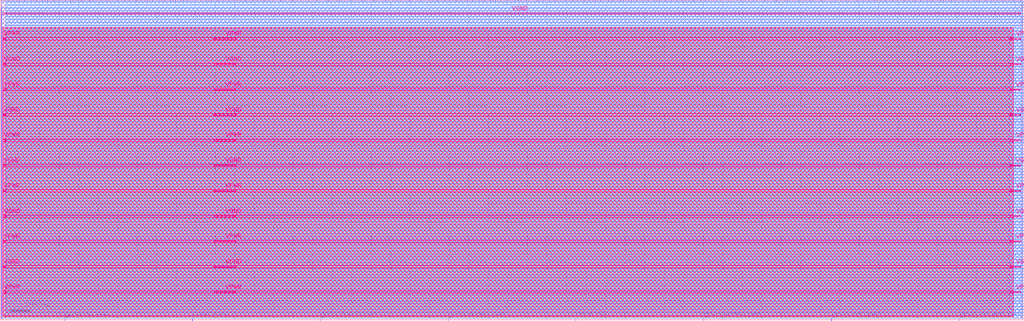
<source format=lef>
VERSION 5.7 ;
  NOWIREEXTENSIONATPIN ON ;
  DIVIDERCHAR "/" ;
  BUSBITCHARS "[]" ;
MACRO mgmt_core_wrapper
  CLASS BLOCK ;
  FOREIGN mgmt_core_wrapper ;
  ORIGIN 0.000 0.000 ;
  SIZE 2620.000 BY 820.000 ;
  PIN VGND
    DIRECTION INPUT ;
    USE GROUND ;
    PORT
      LAYER met5 ;
        RECT 5.520 134.280 11.000 137.480 ;
    END
    PORT
      LAYER met5 ;
        RECT 549.000 134.280 601.000 137.480 ;
    END
    PORT
      LAYER met5 ;
        RECT 2589.000 134.280 2614.180 137.480 ;
    END
    PORT
      LAYER met5 ;
        RECT 5.520 264.280 11.000 267.480 ;
    END
    PORT
      LAYER met5 ;
        RECT 549.000 264.280 601.000 267.480 ;
    END
    PORT
      LAYER met5 ;
        RECT 2589.000 264.280 2614.180 267.480 ;
    END
    PORT
      LAYER met5 ;
        RECT 5.520 394.280 11.000 397.480 ;
    END
    PORT
      LAYER met5 ;
        RECT 549.000 394.280 601.000 397.480 ;
    END
    PORT
      LAYER met5 ;
        RECT 2589.000 394.280 2614.180 397.480 ;
    END
    PORT
      LAYER met5 ;
        RECT 5.520 524.280 11.000 527.480 ;
    END
    PORT
      LAYER met5 ;
        RECT 549.000 524.280 601.000 527.480 ;
    END
    PORT
      LAYER met5 ;
        RECT 2589.000 524.280 2614.180 527.480 ;
    END
    PORT
      LAYER met5 ;
        RECT 5.520 654.280 11.000 657.480 ;
    END
    PORT
      LAYER met5 ;
        RECT 549.000 654.280 601.000 657.480 ;
    END
    PORT
      LAYER met5 ;
        RECT 2589.000 654.280 2614.180 657.480 ;
    END
    PORT
      LAYER met5 ;
        RECT 5.520 784.280 2614.180 787.480 ;
    END
  END VGND
  PIN VPWR
    DIRECTION INPUT ;
    USE POWER ;
    PORT
      LAYER met5 ;
        RECT 5.520 69.280 11.000 72.480 ;
    END
    PORT
      LAYER met5 ;
        RECT 549.000 69.280 601.000 72.480 ;
    END
    PORT
      LAYER met5 ;
        RECT 2589.000 69.280 2614.180 72.480 ;
    END
    PORT
      LAYER met5 ;
        RECT 5.520 199.280 11.000 202.480 ;
    END
    PORT
      LAYER met5 ;
        RECT 549.000 199.280 601.000 202.480 ;
    END
    PORT
      LAYER met5 ;
        RECT 2589.000 199.280 2614.180 202.480 ;
    END
    PORT
      LAYER met5 ;
        RECT 5.520 329.280 11.000 332.480 ;
    END
    PORT
      LAYER met5 ;
        RECT 549.000 329.280 601.000 332.480 ;
    END
    PORT
      LAYER met5 ;
        RECT 2589.000 329.280 2614.180 332.480 ;
    END
    PORT
      LAYER met5 ;
        RECT 5.520 459.280 11.000 462.480 ;
    END
    PORT
      LAYER met5 ;
        RECT 549.000 459.280 601.000 462.480 ;
    END
    PORT
      LAYER met5 ;
        RECT 2589.000 459.280 2614.180 462.480 ;
    END
    PORT
      LAYER met5 ;
        RECT 5.520 589.280 11.000 592.480 ;
    END
    PORT
      LAYER met5 ;
        RECT 549.000 589.280 601.000 592.480 ;
    END
    PORT
      LAYER met5 ;
        RECT 2589.000 589.280 2614.180 592.480 ;
    END
    PORT
      LAYER met5 ;
        RECT 5.520 719.280 11.000 722.480 ;
    END
    PORT
      LAYER met5 ;
        RECT 549.000 719.280 601.000 722.480 ;
    END
    PORT
      LAYER met5 ;
        RECT 2589.000 719.280 2614.180 722.480 ;
    END
  END VPWR
  PIN core_clk
    DIRECTION INPUT ;
    USE SIGNAL ;
    PORT
      LAYER met2 ;
        RECT 1473.930 -2.000 1474.210 4.000 ;
    END
  END core_clk
  PIN core_rstn
    DIRECTION INPUT ;
    USE SIGNAL ;
    PORT
      LAYER met2 ;
        RECT 491.370 -2.000 491.650 4.000 ;
    END
  END core_rstn
  PIN debug_in
    DIRECTION INPUT ;
    USE SIGNAL ;
    PORT
      LAYER met3 ;
        RECT 2616.000 318.960 2622.000 319.560 ;
    END
  END debug_in
  PIN debug_mode
    DIRECTION OUTPUT TRISTATE ;
    USE SIGNAL ;
    PORT
      LAYER met3 ;
        RECT 2616.000 326.440 2622.000 327.040 ;
    END
  END debug_mode
  PIN debug_oeb
    DIRECTION OUTPUT TRISTATE ;
    USE SIGNAL ;
    PORT
      LAYER met3 ;
        RECT 2616.000 333.920 2622.000 334.520 ;
    END
  END debug_oeb
  PIN debug_out
    DIRECTION OUTPUT TRISTATE ;
    USE SIGNAL ;
    PORT
      LAYER met3 ;
        RECT 2616.000 341.400 2622.000 342.000 ;
    END
  END debug_out
  PIN flash_clk
    DIRECTION OUTPUT TRISTATE ;
    USE SIGNAL ;
    PORT
      LAYER met3 ;
        RECT 2616.000 725.600 2622.000 726.200 ;
    END
  END flash_clk
  PIN flash_csb
    DIRECTION OUTPUT TRISTATE ;
    USE SIGNAL ;
    PORT
      LAYER met3 ;
        RECT 2616.000 718.120 2622.000 718.720 ;
    END
  END flash_csb
  PIN flash_io0_di
    DIRECTION INPUT ;
    USE SIGNAL ;
    PORT
      LAYER met3 ;
        RECT 2616.000 733.080 2622.000 733.680 ;
    END
  END flash_io0_di
  PIN flash_io0_do
    DIRECTION OUTPUT TRISTATE ;
    USE SIGNAL ;
    PORT
      LAYER met3 ;
        RECT 2616.000 740.560 2622.000 741.160 ;
    END
  END flash_io0_do
  PIN flash_io0_oeb
    DIRECTION OUTPUT TRISTATE ;
    USE SIGNAL ;
    PORT
      LAYER met3 ;
        RECT 2616.000 748.040 2622.000 748.640 ;
    END
  END flash_io0_oeb
  PIN flash_io1_di
    DIRECTION INPUT ;
    USE SIGNAL ;
    PORT
      LAYER met3 ;
        RECT 2616.000 755.520 2622.000 756.120 ;
    END
  END flash_io1_di
  PIN flash_io1_do
    DIRECTION OUTPUT TRISTATE ;
    USE SIGNAL ;
    PORT
      LAYER met3 ;
        RECT 2616.000 763.000 2622.000 763.600 ;
    END
  END flash_io1_do
  PIN flash_io1_oeb
    DIRECTION OUTPUT TRISTATE ;
    USE SIGNAL ;
    PORT
      LAYER met3 ;
        RECT 2616.000 770.480 2622.000 771.080 ;
    END
  END flash_io1_oeb
  PIN flash_io2_di
    DIRECTION INPUT ;
    USE SIGNAL ;
    PORT
      LAYER met3 ;
        RECT 2616.000 777.960 2622.000 778.560 ;
    END
  END flash_io2_di
  PIN flash_io2_do
    DIRECTION OUTPUT TRISTATE ;
    USE SIGNAL ;
    PORT
      LAYER met3 ;
        RECT 2616.000 785.440 2622.000 786.040 ;
    END
  END flash_io2_do
  PIN flash_io2_oeb
    DIRECTION OUTPUT TRISTATE ;
    USE SIGNAL ;
    PORT
      LAYER met3 ;
        RECT 2616.000 792.920 2622.000 793.520 ;
    END
  END flash_io2_oeb
  PIN flash_io3_di
    DIRECTION INPUT ;
    USE SIGNAL ;
    PORT
      LAYER met3 ;
        RECT 2616.000 800.400 2622.000 801.000 ;
    END
  END flash_io3_di
  PIN flash_io3_do
    DIRECTION OUTPUT TRISTATE ;
    USE SIGNAL ;
    PORT
      LAYER met3 ;
        RECT 2616.000 807.880 2622.000 808.480 ;
    END
  END flash_io3_do
  PIN flash_io3_oeb
    DIRECTION OUTPUT TRISTATE ;
    USE SIGNAL ;
    PORT
      LAYER met3 ;
        RECT 2616.000 815.360 2622.000 815.960 ;
    END
  END flash_io3_oeb
  PIN gpio_in_pad
    DIRECTION INPUT ;
    USE SIGNAL ;
    PORT
      LAYER met2 ;
        RECT 163.850 -2.000 164.130 4.000 ;
    END
  END gpio_in_pad
  PIN gpio_inenb_pad
    DIRECTION OUTPUT TRISTATE ;
    USE SIGNAL ;
    PORT
      LAYER met2 ;
        RECT 818.890 -2.000 819.170 4.000 ;
    END
  END gpio_inenb_pad
  PIN gpio_mode0_pad
    DIRECTION OUTPUT TRISTATE ;
    USE SIGNAL ;
    PORT
      LAYER met2 ;
        RECT 1146.410 -2.000 1146.690 4.000 ;
    END
  END gpio_mode0_pad
  PIN gpio_mode1_pad
    DIRECTION OUTPUT TRISTATE ;
    USE SIGNAL ;
    PORT
      LAYER met2 ;
        RECT 1801.450 -2.000 1801.730 4.000 ;
    END
  END gpio_mode1_pad
  PIN gpio_out_pad
    DIRECTION OUTPUT TRISTATE ;
    USE SIGNAL ;
    PORT
      LAYER met2 ;
        RECT 2128.970 -2.000 2129.250 4.000 ;
    END
  END gpio_out_pad
  PIN gpio_outenb_pad
    DIRECTION OUTPUT TRISTATE ;
    USE SIGNAL ;
    PORT
      LAYER met2 ;
        RECT 2456.490 -2.000 2456.770 4.000 ;
    END
  END gpio_outenb_pad
  PIN hk_ack_i
    DIRECTION INPUT ;
    USE SIGNAL ;
    PORT
      LAYER met3 ;
        RECT 2616.000 454.280 2622.000 454.880 ;
    END
  END hk_ack_i
  PIN hk_cyc_o
    DIRECTION OUTPUT TRISTATE ;
    USE SIGNAL ;
    PORT
      LAYER met3 ;
        RECT 2616.000 469.240 2622.000 469.840 ;
    END
  END hk_cyc_o
  PIN hk_dat_i[0]
    DIRECTION INPUT ;
    USE SIGNAL ;
    PORT
      LAYER met3 ;
        RECT 2616.000 477.400 2622.000 478.000 ;
    END
  END hk_dat_i[0]
  PIN hk_dat_i[10]
    DIRECTION INPUT ;
    USE SIGNAL ;
    PORT
      LAYER met3 ;
        RECT 2616.000 552.200 2622.000 552.800 ;
    END
  END hk_dat_i[10]
  PIN hk_dat_i[11]
    DIRECTION INPUT ;
    USE SIGNAL ;
    PORT
      LAYER met3 ;
        RECT 2616.000 559.680 2622.000 560.280 ;
    END
  END hk_dat_i[11]
  PIN hk_dat_i[12]
    DIRECTION INPUT ;
    USE SIGNAL ;
    PORT
      LAYER met3 ;
        RECT 2616.000 567.160 2622.000 567.760 ;
    END
  END hk_dat_i[12]
  PIN hk_dat_i[13]
    DIRECTION INPUT ;
    USE SIGNAL ;
    PORT
      LAYER met3 ;
        RECT 2616.000 574.640 2622.000 575.240 ;
    END
  END hk_dat_i[13]
  PIN hk_dat_i[14]
    DIRECTION INPUT ;
    USE SIGNAL ;
    PORT
      LAYER met3 ;
        RECT 2616.000 582.120 2622.000 582.720 ;
    END
  END hk_dat_i[14]
  PIN hk_dat_i[15]
    DIRECTION INPUT ;
    USE SIGNAL ;
    PORT
      LAYER met3 ;
        RECT 2616.000 590.280 2622.000 590.880 ;
    END
  END hk_dat_i[15]
  PIN hk_dat_i[16]
    DIRECTION INPUT ;
    USE SIGNAL ;
    PORT
      LAYER met3 ;
        RECT 2616.000 597.760 2622.000 598.360 ;
    END
  END hk_dat_i[16]
  PIN hk_dat_i[17]
    DIRECTION INPUT ;
    USE SIGNAL ;
    PORT
      LAYER met3 ;
        RECT 2616.000 605.240 2622.000 605.840 ;
    END
  END hk_dat_i[17]
  PIN hk_dat_i[18]
    DIRECTION INPUT ;
    USE SIGNAL ;
    PORT
      LAYER met3 ;
        RECT 2616.000 612.720 2622.000 613.320 ;
    END
  END hk_dat_i[18]
  PIN hk_dat_i[19]
    DIRECTION INPUT ;
    USE SIGNAL ;
    PORT
      LAYER met3 ;
        RECT 2616.000 620.200 2622.000 620.800 ;
    END
  END hk_dat_i[19]
  PIN hk_dat_i[1]
    DIRECTION INPUT ;
    USE SIGNAL ;
    PORT
      LAYER met3 ;
        RECT 2616.000 484.880 2622.000 485.480 ;
    END
  END hk_dat_i[1]
  PIN hk_dat_i[20]
    DIRECTION INPUT ;
    USE SIGNAL ;
    PORT
      LAYER met3 ;
        RECT 2616.000 627.680 2622.000 628.280 ;
    END
  END hk_dat_i[20]
  PIN hk_dat_i[21]
    DIRECTION INPUT ;
    USE SIGNAL ;
    PORT
      LAYER met3 ;
        RECT 2616.000 635.160 2622.000 635.760 ;
    END
  END hk_dat_i[21]
  PIN hk_dat_i[22]
    DIRECTION INPUT ;
    USE SIGNAL ;
    PORT
      LAYER met3 ;
        RECT 2616.000 642.640 2622.000 643.240 ;
    END
  END hk_dat_i[22]
  PIN hk_dat_i[23]
    DIRECTION INPUT ;
    USE SIGNAL ;
    PORT
      LAYER met3 ;
        RECT 2616.000 650.120 2622.000 650.720 ;
    END
  END hk_dat_i[23]
  PIN hk_dat_i[24]
    DIRECTION INPUT ;
    USE SIGNAL ;
    PORT
      LAYER met3 ;
        RECT 2616.000 657.600 2622.000 658.200 ;
    END
  END hk_dat_i[24]
  PIN hk_dat_i[25]
    DIRECTION INPUT ;
    USE SIGNAL ;
    PORT
      LAYER met3 ;
        RECT 2616.000 665.080 2622.000 665.680 ;
    END
  END hk_dat_i[25]
  PIN hk_dat_i[26]
    DIRECTION INPUT ;
    USE SIGNAL ;
    PORT
      LAYER met3 ;
        RECT 2616.000 672.560 2622.000 673.160 ;
    END
  END hk_dat_i[26]
  PIN hk_dat_i[27]
    DIRECTION INPUT ;
    USE SIGNAL ;
    PORT
      LAYER met3 ;
        RECT 2616.000 680.040 2622.000 680.640 ;
    END
  END hk_dat_i[27]
  PIN hk_dat_i[28]
    DIRECTION INPUT ;
    USE SIGNAL ;
    PORT
      LAYER met3 ;
        RECT 2616.000 687.520 2622.000 688.120 ;
    END
  END hk_dat_i[28]
  PIN hk_dat_i[29]
    DIRECTION INPUT ;
    USE SIGNAL ;
    PORT
      LAYER met3 ;
        RECT 2616.000 695.000 2622.000 695.600 ;
    END
  END hk_dat_i[29]
  PIN hk_dat_i[2]
    DIRECTION INPUT ;
    USE SIGNAL ;
    PORT
      LAYER met3 ;
        RECT 2616.000 492.360 2622.000 492.960 ;
    END
  END hk_dat_i[2]
  PIN hk_dat_i[30]
    DIRECTION INPUT ;
    USE SIGNAL ;
    PORT
      LAYER met3 ;
        RECT 2616.000 702.480 2622.000 703.080 ;
    END
  END hk_dat_i[30]
  PIN hk_dat_i[31]
    DIRECTION INPUT ;
    USE SIGNAL ;
    PORT
      LAYER met3 ;
        RECT 2616.000 710.640 2622.000 711.240 ;
    END
  END hk_dat_i[31]
  PIN hk_dat_i[3]
    DIRECTION INPUT ;
    USE SIGNAL ;
    PORT
      LAYER met3 ;
        RECT 2616.000 499.840 2622.000 500.440 ;
    END
  END hk_dat_i[3]
  PIN hk_dat_i[4]
    DIRECTION INPUT ;
    USE SIGNAL ;
    PORT
      LAYER met3 ;
        RECT 2616.000 507.320 2622.000 507.920 ;
    END
  END hk_dat_i[4]
  PIN hk_dat_i[5]
    DIRECTION INPUT ;
    USE SIGNAL ;
    PORT
      LAYER met3 ;
        RECT 2616.000 514.800 2622.000 515.400 ;
    END
  END hk_dat_i[5]
  PIN hk_dat_i[6]
    DIRECTION INPUT ;
    USE SIGNAL ;
    PORT
      LAYER met3 ;
        RECT 2616.000 522.280 2622.000 522.880 ;
    END
  END hk_dat_i[6]
  PIN hk_dat_i[7]
    DIRECTION INPUT ;
    USE SIGNAL ;
    PORT
      LAYER met3 ;
        RECT 2616.000 529.760 2622.000 530.360 ;
    END
  END hk_dat_i[7]
  PIN hk_dat_i[8]
    DIRECTION INPUT ;
    USE SIGNAL ;
    PORT
      LAYER met3 ;
        RECT 2616.000 537.240 2622.000 537.840 ;
    END
  END hk_dat_i[8]
  PIN hk_dat_i[9]
    DIRECTION INPUT ;
    USE SIGNAL ;
    PORT
      LAYER met3 ;
        RECT 2616.000 544.720 2622.000 545.320 ;
    END
  END hk_dat_i[9]
  PIN hk_stb_o
    DIRECTION OUTPUT TRISTATE ;
    USE SIGNAL ;
    PORT
      LAYER met3 ;
        RECT 2616.000 461.760 2622.000 462.360 ;
    END
  END hk_stb_o
  PIN irq[0]
    DIRECTION INPUT ;
    USE SIGNAL ;
    PORT
      LAYER met2 ;
        RECT 2609.210 816.000 2609.490 822.000 ;
    END
  END irq[0]
  PIN irq[1]
    DIRECTION INPUT ;
    USE SIGNAL ;
    PORT
      LAYER met2 ;
        RECT 2613.350 816.000 2613.630 822.000 ;
    END
  END irq[1]
  PIN irq[2]
    DIRECTION INPUT ;
    USE SIGNAL ;
    PORT
      LAYER met2 ;
        RECT 2617.490 816.000 2617.770 822.000 ;
    END
  END irq[2]
  PIN irq[3]
    DIRECTION INPUT ;
    USE SIGNAL ;
    PORT
      LAYER met3 ;
        RECT 2616.000 372.000 2622.000 372.600 ;
    END
  END irq[3]
  PIN irq[4]
    DIRECTION INPUT ;
    USE SIGNAL ;
    PORT
      LAYER met3 ;
        RECT 2616.000 364.520 2622.000 365.120 ;
    END
  END irq[4]
  PIN irq[5]
    DIRECTION INPUT ;
    USE SIGNAL ;
    PORT
      LAYER met3 ;
        RECT 2616.000 357.040 2622.000 357.640 ;
    END
  END irq[5]
  PIN la_iena[0]
    DIRECTION OUTPUT TRISTATE ;
    USE SIGNAL ;
    PORT
      LAYER met2 ;
        RECT 1.930 816.000 2.210 822.000 ;
    END
  END la_iena[0]
  PIN la_iena[100]
    DIRECTION OUTPUT TRISTATE ;
    USE SIGNAL ;
    PORT
      LAYER met2 ;
        RECT 1684.150 816.000 1684.430 822.000 ;
    END
  END la_iena[100]
  PIN la_iena[101]
    DIRECTION OUTPUT TRISTATE ;
    USE SIGNAL ;
    PORT
      LAYER met2 ;
        RECT 1700.710 816.000 1700.990 822.000 ;
    END
  END la_iena[101]
  PIN la_iena[102]
    DIRECTION OUTPUT TRISTATE ;
    USE SIGNAL ;
    PORT
      LAYER met2 ;
        RECT 1717.730 816.000 1718.010 822.000 ;
    END
  END la_iena[102]
  PIN la_iena[103]
    DIRECTION OUTPUT TRISTATE ;
    USE SIGNAL ;
    PORT
      LAYER met2 ;
        RECT 1734.290 816.000 1734.570 822.000 ;
    END
  END la_iena[103]
  PIN la_iena[104]
    DIRECTION OUTPUT TRISTATE ;
    USE SIGNAL ;
    PORT
      LAYER met2 ;
        RECT 1751.310 816.000 1751.590 822.000 ;
    END
  END la_iena[104]
  PIN la_iena[105]
    DIRECTION OUTPUT TRISTATE ;
    USE SIGNAL ;
    PORT
      LAYER met2 ;
        RECT 1768.330 816.000 1768.610 822.000 ;
    END
  END la_iena[105]
  PIN la_iena[106]
    DIRECTION OUTPUT TRISTATE ;
    USE SIGNAL ;
    PORT
      LAYER met2 ;
        RECT 1784.890 816.000 1785.170 822.000 ;
    END
  END la_iena[106]
  PIN la_iena[107]
    DIRECTION OUTPUT TRISTATE ;
    USE SIGNAL ;
    PORT
      LAYER met2 ;
        RECT 1801.910 816.000 1802.190 822.000 ;
    END
  END la_iena[107]
  PIN la_iena[108]
    DIRECTION OUTPUT TRISTATE ;
    USE SIGNAL ;
    PORT
      LAYER met2 ;
        RECT 1818.470 816.000 1818.750 822.000 ;
    END
  END la_iena[108]
  PIN la_iena[109]
    DIRECTION OUTPUT TRISTATE ;
    USE SIGNAL ;
    PORT
      LAYER met2 ;
        RECT 1835.490 816.000 1835.770 822.000 ;
    END
  END la_iena[109]
  PIN la_iena[10]
    DIRECTION OUTPUT TRISTATE ;
    USE SIGNAL ;
    PORT
      LAYER met2 ;
        RECT 169.830 816.000 170.110 822.000 ;
    END
  END la_iena[10]
  PIN la_iena[110]
    DIRECTION OUTPUT TRISTATE ;
    USE SIGNAL ;
    PORT
      LAYER met2 ;
        RECT 1852.050 816.000 1852.330 822.000 ;
    END
  END la_iena[110]
  PIN la_iena[111]
    DIRECTION OUTPUT TRISTATE ;
    USE SIGNAL ;
    PORT
      LAYER met2 ;
        RECT 1869.070 816.000 1869.350 822.000 ;
    END
  END la_iena[111]
  PIN la_iena[112]
    DIRECTION OUTPUT TRISTATE ;
    USE SIGNAL ;
    PORT
      LAYER met2 ;
        RECT 1886.090 816.000 1886.370 822.000 ;
    END
  END la_iena[112]
  PIN la_iena[113]
    DIRECTION OUTPUT TRISTATE ;
    USE SIGNAL ;
    PORT
      LAYER met2 ;
        RECT 1902.650 816.000 1902.930 822.000 ;
    END
  END la_iena[113]
  PIN la_iena[114]
    DIRECTION OUTPUT TRISTATE ;
    USE SIGNAL ;
    PORT
      LAYER met2 ;
        RECT 1919.670 816.000 1919.950 822.000 ;
    END
  END la_iena[114]
  PIN la_iena[115]
    DIRECTION OUTPUT TRISTATE ;
    USE SIGNAL ;
    PORT
      LAYER met2 ;
        RECT 1936.230 816.000 1936.510 822.000 ;
    END
  END la_iena[115]
  PIN la_iena[116]
    DIRECTION OUTPUT TRISTATE ;
    USE SIGNAL ;
    PORT
      LAYER met2 ;
        RECT 1953.250 816.000 1953.530 822.000 ;
    END
  END la_iena[116]
  PIN la_iena[117]
    DIRECTION OUTPUT TRISTATE ;
    USE SIGNAL ;
    PORT
      LAYER met2 ;
        RECT 1969.810 816.000 1970.090 822.000 ;
    END
  END la_iena[117]
  PIN la_iena[118]
    DIRECTION OUTPUT TRISTATE ;
    USE SIGNAL ;
    PORT
      LAYER met2 ;
        RECT 1986.830 816.000 1987.110 822.000 ;
    END
  END la_iena[118]
  PIN la_iena[119]
    DIRECTION OUTPUT TRISTATE ;
    USE SIGNAL ;
    PORT
      LAYER met2 ;
        RECT 2003.850 816.000 2004.130 822.000 ;
    END
  END la_iena[119]
  PIN la_iena[11]
    DIRECTION OUTPUT TRISTATE ;
    USE SIGNAL ;
    PORT
      LAYER met2 ;
        RECT 186.850 816.000 187.130 822.000 ;
    END
  END la_iena[11]
  PIN la_iena[120]
    DIRECTION OUTPUT TRISTATE ;
    USE SIGNAL ;
    PORT
      LAYER met2 ;
        RECT 2020.410 816.000 2020.690 822.000 ;
    END
  END la_iena[120]
  PIN la_iena[121]
    DIRECTION OUTPUT TRISTATE ;
    USE SIGNAL ;
    PORT
      LAYER met2 ;
        RECT 2037.430 816.000 2037.710 822.000 ;
    END
  END la_iena[121]
  PIN la_iena[122]
    DIRECTION OUTPUT TRISTATE ;
    USE SIGNAL ;
    PORT
      LAYER met2 ;
        RECT 2053.990 816.000 2054.270 822.000 ;
    END
  END la_iena[122]
  PIN la_iena[123]
    DIRECTION OUTPUT TRISTATE ;
    USE SIGNAL ;
    PORT
      LAYER met2 ;
        RECT 2071.010 816.000 2071.290 822.000 ;
    END
  END la_iena[123]
  PIN la_iena[124]
    DIRECTION OUTPUT TRISTATE ;
    USE SIGNAL ;
    PORT
      LAYER met2 ;
        RECT 2087.570 816.000 2087.850 822.000 ;
    END
  END la_iena[124]
  PIN la_iena[125]
    DIRECTION OUTPUT TRISTATE ;
    USE SIGNAL ;
    PORT
      LAYER met2 ;
        RECT 2104.590 816.000 2104.870 822.000 ;
    END
  END la_iena[125]
  PIN la_iena[126]
    DIRECTION OUTPUT TRISTATE ;
    USE SIGNAL ;
    PORT
      LAYER met2 ;
        RECT 2121.610 816.000 2121.890 822.000 ;
    END
  END la_iena[126]
  PIN la_iena[127]
    DIRECTION OUTPUT TRISTATE ;
    USE SIGNAL ;
    PORT
      LAYER met2 ;
        RECT 2138.170 816.000 2138.450 822.000 ;
    END
  END la_iena[127]
  PIN la_iena[12]
    DIRECTION OUTPUT TRISTATE ;
    USE SIGNAL ;
    PORT
      LAYER met2 ;
        RECT 203.410 816.000 203.690 822.000 ;
    END
  END la_iena[12]
  PIN la_iena[13]
    DIRECTION OUTPUT TRISTATE ;
    USE SIGNAL ;
    PORT
      LAYER met2 ;
        RECT 220.430 816.000 220.710 822.000 ;
    END
  END la_iena[13]
  PIN la_iena[14]
    DIRECTION OUTPUT TRISTATE ;
    USE SIGNAL ;
    PORT
      LAYER met2 ;
        RECT 237.450 816.000 237.730 822.000 ;
    END
  END la_iena[14]
  PIN la_iena[15]
    DIRECTION OUTPUT TRISTATE ;
    USE SIGNAL ;
    PORT
      LAYER met2 ;
        RECT 254.010 816.000 254.290 822.000 ;
    END
  END la_iena[15]
  PIN la_iena[16]
    DIRECTION OUTPUT TRISTATE ;
    USE SIGNAL ;
    PORT
      LAYER met2 ;
        RECT 271.030 816.000 271.310 822.000 ;
    END
  END la_iena[16]
  PIN la_iena[17]
    DIRECTION OUTPUT TRISTATE ;
    USE SIGNAL ;
    PORT
      LAYER met2 ;
        RECT 287.590 816.000 287.870 822.000 ;
    END
  END la_iena[17]
  PIN la_iena[18]
    DIRECTION OUTPUT TRISTATE ;
    USE SIGNAL ;
    PORT
      LAYER met2 ;
        RECT 304.610 816.000 304.890 822.000 ;
    END
  END la_iena[18]
  PIN la_iena[19]
    DIRECTION OUTPUT TRISTATE ;
    USE SIGNAL ;
    PORT
      LAYER met2 ;
        RECT 321.170 816.000 321.450 822.000 ;
    END
  END la_iena[19]
  PIN la_iena[1]
    DIRECTION OUTPUT TRISTATE ;
    USE SIGNAL ;
    PORT
      LAYER met2 ;
        RECT 18.490 816.000 18.770 822.000 ;
    END
  END la_iena[1]
  PIN la_iena[20]
    DIRECTION OUTPUT TRISTATE ;
    USE SIGNAL ;
    PORT
      LAYER met2 ;
        RECT 338.190 816.000 338.470 822.000 ;
    END
  END la_iena[20]
  PIN la_iena[21]
    DIRECTION OUTPUT TRISTATE ;
    USE SIGNAL ;
    PORT
      LAYER met2 ;
        RECT 355.210 816.000 355.490 822.000 ;
    END
  END la_iena[21]
  PIN la_iena[22]
    DIRECTION OUTPUT TRISTATE ;
    USE SIGNAL ;
    PORT
      LAYER met2 ;
        RECT 371.770 816.000 372.050 822.000 ;
    END
  END la_iena[22]
  PIN la_iena[23]
    DIRECTION OUTPUT TRISTATE ;
    USE SIGNAL ;
    PORT
      LAYER met2 ;
        RECT 388.790 816.000 389.070 822.000 ;
    END
  END la_iena[23]
  PIN la_iena[24]
    DIRECTION OUTPUT TRISTATE ;
    USE SIGNAL ;
    PORT
      LAYER met2 ;
        RECT 405.350 816.000 405.630 822.000 ;
    END
  END la_iena[24]
  PIN la_iena[25]
    DIRECTION OUTPUT TRISTATE ;
    USE SIGNAL ;
    PORT
      LAYER met2 ;
        RECT 422.370 816.000 422.650 822.000 ;
    END
  END la_iena[25]
  PIN la_iena[26]
    DIRECTION OUTPUT TRISTATE ;
    USE SIGNAL ;
    PORT
      LAYER met2 ;
        RECT 438.930 816.000 439.210 822.000 ;
    END
  END la_iena[26]
  PIN la_iena[27]
    DIRECTION OUTPUT TRISTATE ;
    USE SIGNAL ;
    PORT
      LAYER met2 ;
        RECT 455.950 816.000 456.230 822.000 ;
    END
  END la_iena[27]
  PIN la_iena[28]
    DIRECTION OUTPUT TRISTATE ;
    USE SIGNAL ;
    PORT
      LAYER met2 ;
        RECT 472.970 816.000 473.250 822.000 ;
    END
  END la_iena[28]
  PIN la_iena[29]
    DIRECTION OUTPUT TRISTATE ;
    USE SIGNAL ;
    PORT
      LAYER met2 ;
        RECT 489.530 816.000 489.810 822.000 ;
    END
  END la_iena[29]
  PIN la_iena[2]
    DIRECTION OUTPUT TRISTATE ;
    USE SIGNAL ;
    PORT
      LAYER met2 ;
        RECT 35.510 816.000 35.790 822.000 ;
    END
  END la_iena[2]
  PIN la_iena[30]
    DIRECTION OUTPUT TRISTATE ;
    USE SIGNAL ;
    PORT
      LAYER met2 ;
        RECT 506.550 816.000 506.830 822.000 ;
    END
  END la_iena[30]
  PIN la_iena[31]
    DIRECTION OUTPUT TRISTATE ;
    USE SIGNAL ;
    PORT
      LAYER met2 ;
        RECT 523.110 816.000 523.390 822.000 ;
    END
  END la_iena[31]
  PIN la_iena[32]
    DIRECTION OUTPUT TRISTATE ;
    USE SIGNAL ;
    PORT
      LAYER met2 ;
        RECT 540.130 816.000 540.410 822.000 ;
    END
  END la_iena[32]
  PIN la_iena[33]
    DIRECTION OUTPUT TRISTATE ;
    USE SIGNAL ;
    PORT
      LAYER met2 ;
        RECT 556.690 816.000 556.970 822.000 ;
    END
  END la_iena[33]
  PIN la_iena[34]
    DIRECTION OUTPUT TRISTATE ;
    USE SIGNAL ;
    PORT
      LAYER met2 ;
        RECT 573.710 816.000 573.990 822.000 ;
    END
  END la_iena[34]
  PIN la_iena[35]
    DIRECTION OUTPUT TRISTATE ;
    USE SIGNAL ;
    PORT
      LAYER met2 ;
        RECT 590.730 816.000 591.010 822.000 ;
    END
  END la_iena[35]
  PIN la_iena[36]
    DIRECTION OUTPUT TRISTATE ;
    USE SIGNAL ;
    PORT
      LAYER met2 ;
        RECT 607.290 816.000 607.570 822.000 ;
    END
  END la_iena[36]
  PIN la_iena[37]
    DIRECTION OUTPUT TRISTATE ;
    USE SIGNAL ;
    PORT
      LAYER met2 ;
        RECT 624.310 816.000 624.590 822.000 ;
    END
  END la_iena[37]
  PIN la_iena[38]
    DIRECTION OUTPUT TRISTATE ;
    USE SIGNAL ;
    PORT
      LAYER met2 ;
        RECT 640.870 816.000 641.150 822.000 ;
    END
  END la_iena[38]
  PIN la_iena[39]
    DIRECTION OUTPUT TRISTATE ;
    USE SIGNAL ;
    PORT
      LAYER met2 ;
        RECT 657.890 816.000 658.170 822.000 ;
    END
  END la_iena[39]
  PIN la_iena[3]
    DIRECTION OUTPUT TRISTATE ;
    USE SIGNAL ;
    PORT
      LAYER met2 ;
        RECT 52.070 816.000 52.350 822.000 ;
    END
  END la_iena[3]
  PIN la_iena[40]
    DIRECTION OUTPUT TRISTATE ;
    USE SIGNAL ;
    PORT
      LAYER met2 ;
        RECT 674.450 816.000 674.730 822.000 ;
    END
  END la_iena[40]
  PIN la_iena[41]
    DIRECTION OUTPUT TRISTATE ;
    USE SIGNAL ;
    PORT
      LAYER met2 ;
        RECT 691.470 816.000 691.750 822.000 ;
    END
  END la_iena[41]
  PIN la_iena[42]
    DIRECTION OUTPUT TRISTATE ;
    USE SIGNAL ;
    PORT
      LAYER met2 ;
        RECT 708.490 816.000 708.770 822.000 ;
    END
  END la_iena[42]
  PIN la_iena[43]
    DIRECTION OUTPUT TRISTATE ;
    USE SIGNAL ;
    PORT
      LAYER met2 ;
        RECT 725.050 816.000 725.330 822.000 ;
    END
  END la_iena[43]
  PIN la_iena[44]
    DIRECTION OUTPUT TRISTATE ;
    USE SIGNAL ;
    PORT
      LAYER met2 ;
        RECT 742.070 816.000 742.350 822.000 ;
    END
  END la_iena[44]
  PIN la_iena[45]
    DIRECTION OUTPUT TRISTATE ;
    USE SIGNAL ;
    PORT
      LAYER met2 ;
        RECT 758.630 816.000 758.910 822.000 ;
    END
  END la_iena[45]
  PIN la_iena[46]
    DIRECTION OUTPUT TRISTATE ;
    USE SIGNAL ;
    PORT
      LAYER met2 ;
        RECT 775.650 816.000 775.930 822.000 ;
    END
  END la_iena[46]
  PIN la_iena[47]
    DIRECTION OUTPUT TRISTATE ;
    USE SIGNAL ;
    PORT
      LAYER met2 ;
        RECT 792.210 816.000 792.490 822.000 ;
    END
  END la_iena[47]
  PIN la_iena[48]
    DIRECTION OUTPUT TRISTATE ;
    USE SIGNAL ;
    PORT
      LAYER met2 ;
        RECT 809.230 816.000 809.510 822.000 ;
    END
  END la_iena[48]
  PIN la_iena[49]
    DIRECTION OUTPUT TRISTATE ;
    USE SIGNAL ;
    PORT
      LAYER met2 ;
        RECT 826.250 816.000 826.530 822.000 ;
    END
  END la_iena[49]
  PIN la_iena[4]
    DIRECTION OUTPUT TRISTATE ;
    USE SIGNAL ;
    PORT
      LAYER met2 ;
        RECT 69.090 816.000 69.370 822.000 ;
    END
  END la_iena[4]
  PIN la_iena[50]
    DIRECTION OUTPUT TRISTATE ;
    USE SIGNAL ;
    PORT
      LAYER met2 ;
        RECT 842.810 816.000 843.090 822.000 ;
    END
  END la_iena[50]
  PIN la_iena[51]
    DIRECTION OUTPUT TRISTATE ;
    USE SIGNAL ;
    PORT
      LAYER met2 ;
        RECT 859.830 816.000 860.110 822.000 ;
    END
  END la_iena[51]
  PIN la_iena[52]
    DIRECTION OUTPUT TRISTATE ;
    USE SIGNAL ;
    PORT
      LAYER met2 ;
        RECT 876.390 816.000 876.670 822.000 ;
    END
  END la_iena[52]
  PIN la_iena[53]
    DIRECTION OUTPUT TRISTATE ;
    USE SIGNAL ;
    PORT
      LAYER met2 ;
        RECT 893.410 816.000 893.690 822.000 ;
    END
  END la_iena[53]
  PIN la_iena[54]
    DIRECTION OUTPUT TRISTATE ;
    USE SIGNAL ;
    PORT
      LAYER met2 ;
        RECT 909.970 816.000 910.250 822.000 ;
    END
  END la_iena[54]
  PIN la_iena[55]
    DIRECTION OUTPUT TRISTATE ;
    USE SIGNAL ;
    PORT
      LAYER met2 ;
        RECT 926.990 816.000 927.270 822.000 ;
    END
  END la_iena[55]
  PIN la_iena[56]
    DIRECTION OUTPUT TRISTATE ;
    USE SIGNAL ;
    PORT
      LAYER met2 ;
        RECT 944.010 816.000 944.290 822.000 ;
    END
  END la_iena[56]
  PIN la_iena[57]
    DIRECTION OUTPUT TRISTATE ;
    USE SIGNAL ;
    PORT
      LAYER met2 ;
        RECT 960.570 816.000 960.850 822.000 ;
    END
  END la_iena[57]
  PIN la_iena[58]
    DIRECTION OUTPUT TRISTATE ;
    USE SIGNAL ;
    PORT
      LAYER met2 ;
        RECT 977.590 816.000 977.870 822.000 ;
    END
  END la_iena[58]
  PIN la_iena[59]
    DIRECTION OUTPUT TRISTATE ;
    USE SIGNAL ;
    PORT
      LAYER met2 ;
        RECT 994.150 816.000 994.430 822.000 ;
    END
  END la_iena[59]
  PIN la_iena[5]
    DIRECTION OUTPUT TRISTATE ;
    USE SIGNAL ;
    PORT
      LAYER met2 ;
        RECT 85.650 816.000 85.930 822.000 ;
    END
  END la_iena[5]
  PIN la_iena[60]
    DIRECTION OUTPUT TRISTATE ;
    USE SIGNAL ;
    PORT
      LAYER met2 ;
        RECT 1011.170 816.000 1011.450 822.000 ;
    END
  END la_iena[60]
  PIN la_iena[61]
    DIRECTION OUTPUT TRISTATE ;
    USE SIGNAL ;
    PORT
      LAYER met2 ;
        RECT 1027.730 816.000 1028.010 822.000 ;
    END
  END la_iena[61]
  PIN la_iena[62]
    DIRECTION OUTPUT TRISTATE ;
    USE SIGNAL ;
    PORT
      LAYER met2 ;
        RECT 1044.750 816.000 1045.030 822.000 ;
    END
  END la_iena[62]
  PIN la_iena[63]
    DIRECTION OUTPUT TRISTATE ;
    USE SIGNAL ;
    PORT
      LAYER met2 ;
        RECT 1061.770 816.000 1062.050 822.000 ;
    END
  END la_iena[63]
  PIN la_iena[64]
    DIRECTION OUTPUT TRISTATE ;
    USE SIGNAL ;
    PORT
      LAYER met2 ;
        RECT 1078.330 816.000 1078.610 822.000 ;
    END
  END la_iena[64]
  PIN la_iena[65]
    DIRECTION OUTPUT TRISTATE ;
    USE SIGNAL ;
    PORT
      LAYER met2 ;
        RECT 1095.350 816.000 1095.630 822.000 ;
    END
  END la_iena[65]
  PIN la_iena[66]
    DIRECTION OUTPUT TRISTATE ;
    USE SIGNAL ;
    PORT
      LAYER met2 ;
        RECT 1111.910 816.000 1112.190 822.000 ;
    END
  END la_iena[66]
  PIN la_iena[67]
    DIRECTION OUTPUT TRISTATE ;
    USE SIGNAL ;
    PORT
      LAYER met2 ;
        RECT 1128.930 816.000 1129.210 822.000 ;
    END
  END la_iena[67]
  PIN la_iena[68]
    DIRECTION OUTPUT TRISTATE ;
    USE SIGNAL ;
    PORT
      LAYER met2 ;
        RECT 1145.490 816.000 1145.770 822.000 ;
    END
  END la_iena[68]
  PIN la_iena[69]
    DIRECTION OUTPUT TRISTATE ;
    USE SIGNAL ;
    PORT
      LAYER met2 ;
        RECT 1162.510 816.000 1162.790 822.000 ;
    END
  END la_iena[69]
  PIN la_iena[6]
    DIRECTION OUTPUT TRISTATE ;
    USE SIGNAL ;
    PORT
      LAYER met2 ;
        RECT 102.670 816.000 102.950 822.000 ;
    END
  END la_iena[6]
  PIN la_iena[70]
    DIRECTION OUTPUT TRISTATE ;
    USE SIGNAL ;
    PORT
      LAYER met2 ;
        RECT 1179.530 816.000 1179.810 822.000 ;
    END
  END la_iena[70]
  PIN la_iena[71]
    DIRECTION OUTPUT TRISTATE ;
    USE SIGNAL ;
    PORT
      LAYER met2 ;
        RECT 1196.090 816.000 1196.370 822.000 ;
    END
  END la_iena[71]
  PIN la_iena[72]
    DIRECTION OUTPUT TRISTATE ;
    USE SIGNAL ;
    PORT
      LAYER met2 ;
        RECT 1213.110 816.000 1213.390 822.000 ;
    END
  END la_iena[72]
  PIN la_iena[73]
    DIRECTION OUTPUT TRISTATE ;
    USE SIGNAL ;
    PORT
      LAYER met2 ;
        RECT 1229.670 816.000 1229.950 822.000 ;
    END
  END la_iena[73]
  PIN la_iena[74]
    DIRECTION OUTPUT TRISTATE ;
    USE SIGNAL ;
    PORT
      LAYER met2 ;
        RECT 1246.690 816.000 1246.970 822.000 ;
    END
  END la_iena[74]
  PIN la_iena[75]
    DIRECTION OUTPUT TRISTATE ;
    USE SIGNAL ;
    PORT
      LAYER met2 ;
        RECT 1263.250 816.000 1263.530 822.000 ;
    END
  END la_iena[75]
  PIN la_iena[76]
    DIRECTION OUTPUT TRISTATE ;
    USE SIGNAL ;
    PORT
      LAYER met2 ;
        RECT 1280.270 816.000 1280.550 822.000 ;
    END
  END la_iena[76]
  PIN la_iena[77]
    DIRECTION OUTPUT TRISTATE ;
    USE SIGNAL ;
    PORT
      LAYER met2 ;
        RECT 1297.290 816.000 1297.570 822.000 ;
    END
  END la_iena[77]
  PIN la_iena[78]
    DIRECTION OUTPUT TRISTATE ;
    USE SIGNAL ;
    PORT
      LAYER met2 ;
        RECT 1313.850 816.000 1314.130 822.000 ;
    END
  END la_iena[78]
  PIN la_iena[79]
    DIRECTION OUTPUT TRISTATE ;
    USE SIGNAL ;
    PORT
      LAYER met2 ;
        RECT 1330.870 816.000 1331.150 822.000 ;
    END
  END la_iena[79]
  PIN la_iena[7]
    DIRECTION OUTPUT TRISTATE ;
    USE SIGNAL ;
    PORT
      LAYER met2 ;
        RECT 119.690 816.000 119.970 822.000 ;
    END
  END la_iena[7]
  PIN la_iena[80]
    DIRECTION OUTPUT TRISTATE ;
    USE SIGNAL ;
    PORT
      LAYER met2 ;
        RECT 1347.430 816.000 1347.710 822.000 ;
    END
  END la_iena[80]
  PIN la_iena[81]
    DIRECTION OUTPUT TRISTATE ;
    USE SIGNAL ;
    PORT
      LAYER met2 ;
        RECT 1364.450 816.000 1364.730 822.000 ;
    END
  END la_iena[81]
  PIN la_iena[82]
    DIRECTION OUTPUT TRISTATE ;
    USE SIGNAL ;
    PORT
      LAYER met2 ;
        RECT 1381.010 816.000 1381.290 822.000 ;
    END
  END la_iena[82]
  PIN la_iena[83]
    DIRECTION OUTPUT TRISTATE ;
    USE SIGNAL ;
    PORT
      LAYER met2 ;
        RECT 1398.030 816.000 1398.310 822.000 ;
    END
  END la_iena[83]
  PIN la_iena[84]
    DIRECTION OUTPUT TRISTATE ;
    USE SIGNAL ;
    PORT
      LAYER met2 ;
        RECT 1415.050 816.000 1415.330 822.000 ;
    END
  END la_iena[84]
  PIN la_iena[85]
    DIRECTION OUTPUT TRISTATE ;
    USE SIGNAL ;
    PORT
      LAYER met2 ;
        RECT 1431.610 816.000 1431.890 822.000 ;
    END
  END la_iena[85]
  PIN la_iena[86]
    DIRECTION OUTPUT TRISTATE ;
    USE SIGNAL ;
    PORT
      LAYER met2 ;
        RECT 1448.630 816.000 1448.910 822.000 ;
    END
  END la_iena[86]
  PIN la_iena[87]
    DIRECTION OUTPUT TRISTATE ;
    USE SIGNAL ;
    PORT
      LAYER met2 ;
        RECT 1465.190 816.000 1465.470 822.000 ;
    END
  END la_iena[87]
  PIN la_iena[88]
    DIRECTION OUTPUT TRISTATE ;
    USE SIGNAL ;
    PORT
      LAYER met2 ;
        RECT 1482.210 816.000 1482.490 822.000 ;
    END
  END la_iena[88]
  PIN la_iena[89]
    DIRECTION OUTPUT TRISTATE ;
    USE SIGNAL ;
    PORT
      LAYER met2 ;
        RECT 1498.770 816.000 1499.050 822.000 ;
    END
  END la_iena[89]
  PIN la_iena[8]
    DIRECTION OUTPUT TRISTATE ;
    USE SIGNAL ;
    PORT
      LAYER met2 ;
        RECT 136.250 816.000 136.530 822.000 ;
    END
  END la_iena[8]
  PIN la_iena[90]
    DIRECTION OUTPUT TRISTATE ;
    USE SIGNAL ;
    PORT
      LAYER met2 ;
        RECT 1515.790 816.000 1516.070 822.000 ;
    END
  END la_iena[90]
  PIN la_iena[91]
    DIRECTION OUTPUT TRISTATE ;
    USE SIGNAL ;
    PORT
      LAYER met2 ;
        RECT 1532.810 816.000 1533.090 822.000 ;
    END
  END la_iena[91]
  PIN la_iena[92]
    DIRECTION OUTPUT TRISTATE ;
    USE SIGNAL ;
    PORT
      LAYER met2 ;
        RECT 1549.370 816.000 1549.650 822.000 ;
    END
  END la_iena[92]
  PIN la_iena[93]
    DIRECTION OUTPUT TRISTATE ;
    USE SIGNAL ;
    PORT
      LAYER met2 ;
        RECT 1566.390 816.000 1566.670 822.000 ;
    END
  END la_iena[93]
  PIN la_iena[94]
    DIRECTION OUTPUT TRISTATE ;
    USE SIGNAL ;
    PORT
      LAYER met2 ;
        RECT 1582.950 816.000 1583.230 822.000 ;
    END
  END la_iena[94]
  PIN la_iena[95]
    DIRECTION OUTPUT TRISTATE ;
    USE SIGNAL ;
    PORT
      LAYER met2 ;
        RECT 1599.970 816.000 1600.250 822.000 ;
    END
  END la_iena[95]
  PIN la_iena[96]
    DIRECTION OUTPUT TRISTATE ;
    USE SIGNAL ;
    PORT
      LAYER met2 ;
        RECT 1616.530 816.000 1616.810 822.000 ;
    END
  END la_iena[96]
  PIN la_iena[97]
    DIRECTION OUTPUT TRISTATE ;
    USE SIGNAL ;
    PORT
      LAYER met2 ;
        RECT 1633.550 816.000 1633.830 822.000 ;
    END
  END la_iena[97]
  PIN la_iena[98]
    DIRECTION OUTPUT TRISTATE ;
    USE SIGNAL ;
    PORT
      LAYER met2 ;
        RECT 1650.570 816.000 1650.850 822.000 ;
    END
  END la_iena[98]
  PIN la_iena[99]
    DIRECTION OUTPUT TRISTATE ;
    USE SIGNAL ;
    PORT
      LAYER met2 ;
        RECT 1667.130 816.000 1667.410 822.000 ;
    END
  END la_iena[99]
  PIN la_iena[9]
    DIRECTION OUTPUT TRISTATE ;
    USE SIGNAL ;
    PORT
      LAYER met2 ;
        RECT 153.270 816.000 153.550 822.000 ;
    END
  END la_iena[9]
  PIN la_input[0]
    DIRECTION INPUT ;
    USE SIGNAL ;
    PORT
      LAYER met2 ;
        RECT 6.070 816.000 6.350 822.000 ;
    END
  END la_input[0]
  PIN la_input[100]
    DIRECTION INPUT ;
    USE SIGNAL ;
    PORT
      LAYER met2 ;
        RECT 1688.290 816.000 1688.570 822.000 ;
    END
  END la_input[100]
  PIN la_input[101]
    DIRECTION INPUT ;
    USE SIGNAL ;
    PORT
      LAYER met2 ;
        RECT 1704.850 816.000 1705.130 822.000 ;
    END
  END la_input[101]
  PIN la_input[102]
    DIRECTION INPUT ;
    USE SIGNAL ;
    PORT
      LAYER met2 ;
        RECT 1721.870 816.000 1722.150 822.000 ;
    END
  END la_input[102]
  PIN la_input[103]
    DIRECTION INPUT ;
    USE SIGNAL ;
    PORT
      LAYER met2 ;
        RECT 1738.890 816.000 1739.170 822.000 ;
    END
  END la_input[103]
  PIN la_input[104]
    DIRECTION INPUT ;
    USE SIGNAL ;
    PORT
      LAYER met2 ;
        RECT 1755.450 816.000 1755.730 822.000 ;
    END
  END la_input[104]
  PIN la_input[105]
    DIRECTION INPUT ;
    USE SIGNAL ;
    PORT
      LAYER met2 ;
        RECT 1772.470 816.000 1772.750 822.000 ;
    END
  END la_input[105]
  PIN la_input[106]
    DIRECTION INPUT ;
    USE SIGNAL ;
    PORT
      LAYER met2 ;
        RECT 1789.030 816.000 1789.310 822.000 ;
    END
  END la_input[106]
  PIN la_input[107]
    DIRECTION INPUT ;
    USE SIGNAL ;
    PORT
      LAYER met2 ;
        RECT 1806.050 816.000 1806.330 822.000 ;
    END
  END la_input[107]
  PIN la_input[108]
    DIRECTION INPUT ;
    USE SIGNAL ;
    PORT
      LAYER met2 ;
        RECT 1822.610 816.000 1822.890 822.000 ;
    END
  END la_input[108]
  PIN la_input[109]
    DIRECTION INPUT ;
    USE SIGNAL ;
    PORT
      LAYER met2 ;
        RECT 1839.630 816.000 1839.910 822.000 ;
    END
  END la_input[109]
  PIN la_input[10]
    DIRECTION INPUT ;
    USE SIGNAL ;
    PORT
      LAYER met2 ;
        RECT 173.970 816.000 174.250 822.000 ;
    END
  END la_input[10]
  PIN la_input[110]
    DIRECTION INPUT ;
    USE SIGNAL ;
    PORT
      LAYER met2 ;
        RECT 1856.650 816.000 1856.930 822.000 ;
    END
  END la_input[110]
  PIN la_input[111]
    DIRECTION INPUT ;
    USE SIGNAL ;
    PORT
      LAYER met2 ;
        RECT 1873.210 816.000 1873.490 822.000 ;
    END
  END la_input[111]
  PIN la_input[112]
    DIRECTION INPUT ;
    USE SIGNAL ;
    PORT
      LAYER met2 ;
        RECT 1890.230 816.000 1890.510 822.000 ;
    END
  END la_input[112]
  PIN la_input[113]
    DIRECTION INPUT ;
    USE SIGNAL ;
    PORT
      LAYER met2 ;
        RECT 1906.790 816.000 1907.070 822.000 ;
    END
  END la_input[113]
  PIN la_input[114]
    DIRECTION INPUT ;
    USE SIGNAL ;
    PORT
      LAYER met2 ;
        RECT 1923.810 816.000 1924.090 822.000 ;
    END
  END la_input[114]
  PIN la_input[115]
    DIRECTION INPUT ;
    USE SIGNAL ;
    PORT
      LAYER met2 ;
        RECT 1940.370 816.000 1940.650 822.000 ;
    END
  END la_input[115]
  PIN la_input[116]
    DIRECTION INPUT ;
    USE SIGNAL ;
    PORT
      LAYER met2 ;
        RECT 1957.390 816.000 1957.670 822.000 ;
    END
  END la_input[116]
  PIN la_input[117]
    DIRECTION INPUT ;
    USE SIGNAL ;
    PORT
      LAYER met2 ;
        RECT 1974.410 816.000 1974.690 822.000 ;
    END
  END la_input[117]
  PIN la_input[118]
    DIRECTION INPUT ;
    USE SIGNAL ;
    PORT
      LAYER met2 ;
        RECT 1990.970 816.000 1991.250 822.000 ;
    END
  END la_input[118]
  PIN la_input[119]
    DIRECTION INPUT ;
    USE SIGNAL ;
    PORT
      LAYER met2 ;
        RECT 2007.990 816.000 2008.270 822.000 ;
    END
  END la_input[119]
  PIN la_input[11]
    DIRECTION INPUT ;
    USE SIGNAL ;
    PORT
      LAYER met2 ;
        RECT 190.990 816.000 191.270 822.000 ;
    END
  END la_input[11]
  PIN la_input[120]
    DIRECTION INPUT ;
    USE SIGNAL ;
    PORT
      LAYER met2 ;
        RECT 2024.550 816.000 2024.830 822.000 ;
    END
  END la_input[120]
  PIN la_input[121]
    DIRECTION INPUT ;
    USE SIGNAL ;
    PORT
      LAYER met2 ;
        RECT 2041.570 816.000 2041.850 822.000 ;
    END
  END la_input[121]
  PIN la_input[122]
    DIRECTION INPUT ;
    USE SIGNAL ;
    PORT
      LAYER met2 ;
        RECT 2058.130 816.000 2058.410 822.000 ;
    END
  END la_input[122]
  PIN la_input[123]
    DIRECTION INPUT ;
    USE SIGNAL ;
    PORT
      LAYER met2 ;
        RECT 2075.150 816.000 2075.430 822.000 ;
    END
  END la_input[123]
  PIN la_input[124]
    DIRECTION INPUT ;
    USE SIGNAL ;
    PORT
      LAYER met2 ;
        RECT 2092.170 816.000 2092.450 822.000 ;
    END
  END la_input[124]
  PIN la_input[125]
    DIRECTION INPUT ;
    USE SIGNAL ;
    PORT
      LAYER met2 ;
        RECT 2108.730 816.000 2109.010 822.000 ;
    END
  END la_input[125]
  PIN la_input[126]
    DIRECTION INPUT ;
    USE SIGNAL ;
    PORT
      LAYER met2 ;
        RECT 2125.750 816.000 2126.030 822.000 ;
    END
  END la_input[126]
  PIN la_input[127]
    DIRECTION INPUT ;
    USE SIGNAL ;
    PORT
      LAYER met2 ;
        RECT 2142.310 816.000 2142.590 822.000 ;
    END
  END la_input[127]
  PIN la_input[12]
    DIRECTION INPUT ;
    USE SIGNAL ;
    PORT
      LAYER met2 ;
        RECT 208.010 816.000 208.290 822.000 ;
    END
  END la_input[12]
  PIN la_input[13]
    DIRECTION INPUT ;
    USE SIGNAL ;
    PORT
      LAYER met2 ;
        RECT 224.570 816.000 224.850 822.000 ;
    END
  END la_input[13]
  PIN la_input[14]
    DIRECTION INPUT ;
    USE SIGNAL ;
    PORT
      LAYER met2 ;
        RECT 241.590 816.000 241.870 822.000 ;
    END
  END la_input[14]
  PIN la_input[15]
    DIRECTION INPUT ;
    USE SIGNAL ;
    PORT
      LAYER met2 ;
        RECT 258.150 816.000 258.430 822.000 ;
    END
  END la_input[15]
  PIN la_input[16]
    DIRECTION INPUT ;
    USE SIGNAL ;
    PORT
      LAYER met2 ;
        RECT 275.170 816.000 275.450 822.000 ;
    END
  END la_input[16]
  PIN la_input[17]
    DIRECTION INPUT ;
    USE SIGNAL ;
    PORT
      LAYER met2 ;
        RECT 291.730 816.000 292.010 822.000 ;
    END
  END la_input[17]
  PIN la_input[18]
    DIRECTION INPUT ;
    USE SIGNAL ;
    PORT
      LAYER met2 ;
        RECT 308.750 816.000 309.030 822.000 ;
    END
  END la_input[18]
  PIN la_input[19]
    DIRECTION INPUT ;
    USE SIGNAL ;
    PORT
      LAYER met2 ;
        RECT 325.770 816.000 326.050 822.000 ;
    END
  END la_input[19]
  PIN la_input[1]
    DIRECTION INPUT ;
    USE SIGNAL ;
    PORT
      LAYER met2 ;
        RECT 22.630 816.000 22.910 822.000 ;
    END
  END la_input[1]
  PIN la_input[20]
    DIRECTION INPUT ;
    USE SIGNAL ;
    PORT
      LAYER met2 ;
        RECT 342.330 816.000 342.610 822.000 ;
    END
  END la_input[20]
  PIN la_input[21]
    DIRECTION INPUT ;
    USE SIGNAL ;
    PORT
      LAYER met2 ;
        RECT 359.350 816.000 359.630 822.000 ;
    END
  END la_input[21]
  PIN la_input[22]
    DIRECTION INPUT ;
    USE SIGNAL ;
    PORT
      LAYER met2 ;
        RECT 375.910 816.000 376.190 822.000 ;
    END
  END la_input[22]
  PIN la_input[23]
    DIRECTION INPUT ;
    USE SIGNAL ;
    PORT
      LAYER met2 ;
        RECT 392.930 816.000 393.210 822.000 ;
    END
  END la_input[23]
  PIN la_input[24]
    DIRECTION INPUT ;
    USE SIGNAL ;
    PORT
      LAYER met2 ;
        RECT 409.490 816.000 409.770 822.000 ;
    END
  END la_input[24]
  PIN la_input[25]
    DIRECTION INPUT ;
    USE SIGNAL ;
    PORT
      LAYER met2 ;
        RECT 426.510 816.000 426.790 822.000 ;
    END
  END la_input[25]
  PIN la_input[26]
    DIRECTION INPUT ;
    USE SIGNAL ;
    PORT
      LAYER met2 ;
        RECT 443.530 816.000 443.810 822.000 ;
    END
  END la_input[26]
  PIN la_input[27]
    DIRECTION INPUT ;
    USE SIGNAL ;
    PORT
      LAYER met2 ;
        RECT 460.090 816.000 460.370 822.000 ;
    END
  END la_input[27]
  PIN la_input[28]
    DIRECTION INPUT ;
    USE SIGNAL ;
    PORT
      LAYER met2 ;
        RECT 477.110 816.000 477.390 822.000 ;
    END
  END la_input[28]
  PIN la_input[29]
    DIRECTION INPUT ;
    USE SIGNAL ;
    PORT
      LAYER met2 ;
        RECT 493.670 816.000 493.950 822.000 ;
    END
  END la_input[29]
  PIN la_input[2]
    DIRECTION INPUT ;
    USE SIGNAL ;
    PORT
      LAYER met2 ;
        RECT 39.650 816.000 39.930 822.000 ;
    END
  END la_input[2]
  PIN la_input[30]
    DIRECTION INPUT ;
    USE SIGNAL ;
    PORT
      LAYER met2 ;
        RECT 510.690 816.000 510.970 822.000 ;
    END
  END la_input[30]
  PIN la_input[31]
    DIRECTION INPUT ;
    USE SIGNAL ;
    PORT
      LAYER met2 ;
        RECT 527.250 816.000 527.530 822.000 ;
    END
  END la_input[31]
  PIN la_input[32]
    DIRECTION INPUT ;
    USE SIGNAL ;
    PORT
      LAYER met2 ;
        RECT 544.270 816.000 544.550 822.000 ;
    END
  END la_input[32]
  PIN la_input[33]
    DIRECTION INPUT ;
    USE SIGNAL ;
    PORT
      LAYER met2 ;
        RECT 561.290 816.000 561.570 822.000 ;
    END
  END la_input[33]
  PIN la_input[34]
    DIRECTION INPUT ;
    USE SIGNAL ;
    PORT
      LAYER met2 ;
        RECT 577.850 816.000 578.130 822.000 ;
    END
  END la_input[34]
  PIN la_input[35]
    DIRECTION INPUT ;
    USE SIGNAL ;
    PORT
      LAYER met2 ;
        RECT 594.870 816.000 595.150 822.000 ;
    END
  END la_input[35]
  PIN la_input[36]
    DIRECTION INPUT ;
    USE SIGNAL ;
    PORT
      LAYER met2 ;
        RECT 611.430 816.000 611.710 822.000 ;
    END
  END la_input[36]
  PIN la_input[37]
    DIRECTION INPUT ;
    USE SIGNAL ;
    PORT
      LAYER met2 ;
        RECT 628.450 816.000 628.730 822.000 ;
    END
  END la_input[37]
  PIN la_input[38]
    DIRECTION INPUT ;
    USE SIGNAL ;
    PORT
      LAYER met2 ;
        RECT 645.010 816.000 645.290 822.000 ;
    END
  END la_input[38]
  PIN la_input[39]
    DIRECTION INPUT ;
    USE SIGNAL ;
    PORT
      LAYER met2 ;
        RECT 662.030 816.000 662.310 822.000 ;
    END
  END la_input[39]
  PIN la_input[3]
    DIRECTION INPUT ;
    USE SIGNAL ;
    PORT
      LAYER met2 ;
        RECT 56.210 816.000 56.490 822.000 ;
    END
  END la_input[3]
  PIN la_input[40]
    DIRECTION INPUT ;
    USE SIGNAL ;
    PORT
      LAYER met2 ;
        RECT 679.050 816.000 679.330 822.000 ;
    END
  END la_input[40]
  PIN la_input[41]
    DIRECTION INPUT ;
    USE SIGNAL ;
    PORT
      LAYER met2 ;
        RECT 695.610 816.000 695.890 822.000 ;
    END
  END la_input[41]
  PIN la_input[42]
    DIRECTION INPUT ;
    USE SIGNAL ;
    PORT
      LAYER met2 ;
        RECT 712.630 816.000 712.910 822.000 ;
    END
  END la_input[42]
  PIN la_input[43]
    DIRECTION INPUT ;
    USE SIGNAL ;
    PORT
      LAYER met2 ;
        RECT 729.190 816.000 729.470 822.000 ;
    END
  END la_input[43]
  PIN la_input[44]
    DIRECTION INPUT ;
    USE SIGNAL ;
    PORT
      LAYER met2 ;
        RECT 746.210 816.000 746.490 822.000 ;
    END
  END la_input[44]
  PIN la_input[45]
    DIRECTION INPUT ;
    USE SIGNAL ;
    PORT
      LAYER met2 ;
        RECT 762.770 816.000 763.050 822.000 ;
    END
  END la_input[45]
  PIN la_input[46]
    DIRECTION INPUT ;
    USE SIGNAL ;
    PORT
      LAYER met2 ;
        RECT 779.790 816.000 780.070 822.000 ;
    END
  END la_input[46]
  PIN la_input[47]
    DIRECTION INPUT ;
    USE SIGNAL ;
    PORT
      LAYER met2 ;
        RECT 796.810 816.000 797.090 822.000 ;
    END
  END la_input[47]
  PIN la_input[48]
    DIRECTION INPUT ;
    USE SIGNAL ;
    PORT
      LAYER met2 ;
        RECT 813.370 816.000 813.650 822.000 ;
    END
  END la_input[48]
  PIN la_input[49]
    DIRECTION INPUT ;
    USE SIGNAL ;
    PORT
      LAYER met2 ;
        RECT 830.390 816.000 830.670 822.000 ;
    END
  END la_input[49]
  PIN la_input[4]
    DIRECTION INPUT ;
    USE SIGNAL ;
    PORT
      LAYER met2 ;
        RECT 73.230 816.000 73.510 822.000 ;
    END
  END la_input[4]
  PIN la_input[50]
    DIRECTION INPUT ;
    USE SIGNAL ;
    PORT
      LAYER met2 ;
        RECT 846.950 816.000 847.230 822.000 ;
    END
  END la_input[50]
  PIN la_input[51]
    DIRECTION INPUT ;
    USE SIGNAL ;
    PORT
      LAYER met2 ;
        RECT 863.970 816.000 864.250 822.000 ;
    END
  END la_input[51]
  PIN la_input[52]
    DIRECTION INPUT ;
    USE SIGNAL ;
    PORT
      LAYER met2 ;
        RECT 880.530 816.000 880.810 822.000 ;
    END
  END la_input[52]
  PIN la_input[53]
    DIRECTION INPUT ;
    USE SIGNAL ;
    PORT
      LAYER met2 ;
        RECT 897.550 816.000 897.830 822.000 ;
    END
  END la_input[53]
  PIN la_input[54]
    DIRECTION INPUT ;
    USE SIGNAL ;
    PORT
      LAYER met2 ;
        RECT 914.570 816.000 914.850 822.000 ;
    END
  END la_input[54]
  PIN la_input[55]
    DIRECTION INPUT ;
    USE SIGNAL ;
    PORT
      LAYER met2 ;
        RECT 931.130 816.000 931.410 822.000 ;
    END
  END la_input[55]
  PIN la_input[56]
    DIRECTION INPUT ;
    USE SIGNAL ;
    PORT
      LAYER met2 ;
        RECT 948.150 816.000 948.430 822.000 ;
    END
  END la_input[56]
  PIN la_input[57]
    DIRECTION INPUT ;
    USE SIGNAL ;
    PORT
      LAYER met2 ;
        RECT 964.710 816.000 964.990 822.000 ;
    END
  END la_input[57]
  PIN la_input[58]
    DIRECTION INPUT ;
    USE SIGNAL ;
    PORT
      LAYER met2 ;
        RECT 981.730 816.000 982.010 822.000 ;
    END
  END la_input[58]
  PIN la_input[59]
    DIRECTION INPUT ;
    USE SIGNAL ;
    PORT
      LAYER met2 ;
        RECT 998.290 816.000 998.570 822.000 ;
    END
  END la_input[59]
  PIN la_input[5]
    DIRECTION INPUT ;
    USE SIGNAL ;
    PORT
      LAYER met2 ;
        RECT 90.250 816.000 90.530 822.000 ;
    END
  END la_input[5]
  PIN la_input[60]
    DIRECTION INPUT ;
    USE SIGNAL ;
    PORT
      LAYER met2 ;
        RECT 1015.310 816.000 1015.590 822.000 ;
    END
  END la_input[60]
  PIN la_input[61]
    DIRECTION INPUT ;
    USE SIGNAL ;
    PORT
      LAYER met2 ;
        RECT 1032.330 816.000 1032.610 822.000 ;
    END
  END la_input[61]
  PIN la_input[62]
    DIRECTION INPUT ;
    USE SIGNAL ;
    PORT
      LAYER met2 ;
        RECT 1048.890 816.000 1049.170 822.000 ;
    END
  END la_input[62]
  PIN la_input[63]
    DIRECTION INPUT ;
    USE SIGNAL ;
    PORT
      LAYER met2 ;
        RECT 1065.910 816.000 1066.190 822.000 ;
    END
  END la_input[63]
  PIN la_input[64]
    DIRECTION INPUT ;
    USE SIGNAL ;
    PORT
      LAYER met2 ;
        RECT 1082.470 816.000 1082.750 822.000 ;
    END
  END la_input[64]
  PIN la_input[65]
    DIRECTION INPUT ;
    USE SIGNAL ;
    PORT
      LAYER met2 ;
        RECT 1099.490 816.000 1099.770 822.000 ;
    END
  END la_input[65]
  PIN la_input[66]
    DIRECTION INPUT ;
    USE SIGNAL ;
    PORT
      LAYER met2 ;
        RECT 1116.050 816.000 1116.330 822.000 ;
    END
  END la_input[66]
  PIN la_input[67]
    DIRECTION INPUT ;
    USE SIGNAL ;
    PORT
      LAYER met2 ;
        RECT 1133.070 816.000 1133.350 822.000 ;
    END
  END la_input[67]
  PIN la_input[68]
    DIRECTION INPUT ;
    USE SIGNAL ;
    PORT
      LAYER met2 ;
        RECT 1150.090 816.000 1150.370 822.000 ;
    END
  END la_input[68]
  PIN la_input[69]
    DIRECTION INPUT ;
    USE SIGNAL ;
    PORT
      LAYER met2 ;
        RECT 1166.650 816.000 1166.930 822.000 ;
    END
  END la_input[69]
  PIN la_input[6]
    DIRECTION INPUT ;
    USE SIGNAL ;
    PORT
      LAYER met2 ;
        RECT 106.810 816.000 107.090 822.000 ;
    END
  END la_input[6]
  PIN la_input[70]
    DIRECTION INPUT ;
    USE SIGNAL ;
    PORT
      LAYER met2 ;
        RECT 1183.670 816.000 1183.950 822.000 ;
    END
  END la_input[70]
  PIN la_input[71]
    DIRECTION INPUT ;
    USE SIGNAL ;
    PORT
      LAYER met2 ;
        RECT 1200.230 816.000 1200.510 822.000 ;
    END
  END la_input[71]
  PIN la_input[72]
    DIRECTION INPUT ;
    USE SIGNAL ;
    PORT
      LAYER met2 ;
        RECT 1217.250 816.000 1217.530 822.000 ;
    END
  END la_input[72]
  PIN la_input[73]
    DIRECTION INPUT ;
    USE SIGNAL ;
    PORT
      LAYER met2 ;
        RECT 1233.810 816.000 1234.090 822.000 ;
    END
  END la_input[73]
  PIN la_input[74]
    DIRECTION INPUT ;
    USE SIGNAL ;
    PORT
      LAYER met2 ;
        RECT 1250.830 816.000 1251.110 822.000 ;
    END
  END la_input[74]
  PIN la_input[75]
    DIRECTION INPUT ;
    USE SIGNAL ;
    PORT
      LAYER met2 ;
        RECT 1267.850 816.000 1268.130 822.000 ;
    END
  END la_input[75]
  PIN la_input[76]
    DIRECTION INPUT ;
    USE SIGNAL ;
    PORT
      LAYER met2 ;
        RECT 1284.410 816.000 1284.690 822.000 ;
    END
  END la_input[76]
  PIN la_input[77]
    DIRECTION INPUT ;
    USE SIGNAL ;
    PORT
      LAYER met2 ;
        RECT 1301.430 816.000 1301.710 822.000 ;
    END
  END la_input[77]
  PIN la_input[78]
    DIRECTION INPUT ;
    USE SIGNAL ;
    PORT
      LAYER met2 ;
        RECT 1317.990 816.000 1318.270 822.000 ;
    END
  END la_input[78]
  PIN la_input[79]
    DIRECTION INPUT ;
    USE SIGNAL ;
    PORT
      LAYER met2 ;
        RECT 1335.010 816.000 1335.290 822.000 ;
    END
  END la_input[79]
  PIN la_input[7]
    DIRECTION INPUT ;
    USE SIGNAL ;
    PORT
      LAYER met2 ;
        RECT 123.830 816.000 124.110 822.000 ;
    END
  END la_input[7]
  PIN la_input[80]
    DIRECTION INPUT ;
    USE SIGNAL ;
    PORT
      LAYER met2 ;
        RECT 1351.570 816.000 1351.850 822.000 ;
    END
  END la_input[80]
  PIN la_input[81]
    DIRECTION INPUT ;
    USE SIGNAL ;
    PORT
      LAYER met2 ;
        RECT 1368.590 816.000 1368.870 822.000 ;
    END
  END la_input[81]
  PIN la_input[82]
    DIRECTION INPUT ;
    USE SIGNAL ;
    PORT
      LAYER met2 ;
        RECT 1385.610 816.000 1385.890 822.000 ;
    END
  END la_input[82]
  PIN la_input[83]
    DIRECTION INPUT ;
    USE SIGNAL ;
    PORT
      LAYER met2 ;
        RECT 1402.170 816.000 1402.450 822.000 ;
    END
  END la_input[83]
  PIN la_input[84]
    DIRECTION INPUT ;
    USE SIGNAL ;
    PORT
      LAYER met2 ;
        RECT 1419.190 816.000 1419.470 822.000 ;
    END
  END la_input[84]
  PIN la_input[85]
    DIRECTION INPUT ;
    USE SIGNAL ;
    PORT
      LAYER met2 ;
        RECT 1435.750 816.000 1436.030 822.000 ;
    END
  END la_input[85]
  PIN la_input[86]
    DIRECTION INPUT ;
    USE SIGNAL ;
    PORT
      LAYER met2 ;
        RECT 1452.770 816.000 1453.050 822.000 ;
    END
  END la_input[86]
  PIN la_input[87]
    DIRECTION INPUT ;
    USE SIGNAL ;
    PORT
      LAYER met2 ;
        RECT 1469.330 816.000 1469.610 822.000 ;
    END
  END la_input[87]
  PIN la_input[88]
    DIRECTION INPUT ;
    USE SIGNAL ;
    PORT
      LAYER met2 ;
        RECT 1486.350 816.000 1486.630 822.000 ;
    END
  END la_input[88]
  PIN la_input[89]
    DIRECTION INPUT ;
    USE SIGNAL ;
    PORT
      LAYER met2 ;
        RECT 1503.370 816.000 1503.650 822.000 ;
    END
  END la_input[89]
  PIN la_input[8]
    DIRECTION INPUT ;
    USE SIGNAL ;
    PORT
      LAYER met2 ;
        RECT 140.390 816.000 140.670 822.000 ;
    END
  END la_input[8]
  PIN la_input[90]
    DIRECTION INPUT ;
    USE SIGNAL ;
    PORT
      LAYER met2 ;
        RECT 1519.930 816.000 1520.210 822.000 ;
    END
  END la_input[90]
  PIN la_input[91]
    DIRECTION INPUT ;
    USE SIGNAL ;
    PORT
      LAYER met2 ;
        RECT 1536.950 816.000 1537.230 822.000 ;
    END
  END la_input[91]
  PIN la_input[92]
    DIRECTION INPUT ;
    USE SIGNAL ;
    PORT
      LAYER met2 ;
        RECT 1553.510 816.000 1553.790 822.000 ;
    END
  END la_input[92]
  PIN la_input[93]
    DIRECTION INPUT ;
    USE SIGNAL ;
    PORT
      LAYER met2 ;
        RECT 1570.530 816.000 1570.810 822.000 ;
    END
  END la_input[93]
  PIN la_input[94]
    DIRECTION INPUT ;
    USE SIGNAL ;
    PORT
      LAYER met2 ;
        RECT 1587.090 816.000 1587.370 822.000 ;
    END
  END la_input[94]
  PIN la_input[95]
    DIRECTION INPUT ;
    USE SIGNAL ;
    PORT
      LAYER met2 ;
        RECT 1604.110 816.000 1604.390 822.000 ;
    END
  END la_input[95]
  PIN la_input[96]
    DIRECTION INPUT ;
    USE SIGNAL ;
    PORT
      LAYER met2 ;
        RECT 1621.130 816.000 1621.410 822.000 ;
    END
  END la_input[96]
  PIN la_input[97]
    DIRECTION INPUT ;
    USE SIGNAL ;
    PORT
      LAYER met2 ;
        RECT 1637.690 816.000 1637.970 822.000 ;
    END
  END la_input[97]
  PIN la_input[98]
    DIRECTION INPUT ;
    USE SIGNAL ;
    PORT
      LAYER met2 ;
        RECT 1654.710 816.000 1654.990 822.000 ;
    END
  END la_input[98]
  PIN la_input[99]
    DIRECTION INPUT ;
    USE SIGNAL ;
    PORT
      LAYER met2 ;
        RECT 1671.270 816.000 1671.550 822.000 ;
    END
  END la_input[99]
  PIN la_input[9]
    DIRECTION INPUT ;
    USE SIGNAL ;
    PORT
      LAYER met2 ;
        RECT 157.410 816.000 157.690 822.000 ;
    END
  END la_input[9]
  PIN la_oenb[0]
    DIRECTION OUTPUT TRISTATE ;
    USE SIGNAL ;
    PORT
      LAYER met2 ;
        RECT 10.210 816.000 10.490 822.000 ;
    END
  END la_oenb[0]
  PIN la_oenb[100]
    DIRECTION OUTPUT TRISTATE ;
    USE SIGNAL ;
    PORT
      LAYER met2 ;
        RECT 1692.430 816.000 1692.710 822.000 ;
    END
  END la_oenb[100]
  PIN la_oenb[101]
    DIRECTION OUTPUT TRISTATE ;
    USE SIGNAL ;
    PORT
      LAYER met2 ;
        RECT 1709.450 816.000 1709.730 822.000 ;
    END
  END la_oenb[101]
  PIN la_oenb[102]
    DIRECTION OUTPUT TRISTATE ;
    USE SIGNAL ;
    PORT
      LAYER met2 ;
        RECT 1726.010 816.000 1726.290 822.000 ;
    END
  END la_oenb[102]
  PIN la_oenb[103]
    DIRECTION OUTPUT TRISTATE ;
    USE SIGNAL ;
    PORT
      LAYER met2 ;
        RECT 1743.030 816.000 1743.310 822.000 ;
    END
  END la_oenb[103]
  PIN la_oenb[104]
    DIRECTION OUTPUT TRISTATE ;
    USE SIGNAL ;
    PORT
      LAYER met2 ;
        RECT 1759.590 816.000 1759.870 822.000 ;
    END
  END la_oenb[104]
  PIN la_oenb[105]
    DIRECTION OUTPUT TRISTATE ;
    USE SIGNAL ;
    PORT
      LAYER met2 ;
        RECT 1776.610 816.000 1776.890 822.000 ;
    END
  END la_oenb[105]
  PIN la_oenb[106]
    DIRECTION OUTPUT TRISTATE ;
    USE SIGNAL ;
    PORT
      LAYER met2 ;
        RECT 1793.170 816.000 1793.450 822.000 ;
    END
  END la_oenb[106]
  PIN la_oenb[107]
    DIRECTION OUTPUT TRISTATE ;
    USE SIGNAL ;
    PORT
      LAYER met2 ;
        RECT 1810.190 816.000 1810.470 822.000 ;
    END
  END la_oenb[107]
  PIN la_oenb[108]
    DIRECTION OUTPUT TRISTATE ;
    USE SIGNAL ;
    PORT
      LAYER met2 ;
        RECT 1827.210 816.000 1827.490 822.000 ;
    END
  END la_oenb[108]
  PIN la_oenb[109]
    DIRECTION OUTPUT TRISTATE ;
    USE SIGNAL ;
    PORT
      LAYER met2 ;
        RECT 1843.770 816.000 1844.050 822.000 ;
    END
  END la_oenb[109]
  PIN la_oenb[10]
    DIRECTION OUTPUT TRISTATE ;
    USE SIGNAL ;
    PORT
      LAYER met2 ;
        RECT 178.570 816.000 178.850 822.000 ;
    END
  END la_oenb[10]
  PIN la_oenb[110]
    DIRECTION OUTPUT TRISTATE ;
    USE SIGNAL ;
    PORT
      LAYER met2 ;
        RECT 1860.790 816.000 1861.070 822.000 ;
    END
  END la_oenb[110]
  PIN la_oenb[111]
    DIRECTION OUTPUT TRISTATE ;
    USE SIGNAL ;
    PORT
      LAYER met2 ;
        RECT 1877.350 816.000 1877.630 822.000 ;
    END
  END la_oenb[111]
  PIN la_oenb[112]
    DIRECTION OUTPUT TRISTATE ;
    USE SIGNAL ;
    PORT
      LAYER met2 ;
        RECT 1894.370 816.000 1894.650 822.000 ;
    END
  END la_oenb[112]
  PIN la_oenb[113]
    DIRECTION OUTPUT TRISTATE ;
    USE SIGNAL ;
    PORT
      LAYER met2 ;
        RECT 1910.930 816.000 1911.210 822.000 ;
    END
  END la_oenb[113]
  PIN la_oenb[114]
    DIRECTION OUTPUT TRISTATE ;
    USE SIGNAL ;
    PORT
      LAYER met2 ;
        RECT 1927.950 816.000 1928.230 822.000 ;
    END
  END la_oenb[114]
  PIN la_oenb[115]
    DIRECTION OUTPUT TRISTATE ;
    USE SIGNAL ;
    PORT
      LAYER met2 ;
        RECT 1944.970 816.000 1945.250 822.000 ;
    END
  END la_oenb[115]
  PIN la_oenb[116]
    DIRECTION OUTPUT TRISTATE ;
    USE SIGNAL ;
    PORT
      LAYER met2 ;
        RECT 1961.530 816.000 1961.810 822.000 ;
    END
  END la_oenb[116]
  PIN la_oenb[117]
    DIRECTION OUTPUT TRISTATE ;
    USE SIGNAL ;
    PORT
      LAYER met2 ;
        RECT 1978.550 816.000 1978.830 822.000 ;
    END
  END la_oenb[117]
  PIN la_oenb[118]
    DIRECTION OUTPUT TRISTATE ;
    USE SIGNAL ;
    PORT
      LAYER met2 ;
        RECT 1995.110 816.000 1995.390 822.000 ;
    END
  END la_oenb[118]
  PIN la_oenb[119]
    DIRECTION OUTPUT TRISTATE ;
    USE SIGNAL ;
    PORT
      LAYER met2 ;
        RECT 2012.130 816.000 2012.410 822.000 ;
    END
  END la_oenb[119]
  PIN la_oenb[11]
    DIRECTION OUTPUT TRISTATE ;
    USE SIGNAL ;
    PORT
      LAYER met2 ;
        RECT 195.130 816.000 195.410 822.000 ;
    END
  END la_oenb[11]
  PIN la_oenb[120]
    DIRECTION OUTPUT TRISTATE ;
    USE SIGNAL ;
    PORT
      LAYER met2 ;
        RECT 2028.690 816.000 2028.970 822.000 ;
    END
  END la_oenb[120]
  PIN la_oenb[121]
    DIRECTION OUTPUT TRISTATE ;
    USE SIGNAL ;
    PORT
      LAYER met2 ;
        RECT 2045.710 816.000 2045.990 822.000 ;
    END
  END la_oenb[121]
  PIN la_oenb[122]
    DIRECTION OUTPUT TRISTATE ;
    USE SIGNAL ;
    PORT
      LAYER met2 ;
        RECT 2062.730 816.000 2063.010 822.000 ;
    END
  END la_oenb[122]
  PIN la_oenb[123]
    DIRECTION OUTPUT TRISTATE ;
    USE SIGNAL ;
    PORT
      LAYER met2 ;
        RECT 2079.290 816.000 2079.570 822.000 ;
    END
  END la_oenb[123]
  PIN la_oenb[124]
    DIRECTION OUTPUT TRISTATE ;
    USE SIGNAL ;
    PORT
      LAYER met2 ;
        RECT 2096.310 816.000 2096.590 822.000 ;
    END
  END la_oenb[124]
  PIN la_oenb[125]
    DIRECTION OUTPUT TRISTATE ;
    USE SIGNAL ;
    PORT
      LAYER met2 ;
        RECT 2112.870 816.000 2113.150 822.000 ;
    END
  END la_oenb[125]
  PIN la_oenb[126]
    DIRECTION OUTPUT TRISTATE ;
    USE SIGNAL ;
    PORT
      LAYER met2 ;
        RECT 2129.890 816.000 2130.170 822.000 ;
    END
  END la_oenb[126]
  PIN la_oenb[127]
    DIRECTION OUTPUT TRISTATE ;
    USE SIGNAL ;
    PORT
      LAYER met2 ;
        RECT 2146.450 816.000 2146.730 822.000 ;
    END
  END la_oenb[127]
  PIN la_oenb[12]
    DIRECTION OUTPUT TRISTATE ;
    USE SIGNAL ;
    PORT
      LAYER met2 ;
        RECT 212.150 816.000 212.430 822.000 ;
    END
  END la_oenb[12]
  PIN la_oenb[13]
    DIRECTION OUTPUT TRISTATE ;
    USE SIGNAL ;
    PORT
      LAYER met2 ;
        RECT 228.710 816.000 228.990 822.000 ;
    END
  END la_oenb[13]
  PIN la_oenb[14]
    DIRECTION OUTPUT TRISTATE ;
    USE SIGNAL ;
    PORT
      LAYER met2 ;
        RECT 245.730 816.000 246.010 822.000 ;
    END
  END la_oenb[14]
  PIN la_oenb[15]
    DIRECTION OUTPUT TRISTATE ;
    USE SIGNAL ;
    PORT
      LAYER met2 ;
        RECT 262.290 816.000 262.570 822.000 ;
    END
  END la_oenb[15]
  PIN la_oenb[16]
    DIRECTION OUTPUT TRISTATE ;
    USE SIGNAL ;
    PORT
      LAYER met2 ;
        RECT 279.310 816.000 279.590 822.000 ;
    END
  END la_oenb[16]
  PIN la_oenb[17]
    DIRECTION OUTPUT TRISTATE ;
    USE SIGNAL ;
    PORT
      LAYER met2 ;
        RECT 296.330 816.000 296.610 822.000 ;
    END
  END la_oenb[17]
  PIN la_oenb[18]
    DIRECTION OUTPUT TRISTATE ;
    USE SIGNAL ;
    PORT
      LAYER met2 ;
        RECT 312.890 816.000 313.170 822.000 ;
    END
  END la_oenb[18]
  PIN la_oenb[19]
    DIRECTION OUTPUT TRISTATE ;
    USE SIGNAL ;
    PORT
      LAYER met2 ;
        RECT 329.910 816.000 330.190 822.000 ;
    END
  END la_oenb[19]
  PIN la_oenb[1]
    DIRECTION OUTPUT TRISTATE ;
    USE SIGNAL ;
    PORT
      LAYER met2 ;
        RECT 26.770 816.000 27.050 822.000 ;
    END
  END la_oenb[1]
  PIN la_oenb[20]
    DIRECTION OUTPUT TRISTATE ;
    USE SIGNAL ;
    PORT
      LAYER met2 ;
        RECT 346.470 816.000 346.750 822.000 ;
    END
  END la_oenb[20]
  PIN la_oenb[21]
    DIRECTION OUTPUT TRISTATE ;
    USE SIGNAL ;
    PORT
      LAYER met2 ;
        RECT 363.490 816.000 363.770 822.000 ;
    END
  END la_oenb[21]
  PIN la_oenb[22]
    DIRECTION OUTPUT TRISTATE ;
    USE SIGNAL ;
    PORT
      LAYER met2 ;
        RECT 380.050 816.000 380.330 822.000 ;
    END
  END la_oenb[22]
  PIN la_oenb[23]
    DIRECTION OUTPUT TRISTATE ;
    USE SIGNAL ;
    PORT
      LAYER met2 ;
        RECT 397.070 816.000 397.350 822.000 ;
    END
  END la_oenb[23]
  PIN la_oenb[24]
    DIRECTION OUTPUT TRISTATE ;
    USE SIGNAL ;
    PORT
      LAYER met2 ;
        RECT 414.090 816.000 414.370 822.000 ;
    END
  END la_oenb[24]
  PIN la_oenb[25]
    DIRECTION OUTPUT TRISTATE ;
    USE SIGNAL ;
    PORT
      LAYER met2 ;
        RECT 430.650 816.000 430.930 822.000 ;
    END
  END la_oenb[25]
  PIN la_oenb[26]
    DIRECTION OUTPUT TRISTATE ;
    USE SIGNAL ;
    PORT
      LAYER met2 ;
        RECT 447.670 816.000 447.950 822.000 ;
    END
  END la_oenb[26]
  PIN la_oenb[27]
    DIRECTION OUTPUT TRISTATE ;
    USE SIGNAL ;
    PORT
      LAYER met2 ;
        RECT 464.230 816.000 464.510 822.000 ;
    END
  END la_oenb[27]
  PIN la_oenb[28]
    DIRECTION OUTPUT TRISTATE ;
    USE SIGNAL ;
    PORT
      LAYER met2 ;
        RECT 481.250 816.000 481.530 822.000 ;
    END
  END la_oenb[28]
  PIN la_oenb[29]
    DIRECTION OUTPUT TRISTATE ;
    USE SIGNAL ;
    PORT
      LAYER met2 ;
        RECT 497.810 816.000 498.090 822.000 ;
    END
  END la_oenb[29]
  PIN la_oenb[2]
    DIRECTION OUTPUT TRISTATE ;
    USE SIGNAL ;
    PORT
      LAYER met2 ;
        RECT 43.790 816.000 44.070 822.000 ;
    END
  END la_oenb[2]
  PIN la_oenb[30]
    DIRECTION OUTPUT TRISTATE ;
    USE SIGNAL ;
    PORT
      LAYER met2 ;
        RECT 514.830 816.000 515.110 822.000 ;
    END
  END la_oenb[30]
  PIN la_oenb[31]
    DIRECTION OUTPUT TRISTATE ;
    USE SIGNAL ;
    PORT
      LAYER met2 ;
        RECT 531.850 816.000 532.130 822.000 ;
    END
  END la_oenb[31]
  PIN la_oenb[32]
    DIRECTION OUTPUT TRISTATE ;
    USE SIGNAL ;
    PORT
      LAYER met2 ;
        RECT 548.410 816.000 548.690 822.000 ;
    END
  END la_oenb[32]
  PIN la_oenb[33]
    DIRECTION OUTPUT TRISTATE ;
    USE SIGNAL ;
    PORT
      LAYER met2 ;
        RECT 565.430 816.000 565.710 822.000 ;
    END
  END la_oenb[33]
  PIN la_oenb[34]
    DIRECTION OUTPUT TRISTATE ;
    USE SIGNAL ;
    PORT
      LAYER met2 ;
        RECT 581.990 816.000 582.270 822.000 ;
    END
  END la_oenb[34]
  PIN la_oenb[35]
    DIRECTION OUTPUT TRISTATE ;
    USE SIGNAL ;
    PORT
      LAYER met2 ;
        RECT 599.010 816.000 599.290 822.000 ;
    END
  END la_oenb[35]
  PIN la_oenb[36]
    DIRECTION OUTPUT TRISTATE ;
    USE SIGNAL ;
    PORT
      LAYER met2 ;
        RECT 615.570 816.000 615.850 822.000 ;
    END
  END la_oenb[36]
  PIN la_oenb[37]
    DIRECTION OUTPUT TRISTATE ;
    USE SIGNAL ;
    PORT
      LAYER met2 ;
        RECT 632.590 816.000 632.870 822.000 ;
    END
  END la_oenb[37]
  PIN la_oenb[38]
    DIRECTION OUTPUT TRISTATE ;
    USE SIGNAL ;
    PORT
      LAYER met2 ;
        RECT 649.610 816.000 649.890 822.000 ;
    END
  END la_oenb[38]
  PIN la_oenb[39]
    DIRECTION OUTPUT TRISTATE ;
    USE SIGNAL ;
    PORT
      LAYER met2 ;
        RECT 666.170 816.000 666.450 822.000 ;
    END
  END la_oenb[39]
  PIN la_oenb[3]
    DIRECTION OUTPUT TRISTATE ;
    USE SIGNAL ;
    PORT
      LAYER met2 ;
        RECT 60.810 816.000 61.090 822.000 ;
    END
  END la_oenb[3]
  PIN la_oenb[40]
    DIRECTION OUTPUT TRISTATE ;
    USE SIGNAL ;
    PORT
      LAYER met2 ;
        RECT 683.190 816.000 683.470 822.000 ;
    END
  END la_oenb[40]
  PIN la_oenb[41]
    DIRECTION OUTPUT TRISTATE ;
    USE SIGNAL ;
    PORT
      LAYER met2 ;
        RECT 699.750 816.000 700.030 822.000 ;
    END
  END la_oenb[41]
  PIN la_oenb[42]
    DIRECTION OUTPUT TRISTATE ;
    USE SIGNAL ;
    PORT
      LAYER met2 ;
        RECT 716.770 816.000 717.050 822.000 ;
    END
  END la_oenb[42]
  PIN la_oenb[43]
    DIRECTION OUTPUT TRISTATE ;
    USE SIGNAL ;
    PORT
      LAYER met2 ;
        RECT 733.330 816.000 733.610 822.000 ;
    END
  END la_oenb[43]
  PIN la_oenb[44]
    DIRECTION OUTPUT TRISTATE ;
    USE SIGNAL ;
    PORT
      LAYER met2 ;
        RECT 750.350 816.000 750.630 822.000 ;
    END
  END la_oenb[44]
  PIN la_oenb[45]
    DIRECTION OUTPUT TRISTATE ;
    USE SIGNAL ;
    PORT
      LAYER met2 ;
        RECT 767.370 816.000 767.650 822.000 ;
    END
  END la_oenb[45]
  PIN la_oenb[46]
    DIRECTION OUTPUT TRISTATE ;
    USE SIGNAL ;
    PORT
      LAYER met2 ;
        RECT 783.930 816.000 784.210 822.000 ;
    END
  END la_oenb[46]
  PIN la_oenb[47]
    DIRECTION OUTPUT TRISTATE ;
    USE SIGNAL ;
    PORT
      LAYER met2 ;
        RECT 800.950 816.000 801.230 822.000 ;
    END
  END la_oenb[47]
  PIN la_oenb[48]
    DIRECTION OUTPUT TRISTATE ;
    USE SIGNAL ;
    PORT
      LAYER met2 ;
        RECT 817.510 816.000 817.790 822.000 ;
    END
  END la_oenb[48]
  PIN la_oenb[49]
    DIRECTION OUTPUT TRISTATE ;
    USE SIGNAL ;
    PORT
      LAYER met2 ;
        RECT 834.530 816.000 834.810 822.000 ;
    END
  END la_oenb[49]
  PIN la_oenb[4]
    DIRECTION OUTPUT TRISTATE ;
    USE SIGNAL ;
    PORT
      LAYER met2 ;
        RECT 77.370 816.000 77.650 822.000 ;
    END
  END la_oenb[4]
  PIN la_oenb[50]
    DIRECTION OUTPUT TRISTATE ;
    USE SIGNAL ;
    PORT
      LAYER met2 ;
        RECT 851.090 816.000 851.370 822.000 ;
    END
  END la_oenb[50]
  PIN la_oenb[51]
    DIRECTION OUTPUT TRISTATE ;
    USE SIGNAL ;
    PORT
      LAYER met2 ;
        RECT 868.110 816.000 868.390 822.000 ;
    END
  END la_oenb[51]
  PIN la_oenb[52]
    DIRECTION OUTPUT TRISTATE ;
    USE SIGNAL ;
    PORT
      LAYER met2 ;
        RECT 885.130 816.000 885.410 822.000 ;
    END
  END la_oenb[52]
  PIN la_oenb[53]
    DIRECTION OUTPUT TRISTATE ;
    USE SIGNAL ;
    PORT
      LAYER met2 ;
        RECT 901.690 816.000 901.970 822.000 ;
    END
  END la_oenb[53]
  PIN la_oenb[54]
    DIRECTION OUTPUT TRISTATE ;
    USE SIGNAL ;
    PORT
      LAYER met2 ;
        RECT 918.710 816.000 918.990 822.000 ;
    END
  END la_oenb[54]
  PIN la_oenb[55]
    DIRECTION OUTPUT TRISTATE ;
    USE SIGNAL ;
    PORT
      LAYER met2 ;
        RECT 935.270 816.000 935.550 822.000 ;
    END
  END la_oenb[55]
  PIN la_oenb[56]
    DIRECTION OUTPUT TRISTATE ;
    USE SIGNAL ;
    PORT
      LAYER met2 ;
        RECT 952.290 816.000 952.570 822.000 ;
    END
  END la_oenb[56]
  PIN la_oenb[57]
    DIRECTION OUTPUT TRISTATE ;
    USE SIGNAL ;
    PORT
      LAYER met2 ;
        RECT 968.850 816.000 969.130 822.000 ;
    END
  END la_oenb[57]
  PIN la_oenb[58]
    DIRECTION OUTPUT TRISTATE ;
    USE SIGNAL ;
    PORT
      LAYER met2 ;
        RECT 985.870 816.000 986.150 822.000 ;
    END
  END la_oenb[58]
  PIN la_oenb[59]
    DIRECTION OUTPUT TRISTATE ;
    USE SIGNAL ;
    PORT
      LAYER met2 ;
        RECT 1002.890 816.000 1003.170 822.000 ;
    END
  END la_oenb[59]
  PIN la_oenb[5]
    DIRECTION OUTPUT TRISTATE ;
    USE SIGNAL ;
    PORT
      LAYER met2 ;
        RECT 94.390 816.000 94.670 822.000 ;
    END
  END la_oenb[5]
  PIN la_oenb[60]
    DIRECTION OUTPUT TRISTATE ;
    USE SIGNAL ;
    PORT
      LAYER met2 ;
        RECT 1019.450 816.000 1019.730 822.000 ;
    END
  END la_oenb[60]
  PIN la_oenb[61]
    DIRECTION OUTPUT TRISTATE ;
    USE SIGNAL ;
    PORT
      LAYER met2 ;
        RECT 1036.470 816.000 1036.750 822.000 ;
    END
  END la_oenb[61]
  PIN la_oenb[62]
    DIRECTION OUTPUT TRISTATE ;
    USE SIGNAL ;
    PORT
      LAYER met2 ;
        RECT 1053.030 816.000 1053.310 822.000 ;
    END
  END la_oenb[62]
  PIN la_oenb[63]
    DIRECTION OUTPUT TRISTATE ;
    USE SIGNAL ;
    PORT
      LAYER met2 ;
        RECT 1070.050 816.000 1070.330 822.000 ;
    END
  END la_oenb[63]
  PIN la_oenb[64]
    DIRECTION OUTPUT TRISTATE ;
    USE SIGNAL ;
    PORT
      LAYER met2 ;
        RECT 1086.610 816.000 1086.890 822.000 ;
    END
  END la_oenb[64]
  PIN la_oenb[65]
    DIRECTION OUTPUT TRISTATE ;
    USE SIGNAL ;
    PORT
      LAYER met2 ;
        RECT 1103.630 816.000 1103.910 822.000 ;
    END
  END la_oenb[65]
  PIN la_oenb[66]
    DIRECTION OUTPUT TRISTATE ;
    USE SIGNAL ;
    PORT
      LAYER met2 ;
        RECT 1120.650 816.000 1120.930 822.000 ;
    END
  END la_oenb[66]
  PIN la_oenb[67]
    DIRECTION OUTPUT TRISTATE ;
    USE SIGNAL ;
    PORT
      LAYER met2 ;
        RECT 1137.210 816.000 1137.490 822.000 ;
    END
  END la_oenb[67]
  PIN la_oenb[68]
    DIRECTION OUTPUT TRISTATE ;
    USE SIGNAL ;
    PORT
      LAYER met2 ;
        RECT 1154.230 816.000 1154.510 822.000 ;
    END
  END la_oenb[68]
  PIN la_oenb[69]
    DIRECTION OUTPUT TRISTATE ;
    USE SIGNAL ;
    PORT
      LAYER met2 ;
        RECT 1170.790 816.000 1171.070 822.000 ;
    END
  END la_oenb[69]
  PIN la_oenb[6]
    DIRECTION OUTPUT TRISTATE ;
    USE SIGNAL ;
    PORT
      LAYER met2 ;
        RECT 110.950 816.000 111.230 822.000 ;
    END
  END la_oenb[6]
  PIN la_oenb[70]
    DIRECTION OUTPUT TRISTATE ;
    USE SIGNAL ;
    PORT
      LAYER met2 ;
        RECT 1187.810 816.000 1188.090 822.000 ;
    END
  END la_oenb[70]
  PIN la_oenb[71]
    DIRECTION OUTPUT TRISTATE ;
    USE SIGNAL ;
    PORT
      LAYER met2 ;
        RECT 1204.370 816.000 1204.650 822.000 ;
    END
  END la_oenb[71]
  PIN la_oenb[72]
    DIRECTION OUTPUT TRISTATE ;
    USE SIGNAL ;
    PORT
      LAYER met2 ;
        RECT 1221.390 816.000 1221.670 822.000 ;
    END
  END la_oenb[72]
  PIN la_oenb[73]
    DIRECTION OUTPUT TRISTATE ;
    USE SIGNAL ;
    PORT
      LAYER met2 ;
        RECT 1238.410 816.000 1238.690 822.000 ;
    END
  END la_oenb[73]
  PIN la_oenb[74]
    DIRECTION OUTPUT TRISTATE ;
    USE SIGNAL ;
    PORT
      LAYER met2 ;
        RECT 1254.970 816.000 1255.250 822.000 ;
    END
  END la_oenb[74]
  PIN la_oenb[75]
    DIRECTION OUTPUT TRISTATE ;
    USE SIGNAL ;
    PORT
      LAYER met2 ;
        RECT 1271.990 816.000 1272.270 822.000 ;
    END
  END la_oenb[75]
  PIN la_oenb[76]
    DIRECTION OUTPUT TRISTATE ;
    USE SIGNAL ;
    PORT
      LAYER met2 ;
        RECT 1288.550 816.000 1288.830 822.000 ;
    END
  END la_oenb[76]
  PIN la_oenb[77]
    DIRECTION OUTPUT TRISTATE ;
    USE SIGNAL ;
    PORT
      LAYER met2 ;
        RECT 1305.570 816.000 1305.850 822.000 ;
    END
  END la_oenb[77]
  PIN la_oenb[78]
    DIRECTION OUTPUT TRISTATE ;
    USE SIGNAL ;
    PORT
      LAYER met2 ;
        RECT 1322.130 816.000 1322.410 822.000 ;
    END
  END la_oenb[78]
  PIN la_oenb[79]
    DIRECTION OUTPUT TRISTATE ;
    USE SIGNAL ;
    PORT
      LAYER met2 ;
        RECT 1339.150 816.000 1339.430 822.000 ;
    END
  END la_oenb[79]
  PIN la_oenb[7]
    DIRECTION OUTPUT TRISTATE ;
    USE SIGNAL ;
    PORT
      LAYER met2 ;
        RECT 127.970 816.000 128.250 822.000 ;
    END
  END la_oenb[7]
  PIN la_oenb[80]
    DIRECTION OUTPUT TRISTATE ;
    USE SIGNAL ;
    PORT
      LAYER met2 ;
        RECT 1356.170 816.000 1356.450 822.000 ;
    END
  END la_oenb[80]
  PIN la_oenb[81]
    DIRECTION OUTPUT TRISTATE ;
    USE SIGNAL ;
    PORT
      LAYER met2 ;
        RECT 1372.730 816.000 1373.010 822.000 ;
    END
  END la_oenb[81]
  PIN la_oenb[82]
    DIRECTION OUTPUT TRISTATE ;
    USE SIGNAL ;
    PORT
      LAYER met2 ;
        RECT 1389.750 816.000 1390.030 822.000 ;
    END
  END la_oenb[82]
  PIN la_oenb[83]
    DIRECTION OUTPUT TRISTATE ;
    USE SIGNAL ;
    PORT
      LAYER met2 ;
        RECT 1406.310 816.000 1406.590 822.000 ;
    END
  END la_oenb[83]
  PIN la_oenb[84]
    DIRECTION OUTPUT TRISTATE ;
    USE SIGNAL ;
    PORT
      LAYER met2 ;
        RECT 1423.330 816.000 1423.610 822.000 ;
    END
  END la_oenb[84]
  PIN la_oenb[85]
    DIRECTION OUTPUT TRISTATE ;
    USE SIGNAL ;
    PORT
      LAYER met2 ;
        RECT 1439.890 816.000 1440.170 822.000 ;
    END
  END la_oenb[85]
  PIN la_oenb[86]
    DIRECTION OUTPUT TRISTATE ;
    USE SIGNAL ;
    PORT
      LAYER met2 ;
        RECT 1456.910 816.000 1457.190 822.000 ;
    END
  END la_oenb[86]
  PIN la_oenb[87]
    DIRECTION OUTPUT TRISTATE ;
    USE SIGNAL ;
    PORT
      LAYER met2 ;
        RECT 1473.930 816.000 1474.210 822.000 ;
    END
  END la_oenb[87]
  PIN la_oenb[88]
    DIRECTION OUTPUT TRISTATE ;
    USE SIGNAL ;
    PORT
      LAYER met2 ;
        RECT 1490.490 816.000 1490.770 822.000 ;
    END
  END la_oenb[88]
  PIN la_oenb[89]
    DIRECTION OUTPUT TRISTATE ;
    USE SIGNAL ;
    PORT
      LAYER met2 ;
        RECT 1507.510 816.000 1507.790 822.000 ;
    END
  END la_oenb[89]
  PIN la_oenb[8]
    DIRECTION OUTPUT TRISTATE ;
    USE SIGNAL ;
    PORT
      LAYER met2 ;
        RECT 144.530 816.000 144.810 822.000 ;
    END
  END la_oenb[8]
  PIN la_oenb[90]
    DIRECTION OUTPUT TRISTATE ;
    USE SIGNAL ;
    PORT
      LAYER met2 ;
        RECT 1524.070 816.000 1524.350 822.000 ;
    END
  END la_oenb[90]
  PIN la_oenb[91]
    DIRECTION OUTPUT TRISTATE ;
    USE SIGNAL ;
    PORT
      LAYER met2 ;
        RECT 1541.090 816.000 1541.370 822.000 ;
    END
  END la_oenb[91]
  PIN la_oenb[92]
    DIRECTION OUTPUT TRISTATE ;
    USE SIGNAL ;
    PORT
      LAYER met2 ;
        RECT 1557.650 816.000 1557.930 822.000 ;
    END
  END la_oenb[92]
  PIN la_oenb[93]
    DIRECTION OUTPUT TRISTATE ;
    USE SIGNAL ;
    PORT
      LAYER met2 ;
        RECT 1574.670 816.000 1574.950 822.000 ;
    END
  END la_oenb[93]
  PIN la_oenb[94]
    DIRECTION OUTPUT TRISTATE ;
    USE SIGNAL ;
    PORT
      LAYER met2 ;
        RECT 1591.690 816.000 1591.970 822.000 ;
    END
  END la_oenb[94]
  PIN la_oenb[95]
    DIRECTION OUTPUT TRISTATE ;
    USE SIGNAL ;
    PORT
      LAYER met2 ;
        RECT 1608.250 816.000 1608.530 822.000 ;
    END
  END la_oenb[95]
  PIN la_oenb[96]
    DIRECTION OUTPUT TRISTATE ;
    USE SIGNAL ;
    PORT
      LAYER met2 ;
        RECT 1625.270 816.000 1625.550 822.000 ;
    END
  END la_oenb[96]
  PIN la_oenb[97]
    DIRECTION OUTPUT TRISTATE ;
    USE SIGNAL ;
    PORT
      LAYER met2 ;
        RECT 1641.830 816.000 1642.110 822.000 ;
    END
  END la_oenb[97]
  PIN la_oenb[98]
    DIRECTION OUTPUT TRISTATE ;
    USE SIGNAL ;
    PORT
      LAYER met2 ;
        RECT 1658.850 816.000 1659.130 822.000 ;
    END
  END la_oenb[98]
  PIN la_oenb[99]
    DIRECTION OUTPUT TRISTATE ;
    USE SIGNAL ;
    PORT
      LAYER met2 ;
        RECT 1675.410 816.000 1675.690 822.000 ;
    END
  END la_oenb[99]
  PIN la_oenb[9]
    DIRECTION OUTPUT TRISTATE ;
    USE SIGNAL ;
    PORT
      LAYER met2 ;
        RECT 161.550 816.000 161.830 822.000 ;
    END
  END la_oenb[9]
  PIN la_output[0]
    DIRECTION OUTPUT TRISTATE ;
    USE SIGNAL ;
    PORT
      LAYER met2 ;
        RECT 14.350 816.000 14.630 822.000 ;
    END
  END la_output[0]
  PIN la_output[100]
    DIRECTION OUTPUT TRISTATE ;
    USE SIGNAL ;
    PORT
      LAYER met2 ;
        RECT 1696.570 816.000 1696.850 822.000 ;
    END
  END la_output[100]
  PIN la_output[101]
    DIRECTION OUTPUT TRISTATE ;
    USE SIGNAL ;
    PORT
      LAYER met2 ;
        RECT 1713.590 816.000 1713.870 822.000 ;
    END
  END la_output[101]
  PIN la_output[102]
    DIRECTION OUTPUT TRISTATE ;
    USE SIGNAL ;
    PORT
      LAYER met2 ;
        RECT 1730.150 816.000 1730.430 822.000 ;
    END
  END la_output[102]
  PIN la_output[103]
    DIRECTION OUTPUT TRISTATE ;
    USE SIGNAL ;
    PORT
      LAYER met2 ;
        RECT 1747.170 816.000 1747.450 822.000 ;
    END
  END la_output[103]
  PIN la_output[104]
    DIRECTION OUTPUT TRISTATE ;
    USE SIGNAL ;
    PORT
      LAYER met2 ;
        RECT 1763.730 816.000 1764.010 822.000 ;
    END
  END la_output[104]
  PIN la_output[105]
    DIRECTION OUTPUT TRISTATE ;
    USE SIGNAL ;
    PORT
      LAYER met2 ;
        RECT 1780.750 816.000 1781.030 822.000 ;
    END
  END la_output[105]
  PIN la_output[106]
    DIRECTION OUTPUT TRISTATE ;
    USE SIGNAL ;
    PORT
      LAYER met2 ;
        RECT 1797.770 816.000 1798.050 822.000 ;
    END
  END la_output[106]
  PIN la_output[107]
    DIRECTION OUTPUT TRISTATE ;
    USE SIGNAL ;
    PORT
      LAYER met2 ;
        RECT 1814.330 816.000 1814.610 822.000 ;
    END
  END la_output[107]
  PIN la_output[108]
    DIRECTION OUTPUT TRISTATE ;
    USE SIGNAL ;
    PORT
      LAYER met2 ;
        RECT 1831.350 816.000 1831.630 822.000 ;
    END
  END la_output[108]
  PIN la_output[109]
    DIRECTION OUTPUT TRISTATE ;
    USE SIGNAL ;
    PORT
      LAYER met2 ;
        RECT 1847.910 816.000 1848.190 822.000 ;
    END
  END la_output[109]
  PIN la_output[10]
    DIRECTION OUTPUT TRISTATE ;
    USE SIGNAL ;
    PORT
      LAYER met2 ;
        RECT 182.710 816.000 182.990 822.000 ;
    END
  END la_output[10]
  PIN la_output[110]
    DIRECTION OUTPUT TRISTATE ;
    USE SIGNAL ;
    PORT
      LAYER met2 ;
        RECT 1864.930 816.000 1865.210 822.000 ;
    END
  END la_output[110]
  PIN la_output[111]
    DIRECTION OUTPUT TRISTATE ;
    USE SIGNAL ;
    PORT
      LAYER met2 ;
        RECT 1881.490 816.000 1881.770 822.000 ;
    END
  END la_output[111]
  PIN la_output[112]
    DIRECTION OUTPUT TRISTATE ;
    USE SIGNAL ;
    PORT
      LAYER met2 ;
        RECT 1898.510 816.000 1898.790 822.000 ;
    END
  END la_output[112]
  PIN la_output[113]
    DIRECTION OUTPUT TRISTATE ;
    USE SIGNAL ;
    PORT
      LAYER met2 ;
        RECT 1915.530 816.000 1915.810 822.000 ;
    END
  END la_output[113]
  PIN la_output[114]
    DIRECTION OUTPUT TRISTATE ;
    USE SIGNAL ;
    PORT
      LAYER met2 ;
        RECT 1932.090 816.000 1932.370 822.000 ;
    END
  END la_output[114]
  PIN la_output[115]
    DIRECTION OUTPUT TRISTATE ;
    USE SIGNAL ;
    PORT
      LAYER met2 ;
        RECT 1949.110 816.000 1949.390 822.000 ;
    END
  END la_output[115]
  PIN la_output[116]
    DIRECTION OUTPUT TRISTATE ;
    USE SIGNAL ;
    PORT
      LAYER met2 ;
        RECT 1965.670 816.000 1965.950 822.000 ;
    END
  END la_output[116]
  PIN la_output[117]
    DIRECTION OUTPUT TRISTATE ;
    USE SIGNAL ;
    PORT
      LAYER met2 ;
        RECT 1982.690 816.000 1982.970 822.000 ;
    END
  END la_output[117]
  PIN la_output[118]
    DIRECTION OUTPUT TRISTATE ;
    USE SIGNAL ;
    PORT
      LAYER met2 ;
        RECT 1999.250 816.000 1999.530 822.000 ;
    END
  END la_output[118]
  PIN la_output[119]
    DIRECTION OUTPUT TRISTATE ;
    USE SIGNAL ;
    PORT
      LAYER met2 ;
        RECT 2016.270 816.000 2016.550 822.000 ;
    END
  END la_output[119]
  PIN la_output[11]
    DIRECTION OUTPUT TRISTATE ;
    USE SIGNAL ;
    PORT
      LAYER met2 ;
        RECT 199.270 816.000 199.550 822.000 ;
    END
  END la_output[11]
  PIN la_output[120]
    DIRECTION OUTPUT TRISTATE ;
    USE SIGNAL ;
    PORT
      LAYER met2 ;
        RECT 2033.290 816.000 2033.570 822.000 ;
    END
  END la_output[120]
  PIN la_output[121]
    DIRECTION OUTPUT TRISTATE ;
    USE SIGNAL ;
    PORT
      LAYER met2 ;
        RECT 2049.850 816.000 2050.130 822.000 ;
    END
  END la_output[121]
  PIN la_output[122]
    DIRECTION OUTPUT TRISTATE ;
    USE SIGNAL ;
    PORT
      LAYER met2 ;
        RECT 2066.870 816.000 2067.150 822.000 ;
    END
  END la_output[122]
  PIN la_output[123]
    DIRECTION OUTPUT TRISTATE ;
    USE SIGNAL ;
    PORT
      LAYER met2 ;
        RECT 2083.430 816.000 2083.710 822.000 ;
    END
  END la_output[123]
  PIN la_output[124]
    DIRECTION OUTPUT TRISTATE ;
    USE SIGNAL ;
    PORT
      LAYER met2 ;
        RECT 2100.450 816.000 2100.730 822.000 ;
    END
  END la_output[124]
  PIN la_output[125]
    DIRECTION OUTPUT TRISTATE ;
    USE SIGNAL ;
    PORT
      LAYER met2 ;
        RECT 2117.010 816.000 2117.290 822.000 ;
    END
  END la_output[125]
  PIN la_output[126]
    DIRECTION OUTPUT TRISTATE ;
    USE SIGNAL ;
    PORT
      LAYER met2 ;
        RECT 2134.030 816.000 2134.310 822.000 ;
    END
  END la_output[126]
  PIN la_output[127]
    DIRECTION OUTPUT TRISTATE ;
    USE SIGNAL ;
    PORT
      LAYER met2 ;
        RECT 2151.050 816.000 2151.330 822.000 ;
    END
  END la_output[127]
  PIN la_output[12]
    DIRECTION OUTPUT TRISTATE ;
    USE SIGNAL ;
    PORT
      LAYER met2 ;
        RECT 216.290 816.000 216.570 822.000 ;
    END
  END la_output[12]
  PIN la_output[13]
    DIRECTION OUTPUT TRISTATE ;
    USE SIGNAL ;
    PORT
      LAYER met2 ;
        RECT 232.850 816.000 233.130 822.000 ;
    END
  END la_output[13]
  PIN la_output[14]
    DIRECTION OUTPUT TRISTATE ;
    USE SIGNAL ;
    PORT
      LAYER met2 ;
        RECT 249.870 816.000 250.150 822.000 ;
    END
  END la_output[14]
  PIN la_output[15]
    DIRECTION OUTPUT TRISTATE ;
    USE SIGNAL ;
    PORT
      LAYER met2 ;
        RECT 266.890 816.000 267.170 822.000 ;
    END
  END la_output[15]
  PIN la_output[16]
    DIRECTION OUTPUT TRISTATE ;
    USE SIGNAL ;
    PORT
      LAYER met2 ;
        RECT 283.450 816.000 283.730 822.000 ;
    END
  END la_output[16]
  PIN la_output[17]
    DIRECTION OUTPUT TRISTATE ;
    USE SIGNAL ;
    PORT
      LAYER met2 ;
        RECT 300.470 816.000 300.750 822.000 ;
    END
  END la_output[17]
  PIN la_output[18]
    DIRECTION OUTPUT TRISTATE ;
    USE SIGNAL ;
    PORT
      LAYER met2 ;
        RECT 317.030 816.000 317.310 822.000 ;
    END
  END la_output[18]
  PIN la_output[19]
    DIRECTION OUTPUT TRISTATE ;
    USE SIGNAL ;
    PORT
      LAYER met2 ;
        RECT 334.050 816.000 334.330 822.000 ;
    END
  END la_output[19]
  PIN la_output[1]
    DIRECTION OUTPUT TRISTATE ;
    USE SIGNAL ;
    PORT
      LAYER met2 ;
        RECT 31.370 816.000 31.650 822.000 ;
    END
  END la_output[1]
  PIN la_output[20]
    DIRECTION OUTPUT TRISTATE ;
    USE SIGNAL ;
    PORT
      LAYER met2 ;
        RECT 350.610 816.000 350.890 822.000 ;
    END
  END la_output[20]
  PIN la_output[21]
    DIRECTION OUTPUT TRISTATE ;
    USE SIGNAL ;
    PORT
      LAYER met2 ;
        RECT 367.630 816.000 367.910 822.000 ;
    END
  END la_output[21]
  PIN la_output[22]
    DIRECTION OUTPUT TRISTATE ;
    USE SIGNAL ;
    PORT
      LAYER met2 ;
        RECT 384.650 816.000 384.930 822.000 ;
    END
  END la_output[22]
  PIN la_output[23]
    DIRECTION OUTPUT TRISTATE ;
    USE SIGNAL ;
    PORT
      LAYER met2 ;
        RECT 401.210 816.000 401.490 822.000 ;
    END
  END la_output[23]
  PIN la_output[24]
    DIRECTION OUTPUT TRISTATE ;
    USE SIGNAL ;
    PORT
      LAYER met2 ;
        RECT 418.230 816.000 418.510 822.000 ;
    END
  END la_output[24]
  PIN la_output[25]
    DIRECTION OUTPUT TRISTATE ;
    USE SIGNAL ;
    PORT
      LAYER met2 ;
        RECT 434.790 816.000 435.070 822.000 ;
    END
  END la_output[25]
  PIN la_output[26]
    DIRECTION OUTPUT TRISTATE ;
    USE SIGNAL ;
    PORT
      LAYER met2 ;
        RECT 451.810 816.000 452.090 822.000 ;
    END
  END la_output[26]
  PIN la_output[27]
    DIRECTION OUTPUT TRISTATE ;
    USE SIGNAL ;
    PORT
      LAYER met2 ;
        RECT 468.370 816.000 468.650 822.000 ;
    END
  END la_output[27]
  PIN la_output[28]
    DIRECTION OUTPUT TRISTATE ;
    USE SIGNAL ;
    PORT
      LAYER met2 ;
        RECT 485.390 816.000 485.670 822.000 ;
    END
  END la_output[28]
  PIN la_output[29]
    DIRECTION OUTPUT TRISTATE ;
    USE SIGNAL ;
    PORT
      LAYER met2 ;
        RECT 502.410 816.000 502.690 822.000 ;
    END
  END la_output[29]
  PIN la_output[2]
    DIRECTION OUTPUT TRISTATE ;
    USE SIGNAL ;
    PORT
      LAYER met2 ;
        RECT 47.930 816.000 48.210 822.000 ;
    END
  END la_output[2]
  PIN la_output[30]
    DIRECTION OUTPUT TRISTATE ;
    USE SIGNAL ;
    PORT
      LAYER met2 ;
        RECT 518.970 816.000 519.250 822.000 ;
    END
  END la_output[30]
  PIN la_output[31]
    DIRECTION OUTPUT TRISTATE ;
    USE SIGNAL ;
    PORT
      LAYER met2 ;
        RECT 535.990 816.000 536.270 822.000 ;
    END
  END la_output[31]
  PIN la_output[32]
    DIRECTION OUTPUT TRISTATE ;
    USE SIGNAL ;
    PORT
      LAYER met2 ;
        RECT 552.550 816.000 552.830 822.000 ;
    END
  END la_output[32]
  PIN la_output[33]
    DIRECTION OUTPUT TRISTATE ;
    USE SIGNAL ;
    PORT
      LAYER met2 ;
        RECT 569.570 816.000 569.850 822.000 ;
    END
  END la_output[33]
  PIN la_output[34]
    DIRECTION OUTPUT TRISTATE ;
    USE SIGNAL ;
    PORT
      LAYER met2 ;
        RECT 586.130 816.000 586.410 822.000 ;
    END
  END la_output[34]
  PIN la_output[35]
    DIRECTION OUTPUT TRISTATE ;
    USE SIGNAL ;
    PORT
      LAYER met2 ;
        RECT 603.150 816.000 603.430 822.000 ;
    END
  END la_output[35]
  PIN la_output[36]
    DIRECTION OUTPUT TRISTATE ;
    USE SIGNAL ;
    PORT
      LAYER met2 ;
        RECT 620.170 816.000 620.450 822.000 ;
    END
  END la_output[36]
  PIN la_output[37]
    DIRECTION OUTPUT TRISTATE ;
    USE SIGNAL ;
    PORT
      LAYER met2 ;
        RECT 636.730 816.000 637.010 822.000 ;
    END
  END la_output[37]
  PIN la_output[38]
    DIRECTION OUTPUT TRISTATE ;
    USE SIGNAL ;
    PORT
      LAYER met2 ;
        RECT 653.750 816.000 654.030 822.000 ;
    END
  END la_output[38]
  PIN la_output[39]
    DIRECTION OUTPUT TRISTATE ;
    USE SIGNAL ;
    PORT
      LAYER met2 ;
        RECT 670.310 816.000 670.590 822.000 ;
    END
  END la_output[39]
  PIN la_output[3]
    DIRECTION OUTPUT TRISTATE ;
    USE SIGNAL ;
    PORT
      LAYER met2 ;
        RECT 64.950 816.000 65.230 822.000 ;
    END
  END la_output[3]
  PIN la_output[40]
    DIRECTION OUTPUT TRISTATE ;
    USE SIGNAL ;
    PORT
      LAYER met2 ;
        RECT 687.330 816.000 687.610 822.000 ;
    END
  END la_output[40]
  PIN la_output[41]
    DIRECTION OUTPUT TRISTATE ;
    USE SIGNAL ;
    PORT
      LAYER met2 ;
        RECT 703.890 816.000 704.170 822.000 ;
    END
  END la_output[41]
  PIN la_output[42]
    DIRECTION OUTPUT TRISTATE ;
    USE SIGNAL ;
    PORT
      LAYER met2 ;
        RECT 720.910 816.000 721.190 822.000 ;
    END
  END la_output[42]
  PIN la_output[43]
    DIRECTION OUTPUT TRISTATE ;
    USE SIGNAL ;
    PORT
      LAYER met2 ;
        RECT 737.930 816.000 738.210 822.000 ;
    END
  END la_output[43]
  PIN la_output[44]
    DIRECTION OUTPUT TRISTATE ;
    USE SIGNAL ;
    PORT
      LAYER met2 ;
        RECT 754.490 816.000 754.770 822.000 ;
    END
  END la_output[44]
  PIN la_output[45]
    DIRECTION OUTPUT TRISTATE ;
    USE SIGNAL ;
    PORT
      LAYER met2 ;
        RECT 771.510 816.000 771.790 822.000 ;
    END
  END la_output[45]
  PIN la_output[46]
    DIRECTION OUTPUT TRISTATE ;
    USE SIGNAL ;
    PORT
      LAYER met2 ;
        RECT 788.070 816.000 788.350 822.000 ;
    END
  END la_output[46]
  PIN la_output[47]
    DIRECTION OUTPUT TRISTATE ;
    USE SIGNAL ;
    PORT
      LAYER met2 ;
        RECT 805.090 816.000 805.370 822.000 ;
    END
  END la_output[47]
  PIN la_output[48]
    DIRECTION OUTPUT TRISTATE ;
    USE SIGNAL ;
    PORT
      LAYER met2 ;
        RECT 821.650 816.000 821.930 822.000 ;
    END
  END la_output[48]
  PIN la_output[49]
    DIRECTION OUTPUT TRISTATE ;
    USE SIGNAL ;
    PORT
      LAYER met2 ;
        RECT 838.670 816.000 838.950 822.000 ;
    END
  END la_output[49]
  PIN la_output[4]
    DIRECTION OUTPUT TRISTATE ;
    USE SIGNAL ;
    PORT
      LAYER met2 ;
        RECT 81.510 816.000 81.790 822.000 ;
    END
  END la_output[4]
  PIN la_output[50]
    DIRECTION OUTPUT TRISTATE ;
    USE SIGNAL ;
    PORT
      LAYER met2 ;
        RECT 855.690 816.000 855.970 822.000 ;
    END
  END la_output[50]
  PIN la_output[51]
    DIRECTION OUTPUT TRISTATE ;
    USE SIGNAL ;
    PORT
      LAYER met2 ;
        RECT 872.250 816.000 872.530 822.000 ;
    END
  END la_output[51]
  PIN la_output[52]
    DIRECTION OUTPUT TRISTATE ;
    USE SIGNAL ;
    PORT
      LAYER met2 ;
        RECT 889.270 816.000 889.550 822.000 ;
    END
  END la_output[52]
  PIN la_output[53]
    DIRECTION OUTPUT TRISTATE ;
    USE SIGNAL ;
    PORT
      LAYER met2 ;
        RECT 905.830 816.000 906.110 822.000 ;
    END
  END la_output[53]
  PIN la_output[54]
    DIRECTION OUTPUT TRISTATE ;
    USE SIGNAL ;
    PORT
      LAYER met2 ;
        RECT 922.850 816.000 923.130 822.000 ;
    END
  END la_output[54]
  PIN la_output[55]
    DIRECTION OUTPUT TRISTATE ;
    USE SIGNAL ;
    PORT
      LAYER met2 ;
        RECT 939.410 816.000 939.690 822.000 ;
    END
  END la_output[55]
  PIN la_output[56]
    DIRECTION OUTPUT TRISTATE ;
    USE SIGNAL ;
    PORT
      LAYER met2 ;
        RECT 956.430 816.000 956.710 822.000 ;
    END
  END la_output[56]
  PIN la_output[57]
    DIRECTION OUTPUT TRISTATE ;
    USE SIGNAL ;
    PORT
      LAYER met2 ;
        RECT 973.450 816.000 973.730 822.000 ;
    END
  END la_output[57]
  PIN la_output[58]
    DIRECTION OUTPUT TRISTATE ;
    USE SIGNAL ;
    PORT
      LAYER met2 ;
        RECT 990.010 816.000 990.290 822.000 ;
    END
  END la_output[58]
  PIN la_output[59]
    DIRECTION OUTPUT TRISTATE ;
    USE SIGNAL ;
    PORT
      LAYER met2 ;
        RECT 1007.030 816.000 1007.310 822.000 ;
    END
  END la_output[59]
  PIN la_output[5]
    DIRECTION OUTPUT TRISTATE ;
    USE SIGNAL ;
    PORT
      LAYER met2 ;
        RECT 98.530 816.000 98.810 822.000 ;
    END
  END la_output[5]
  PIN la_output[60]
    DIRECTION OUTPUT TRISTATE ;
    USE SIGNAL ;
    PORT
      LAYER met2 ;
        RECT 1023.590 816.000 1023.870 822.000 ;
    END
  END la_output[60]
  PIN la_output[61]
    DIRECTION OUTPUT TRISTATE ;
    USE SIGNAL ;
    PORT
      LAYER met2 ;
        RECT 1040.610 816.000 1040.890 822.000 ;
    END
  END la_output[61]
  PIN la_output[62]
    DIRECTION OUTPUT TRISTATE ;
    USE SIGNAL ;
    PORT
      LAYER met2 ;
        RECT 1057.170 816.000 1057.450 822.000 ;
    END
  END la_output[62]
  PIN la_output[63]
    DIRECTION OUTPUT TRISTATE ;
    USE SIGNAL ;
    PORT
      LAYER met2 ;
        RECT 1074.190 816.000 1074.470 822.000 ;
    END
  END la_output[63]
  PIN la_output[64]
    DIRECTION OUTPUT TRISTATE ;
    USE SIGNAL ;
    PORT
      LAYER met2 ;
        RECT 1091.210 816.000 1091.490 822.000 ;
    END
  END la_output[64]
  PIN la_output[65]
    DIRECTION OUTPUT TRISTATE ;
    USE SIGNAL ;
    PORT
      LAYER met2 ;
        RECT 1107.770 816.000 1108.050 822.000 ;
    END
  END la_output[65]
  PIN la_output[66]
    DIRECTION OUTPUT TRISTATE ;
    USE SIGNAL ;
    PORT
      LAYER met2 ;
        RECT 1124.790 816.000 1125.070 822.000 ;
    END
  END la_output[66]
  PIN la_output[67]
    DIRECTION OUTPUT TRISTATE ;
    USE SIGNAL ;
    PORT
      LAYER met2 ;
        RECT 1141.350 816.000 1141.630 822.000 ;
    END
  END la_output[67]
  PIN la_output[68]
    DIRECTION OUTPUT TRISTATE ;
    USE SIGNAL ;
    PORT
      LAYER met2 ;
        RECT 1158.370 816.000 1158.650 822.000 ;
    END
  END la_output[68]
  PIN la_output[69]
    DIRECTION OUTPUT TRISTATE ;
    USE SIGNAL ;
    PORT
      LAYER met2 ;
        RECT 1174.930 816.000 1175.210 822.000 ;
    END
  END la_output[69]
  PIN la_output[6]
    DIRECTION OUTPUT TRISTATE ;
    USE SIGNAL ;
    PORT
      LAYER met2 ;
        RECT 115.090 816.000 115.370 822.000 ;
    END
  END la_output[6]
  PIN la_output[70]
    DIRECTION OUTPUT TRISTATE ;
    USE SIGNAL ;
    PORT
      LAYER met2 ;
        RECT 1191.950 816.000 1192.230 822.000 ;
    END
  END la_output[70]
  PIN la_output[71]
    DIRECTION OUTPUT TRISTATE ;
    USE SIGNAL ;
    PORT
      LAYER met2 ;
        RECT 1208.970 816.000 1209.250 822.000 ;
    END
  END la_output[71]
  PIN la_output[72]
    DIRECTION OUTPUT TRISTATE ;
    USE SIGNAL ;
    PORT
      LAYER met2 ;
        RECT 1225.530 816.000 1225.810 822.000 ;
    END
  END la_output[72]
  PIN la_output[73]
    DIRECTION OUTPUT TRISTATE ;
    USE SIGNAL ;
    PORT
      LAYER met2 ;
        RECT 1242.550 816.000 1242.830 822.000 ;
    END
  END la_output[73]
  PIN la_output[74]
    DIRECTION OUTPUT TRISTATE ;
    USE SIGNAL ;
    PORT
      LAYER met2 ;
        RECT 1259.110 816.000 1259.390 822.000 ;
    END
  END la_output[74]
  PIN la_output[75]
    DIRECTION OUTPUT TRISTATE ;
    USE SIGNAL ;
    PORT
      LAYER met2 ;
        RECT 1276.130 816.000 1276.410 822.000 ;
    END
  END la_output[75]
  PIN la_output[76]
    DIRECTION OUTPUT TRISTATE ;
    USE SIGNAL ;
    PORT
      LAYER met2 ;
        RECT 1292.690 816.000 1292.970 822.000 ;
    END
  END la_output[76]
  PIN la_output[77]
    DIRECTION OUTPUT TRISTATE ;
    USE SIGNAL ;
    PORT
      LAYER met2 ;
        RECT 1309.710 816.000 1309.990 822.000 ;
    END
  END la_output[77]
  PIN la_output[78]
    DIRECTION OUTPUT TRISTATE ;
    USE SIGNAL ;
    PORT
      LAYER met2 ;
        RECT 1326.730 816.000 1327.010 822.000 ;
    END
  END la_output[78]
  PIN la_output[79]
    DIRECTION OUTPUT TRISTATE ;
    USE SIGNAL ;
    PORT
      LAYER met2 ;
        RECT 1343.290 816.000 1343.570 822.000 ;
    END
  END la_output[79]
  PIN la_output[7]
    DIRECTION OUTPUT TRISTATE ;
    USE SIGNAL ;
    PORT
      LAYER met2 ;
        RECT 132.110 816.000 132.390 822.000 ;
    END
  END la_output[7]
  PIN la_output[80]
    DIRECTION OUTPUT TRISTATE ;
    USE SIGNAL ;
    PORT
      LAYER met2 ;
        RECT 1360.310 816.000 1360.590 822.000 ;
    END
  END la_output[80]
  PIN la_output[81]
    DIRECTION OUTPUT TRISTATE ;
    USE SIGNAL ;
    PORT
      LAYER met2 ;
        RECT 1376.870 816.000 1377.150 822.000 ;
    END
  END la_output[81]
  PIN la_output[82]
    DIRECTION OUTPUT TRISTATE ;
    USE SIGNAL ;
    PORT
      LAYER met2 ;
        RECT 1393.890 816.000 1394.170 822.000 ;
    END
  END la_output[82]
  PIN la_output[83]
    DIRECTION OUTPUT TRISTATE ;
    USE SIGNAL ;
    PORT
      LAYER met2 ;
        RECT 1410.450 816.000 1410.730 822.000 ;
    END
  END la_output[83]
  PIN la_output[84]
    DIRECTION OUTPUT TRISTATE ;
    USE SIGNAL ;
    PORT
      LAYER met2 ;
        RECT 1427.470 816.000 1427.750 822.000 ;
    END
  END la_output[84]
  PIN la_output[85]
    DIRECTION OUTPUT TRISTATE ;
    USE SIGNAL ;
    PORT
      LAYER met2 ;
        RECT 1444.490 816.000 1444.770 822.000 ;
    END
  END la_output[85]
  PIN la_output[86]
    DIRECTION OUTPUT TRISTATE ;
    USE SIGNAL ;
    PORT
      LAYER met2 ;
        RECT 1461.050 816.000 1461.330 822.000 ;
    END
  END la_output[86]
  PIN la_output[87]
    DIRECTION OUTPUT TRISTATE ;
    USE SIGNAL ;
    PORT
      LAYER met2 ;
        RECT 1478.070 816.000 1478.350 822.000 ;
    END
  END la_output[87]
  PIN la_output[88]
    DIRECTION OUTPUT TRISTATE ;
    USE SIGNAL ;
    PORT
      LAYER met2 ;
        RECT 1494.630 816.000 1494.910 822.000 ;
    END
  END la_output[88]
  PIN la_output[89]
    DIRECTION OUTPUT TRISTATE ;
    USE SIGNAL ;
    PORT
      LAYER met2 ;
        RECT 1511.650 816.000 1511.930 822.000 ;
    END
  END la_output[89]
  PIN la_output[8]
    DIRECTION OUTPUT TRISTATE ;
    USE SIGNAL ;
    PORT
      LAYER met2 ;
        RECT 149.130 816.000 149.410 822.000 ;
    END
  END la_output[8]
  PIN la_output[90]
    DIRECTION OUTPUT TRISTATE ;
    USE SIGNAL ;
    PORT
      LAYER met2 ;
        RECT 1528.210 816.000 1528.490 822.000 ;
    END
  END la_output[90]
  PIN la_output[91]
    DIRECTION OUTPUT TRISTATE ;
    USE SIGNAL ;
    PORT
      LAYER met2 ;
        RECT 1545.230 816.000 1545.510 822.000 ;
    END
  END la_output[91]
  PIN la_output[92]
    DIRECTION OUTPUT TRISTATE ;
    USE SIGNAL ;
    PORT
      LAYER met2 ;
        RECT 1562.250 816.000 1562.530 822.000 ;
    END
  END la_output[92]
  PIN la_output[93]
    DIRECTION OUTPUT TRISTATE ;
    USE SIGNAL ;
    PORT
      LAYER met2 ;
        RECT 1578.810 816.000 1579.090 822.000 ;
    END
  END la_output[93]
  PIN la_output[94]
    DIRECTION OUTPUT TRISTATE ;
    USE SIGNAL ;
    PORT
      LAYER met2 ;
        RECT 1595.830 816.000 1596.110 822.000 ;
    END
  END la_output[94]
  PIN la_output[95]
    DIRECTION OUTPUT TRISTATE ;
    USE SIGNAL ;
    PORT
      LAYER met2 ;
        RECT 1612.390 816.000 1612.670 822.000 ;
    END
  END la_output[95]
  PIN la_output[96]
    DIRECTION OUTPUT TRISTATE ;
    USE SIGNAL ;
    PORT
      LAYER met2 ;
        RECT 1629.410 816.000 1629.690 822.000 ;
    END
  END la_output[96]
  PIN la_output[97]
    DIRECTION OUTPUT TRISTATE ;
    USE SIGNAL ;
    PORT
      LAYER met2 ;
        RECT 1645.970 816.000 1646.250 822.000 ;
    END
  END la_output[97]
  PIN la_output[98]
    DIRECTION OUTPUT TRISTATE ;
    USE SIGNAL ;
    PORT
      LAYER met2 ;
        RECT 1662.990 816.000 1663.270 822.000 ;
    END
  END la_output[98]
  PIN la_output[99]
    DIRECTION OUTPUT TRISTATE ;
    USE SIGNAL ;
    PORT
      LAYER met2 ;
        RECT 1680.010 816.000 1680.290 822.000 ;
    END
  END la_output[99]
  PIN la_output[9]
    DIRECTION OUTPUT TRISTATE ;
    USE SIGNAL ;
    PORT
      LAYER met2 ;
        RECT 165.690 816.000 165.970 822.000 ;
    END
  END la_output[9]
  PIN mprj_ack_i
    DIRECTION INPUT ;
    USE SIGNAL ;
    PORT
      LAYER met2 ;
        RECT 2155.190 816.000 2155.470 822.000 ;
    END
  END mprj_ack_i
  PIN mprj_adr_o[0]
    DIRECTION OUTPUT TRISTATE ;
    USE SIGNAL ;
    PORT
      LAYER met2 ;
        RECT 2175.890 816.000 2176.170 822.000 ;
    END
  END mprj_adr_o[0]
  PIN mprj_adr_o[10]
    DIRECTION OUTPUT TRISTATE ;
    USE SIGNAL ;
    PORT
      LAYER met2 ;
        RECT 2318.950 816.000 2319.230 822.000 ;
    END
  END mprj_adr_o[10]
  PIN mprj_adr_o[11]
    DIRECTION OUTPUT TRISTATE ;
    USE SIGNAL ;
    PORT
      LAYER met2 ;
        RECT 2331.830 816.000 2332.110 822.000 ;
    END
  END mprj_adr_o[11]
  PIN mprj_adr_o[12]
    DIRECTION OUTPUT TRISTATE ;
    USE SIGNAL ;
    PORT
      LAYER met2 ;
        RECT 2344.250 816.000 2344.530 822.000 ;
    END
  END mprj_adr_o[12]
  PIN mprj_adr_o[13]
    DIRECTION OUTPUT TRISTATE ;
    USE SIGNAL ;
    PORT
      LAYER met2 ;
        RECT 2357.130 816.000 2357.410 822.000 ;
    END
  END mprj_adr_o[13]
  PIN mprj_adr_o[14]
    DIRECTION OUTPUT TRISTATE ;
    USE SIGNAL ;
    PORT
      LAYER met2 ;
        RECT 2369.550 816.000 2369.830 822.000 ;
    END
  END mprj_adr_o[14]
  PIN mprj_adr_o[15]
    DIRECTION OUTPUT TRISTATE ;
    USE SIGNAL ;
    PORT
      LAYER met2 ;
        RECT 2381.970 816.000 2382.250 822.000 ;
    END
  END mprj_adr_o[15]
  PIN mprj_adr_o[16]
    DIRECTION OUTPUT TRISTATE ;
    USE SIGNAL ;
    PORT
      LAYER met2 ;
        RECT 2394.850 816.000 2395.130 822.000 ;
    END
  END mprj_adr_o[16]
  PIN mprj_adr_o[17]
    DIRECTION OUTPUT TRISTATE ;
    USE SIGNAL ;
    PORT
      LAYER met2 ;
        RECT 2407.270 816.000 2407.550 822.000 ;
    END
  END mprj_adr_o[17]
  PIN mprj_adr_o[18]
    DIRECTION OUTPUT TRISTATE ;
    USE SIGNAL ;
    PORT
      LAYER met2 ;
        RECT 2420.150 816.000 2420.430 822.000 ;
    END
  END mprj_adr_o[18]
  PIN mprj_adr_o[19]
    DIRECTION OUTPUT TRISTATE ;
    USE SIGNAL ;
    PORT
      LAYER met2 ;
        RECT 2432.570 816.000 2432.850 822.000 ;
    END
  END mprj_adr_o[19]
  PIN mprj_adr_o[1]
    DIRECTION OUTPUT TRISTATE ;
    USE SIGNAL ;
    PORT
      LAYER met2 ;
        RECT 2192.910 816.000 2193.190 822.000 ;
    END
  END mprj_adr_o[1]
  PIN mprj_adr_o[20]
    DIRECTION OUTPUT TRISTATE ;
    USE SIGNAL ;
    PORT
      LAYER met2 ;
        RECT 2445.450 816.000 2445.730 822.000 ;
    END
  END mprj_adr_o[20]
  PIN mprj_adr_o[21]
    DIRECTION OUTPUT TRISTATE ;
    USE SIGNAL ;
    PORT
      LAYER met2 ;
        RECT 2457.870 816.000 2458.150 822.000 ;
    END
  END mprj_adr_o[21]
  PIN mprj_adr_o[22]
    DIRECTION OUTPUT TRISTATE ;
    USE SIGNAL ;
    PORT
      LAYER met2 ;
        RECT 2470.290 816.000 2470.570 822.000 ;
    END
  END mprj_adr_o[22]
  PIN mprj_adr_o[23]
    DIRECTION OUTPUT TRISTATE ;
    USE SIGNAL ;
    PORT
      LAYER met2 ;
        RECT 2483.170 816.000 2483.450 822.000 ;
    END
  END mprj_adr_o[23]
  PIN mprj_adr_o[24]
    DIRECTION OUTPUT TRISTATE ;
    USE SIGNAL ;
    PORT
      LAYER met2 ;
        RECT 2495.590 816.000 2495.870 822.000 ;
    END
  END mprj_adr_o[24]
  PIN mprj_adr_o[25]
    DIRECTION OUTPUT TRISTATE ;
    USE SIGNAL ;
    PORT
      LAYER met2 ;
        RECT 2508.470 816.000 2508.750 822.000 ;
    END
  END mprj_adr_o[25]
  PIN mprj_adr_o[26]
    DIRECTION OUTPUT TRISTATE ;
    USE SIGNAL ;
    PORT
      LAYER met2 ;
        RECT 2520.890 816.000 2521.170 822.000 ;
    END
  END mprj_adr_o[26]
  PIN mprj_adr_o[27]
    DIRECTION OUTPUT TRISTATE ;
    USE SIGNAL ;
    PORT
      LAYER met2 ;
        RECT 2533.770 816.000 2534.050 822.000 ;
    END
  END mprj_adr_o[27]
  PIN mprj_adr_o[28]
    DIRECTION OUTPUT TRISTATE ;
    USE SIGNAL ;
    PORT
      LAYER met2 ;
        RECT 2546.190 816.000 2546.470 822.000 ;
    END
  END mprj_adr_o[28]
  PIN mprj_adr_o[29]
    DIRECTION OUTPUT TRISTATE ;
    USE SIGNAL ;
    PORT
      LAYER met2 ;
        RECT 2558.610 816.000 2558.890 822.000 ;
    END
  END mprj_adr_o[29]
  PIN mprj_adr_o[2]
    DIRECTION OUTPUT TRISTATE ;
    USE SIGNAL ;
    PORT
      LAYER met2 ;
        RECT 2209.930 816.000 2210.210 822.000 ;
    END
  END mprj_adr_o[2]
  PIN mprj_adr_o[30]
    DIRECTION OUTPUT TRISTATE ;
    USE SIGNAL ;
    PORT
      LAYER met2 ;
        RECT 2571.490 816.000 2571.770 822.000 ;
    END
  END mprj_adr_o[30]
  PIN mprj_adr_o[31]
    DIRECTION OUTPUT TRISTATE ;
    USE SIGNAL ;
    PORT
      LAYER met2 ;
        RECT 2583.910 816.000 2584.190 822.000 ;
    END
  END mprj_adr_o[31]
  PIN mprj_adr_o[3]
    DIRECTION OUTPUT TRISTATE ;
    USE SIGNAL ;
    PORT
      LAYER met2 ;
        RECT 2226.490 816.000 2226.770 822.000 ;
    END
  END mprj_adr_o[3]
  PIN mprj_adr_o[4]
    DIRECTION OUTPUT TRISTATE ;
    USE SIGNAL ;
    PORT
      LAYER met2 ;
        RECT 2243.510 816.000 2243.790 822.000 ;
    END
  END mprj_adr_o[4]
  PIN mprj_adr_o[5]
    DIRECTION OUTPUT TRISTATE ;
    USE SIGNAL ;
    PORT
      LAYER met2 ;
        RECT 2255.930 816.000 2256.210 822.000 ;
    END
  END mprj_adr_o[5]
  PIN mprj_adr_o[6]
    DIRECTION OUTPUT TRISTATE ;
    USE SIGNAL ;
    PORT
      LAYER met2 ;
        RECT 2268.810 816.000 2269.090 822.000 ;
    END
  END mprj_adr_o[6]
  PIN mprj_adr_o[7]
    DIRECTION OUTPUT TRISTATE ;
    USE SIGNAL ;
    PORT
      LAYER met2 ;
        RECT 2281.230 816.000 2281.510 822.000 ;
    END
  END mprj_adr_o[7]
  PIN mprj_adr_o[8]
    DIRECTION OUTPUT TRISTATE ;
    USE SIGNAL ;
    PORT
      LAYER met2 ;
        RECT 2293.650 816.000 2293.930 822.000 ;
    END
  END mprj_adr_o[8]
  PIN mprj_adr_o[9]
    DIRECTION OUTPUT TRISTATE ;
    USE SIGNAL ;
    PORT
      LAYER met2 ;
        RECT 2306.530 816.000 2306.810 822.000 ;
    END
  END mprj_adr_o[9]
  PIN mprj_cyc_o
    DIRECTION OUTPUT TRISTATE ;
    USE SIGNAL ;
    PORT
      LAYER met2 ;
        RECT 2159.330 816.000 2159.610 822.000 ;
    END
  END mprj_cyc_o
  PIN mprj_dat_i[0]
    DIRECTION INPUT ;
    USE SIGNAL ;
    PORT
      LAYER met2 ;
        RECT 2180.490 816.000 2180.770 822.000 ;
    END
  END mprj_dat_i[0]
  PIN mprj_dat_i[10]
    DIRECTION INPUT ;
    USE SIGNAL ;
    PORT
      LAYER met2 ;
        RECT 2323.090 816.000 2323.370 822.000 ;
    END
  END mprj_dat_i[10]
  PIN mprj_dat_i[11]
    DIRECTION INPUT ;
    USE SIGNAL ;
    PORT
      LAYER met2 ;
        RECT 2335.970 816.000 2336.250 822.000 ;
    END
  END mprj_dat_i[11]
  PIN mprj_dat_i[12]
    DIRECTION INPUT ;
    USE SIGNAL ;
    PORT
      LAYER met2 ;
        RECT 2348.390 816.000 2348.670 822.000 ;
    END
  END mprj_dat_i[12]
  PIN mprj_dat_i[13]
    DIRECTION INPUT ;
    USE SIGNAL ;
    PORT
      LAYER met2 ;
        RECT 2361.270 816.000 2361.550 822.000 ;
    END
  END mprj_dat_i[13]
  PIN mprj_dat_i[14]
    DIRECTION INPUT ;
    USE SIGNAL ;
    PORT
      LAYER met2 ;
        RECT 2373.690 816.000 2373.970 822.000 ;
    END
  END mprj_dat_i[14]
  PIN mprj_dat_i[15]
    DIRECTION INPUT ;
    USE SIGNAL ;
    PORT
      LAYER met2 ;
        RECT 2386.570 816.000 2386.850 822.000 ;
    END
  END mprj_dat_i[15]
  PIN mprj_dat_i[16]
    DIRECTION INPUT ;
    USE SIGNAL ;
    PORT
      LAYER met2 ;
        RECT 2398.990 816.000 2399.270 822.000 ;
    END
  END mprj_dat_i[16]
  PIN mprj_dat_i[17]
    DIRECTION INPUT ;
    USE SIGNAL ;
    PORT
      LAYER met2 ;
        RECT 2411.410 816.000 2411.690 822.000 ;
    END
  END mprj_dat_i[17]
  PIN mprj_dat_i[18]
    DIRECTION INPUT ;
    USE SIGNAL ;
    PORT
      LAYER met2 ;
        RECT 2424.290 816.000 2424.570 822.000 ;
    END
  END mprj_dat_i[18]
  PIN mprj_dat_i[19]
    DIRECTION INPUT ;
    USE SIGNAL ;
    PORT
      LAYER met2 ;
        RECT 2436.710 816.000 2436.990 822.000 ;
    END
  END mprj_dat_i[19]
  PIN mprj_dat_i[1]
    DIRECTION INPUT ;
    USE SIGNAL ;
    PORT
      LAYER met2 ;
        RECT 2197.050 816.000 2197.330 822.000 ;
    END
  END mprj_dat_i[1]
  PIN mprj_dat_i[20]
    DIRECTION INPUT ;
    USE SIGNAL ;
    PORT
      LAYER met2 ;
        RECT 2449.590 816.000 2449.870 822.000 ;
    END
  END mprj_dat_i[20]
  PIN mprj_dat_i[21]
    DIRECTION INPUT ;
    USE SIGNAL ;
    PORT
      LAYER met2 ;
        RECT 2462.010 816.000 2462.290 822.000 ;
    END
  END mprj_dat_i[21]
  PIN mprj_dat_i[22]
    DIRECTION INPUT ;
    USE SIGNAL ;
    PORT
      LAYER met2 ;
        RECT 2474.890 816.000 2475.170 822.000 ;
    END
  END mprj_dat_i[22]
  PIN mprj_dat_i[23]
    DIRECTION INPUT ;
    USE SIGNAL ;
    PORT
      LAYER met2 ;
        RECT 2487.310 816.000 2487.590 822.000 ;
    END
  END mprj_dat_i[23]
  PIN mprj_dat_i[24]
    DIRECTION INPUT ;
    USE SIGNAL ;
    PORT
      LAYER met2 ;
        RECT 2499.730 816.000 2500.010 822.000 ;
    END
  END mprj_dat_i[24]
  PIN mprj_dat_i[25]
    DIRECTION INPUT ;
    USE SIGNAL ;
    PORT
      LAYER met2 ;
        RECT 2512.610 816.000 2512.890 822.000 ;
    END
  END mprj_dat_i[25]
  PIN mprj_dat_i[26]
    DIRECTION INPUT ;
    USE SIGNAL ;
    PORT
      LAYER met2 ;
        RECT 2525.030 816.000 2525.310 822.000 ;
    END
  END mprj_dat_i[26]
  PIN mprj_dat_i[27]
    DIRECTION INPUT ;
    USE SIGNAL ;
    PORT
      LAYER met2 ;
        RECT 2537.910 816.000 2538.190 822.000 ;
    END
  END mprj_dat_i[27]
  PIN mprj_dat_i[28]
    DIRECTION INPUT ;
    USE SIGNAL ;
    PORT
      LAYER met2 ;
        RECT 2550.330 816.000 2550.610 822.000 ;
    END
  END mprj_dat_i[28]
  PIN mprj_dat_i[29]
    DIRECTION INPUT ;
    USE SIGNAL ;
    PORT
      LAYER met2 ;
        RECT 2563.210 816.000 2563.490 822.000 ;
    END
  END mprj_dat_i[29]
  PIN mprj_dat_i[2]
    DIRECTION INPUT ;
    USE SIGNAL ;
    PORT
      LAYER met2 ;
        RECT 2214.070 816.000 2214.350 822.000 ;
    END
  END mprj_dat_i[2]
  PIN mprj_dat_i[30]
    DIRECTION INPUT ;
    USE SIGNAL ;
    PORT
      LAYER met2 ;
        RECT 2575.630 816.000 2575.910 822.000 ;
    END
  END mprj_dat_i[30]
  PIN mprj_dat_i[31]
    DIRECTION INPUT ;
    USE SIGNAL ;
    PORT
      LAYER met2 ;
        RECT 2588.050 816.000 2588.330 822.000 ;
    END
  END mprj_dat_i[31]
  PIN mprj_dat_i[3]
    DIRECTION INPUT ;
    USE SIGNAL ;
    PORT
      LAYER met2 ;
        RECT 2230.630 816.000 2230.910 822.000 ;
    END
  END mprj_dat_i[3]
  PIN mprj_dat_i[4]
    DIRECTION INPUT ;
    USE SIGNAL ;
    PORT
      LAYER met2 ;
        RECT 2247.650 816.000 2247.930 822.000 ;
    END
  END mprj_dat_i[4]
  PIN mprj_dat_i[5]
    DIRECTION INPUT ;
    USE SIGNAL ;
    PORT
      LAYER met2 ;
        RECT 2260.070 816.000 2260.350 822.000 ;
    END
  END mprj_dat_i[5]
  PIN mprj_dat_i[6]
    DIRECTION INPUT ;
    USE SIGNAL ;
    PORT
      LAYER met2 ;
        RECT 2272.950 816.000 2273.230 822.000 ;
    END
  END mprj_dat_i[6]
  PIN mprj_dat_i[7]
    DIRECTION INPUT ;
    USE SIGNAL ;
    PORT
      LAYER met2 ;
        RECT 2285.370 816.000 2285.650 822.000 ;
    END
  END mprj_dat_i[7]
  PIN mprj_dat_i[8]
    DIRECTION INPUT ;
    USE SIGNAL ;
    PORT
      LAYER met2 ;
        RECT 2298.250 816.000 2298.530 822.000 ;
    END
  END mprj_dat_i[8]
  PIN mprj_dat_i[9]
    DIRECTION INPUT ;
    USE SIGNAL ;
    PORT
      LAYER met2 ;
        RECT 2310.670 816.000 2310.950 822.000 ;
    END
  END mprj_dat_i[9]
  PIN mprj_dat_o[0]
    DIRECTION OUTPUT TRISTATE ;
    USE SIGNAL ;
    PORT
      LAYER met2 ;
        RECT 2184.630 816.000 2184.910 822.000 ;
    END
  END mprj_dat_o[0]
  PIN mprj_dat_o[10]
    DIRECTION OUTPUT TRISTATE ;
    USE SIGNAL ;
    PORT
      LAYER met2 ;
        RECT 2327.690 816.000 2327.970 822.000 ;
    END
  END mprj_dat_o[10]
  PIN mprj_dat_o[11]
    DIRECTION OUTPUT TRISTATE ;
    USE SIGNAL ;
    PORT
      LAYER met2 ;
        RECT 2340.110 816.000 2340.390 822.000 ;
    END
  END mprj_dat_o[11]
  PIN mprj_dat_o[12]
    DIRECTION OUTPUT TRISTATE ;
    USE SIGNAL ;
    PORT
      LAYER met2 ;
        RECT 2352.530 816.000 2352.810 822.000 ;
    END
  END mprj_dat_o[12]
  PIN mprj_dat_o[13]
    DIRECTION OUTPUT TRISTATE ;
    USE SIGNAL ;
    PORT
      LAYER met2 ;
        RECT 2365.410 816.000 2365.690 822.000 ;
    END
  END mprj_dat_o[13]
  PIN mprj_dat_o[14]
    DIRECTION OUTPUT TRISTATE ;
    USE SIGNAL ;
    PORT
      LAYER met2 ;
        RECT 2377.830 816.000 2378.110 822.000 ;
    END
  END mprj_dat_o[14]
  PIN mprj_dat_o[15]
    DIRECTION OUTPUT TRISTATE ;
    USE SIGNAL ;
    PORT
      LAYER met2 ;
        RECT 2390.710 816.000 2390.990 822.000 ;
    END
  END mprj_dat_o[15]
  PIN mprj_dat_o[16]
    DIRECTION OUTPUT TRISTATE ;
    USE SIGNAL ;
    PORT
      LAYER met2 ;
        RECT 2403.130 816.000 2403.410 822.000 ;
    END
  END mprj_dat_o[16]
  PIN mprj_dat_o[17]
    DIRECTION OUTPUT TRISTATE ;
    USE SIGNAL ;
    PORT
      LAYER met2 ;
        RECT 2416.010 816.000 2416.290 822.000 ;
    END
  END mprj_dat_o[17]
  PIN mprj_dat_o[18]
    DIRECTION OUTPUT TRISTATE ;
    USE SIGNAL ;
    PORT
      LAYER met2 ;
        RECT 2428.430 816.000 2428.710 822.000 ;
    END
  END mprj_dat_o[18]
  PIN mprj_dat_o[19]
    DIRECTION OUTPUT TRISTATE ;
    USE SIGNAL ;
    PORT
      LAYER met2 ;
        RECT 2440.850 816.000 2441.130 822.000 ;
    END
  END mprj_dat_o[19]
  PIN mprj_dat_o[1]
    DIRECTION OUTPUT TRISTATE ;
    USE SIGNAL ;
    PORT
      LAYER met2 ;
        RECT 2201.190 816.000 2201.470 822.000 ;
    END
  END mprj_dat_o[1]
  PIN mprj_dat_o[20]
    DIRECTION OUTPUT TRISTATE ;
    USE SIGNAL ;
    PORT
      LAYER met2 ;
        RECT 2453.730 816.000 2454.010 822.000 ;
    END
  END mprj_dat_o[20]
  PIN mprj_dat_o[21]
    DIRECTION OUTPUT TRISTATE ;
    USE SIGNAL ;
    PORT
      LAYER met2 ;
        RECT 2466.150 816.000 2466.430 822.000 ;
    END
  END mprj_dat_o[21]
  PIN mprj_dat_o[22]
    DIRECTION OUTPUT TRISTATE ;
    USE SIGNAL ;
    PORT
      LAYER met2 ;
        RECT 2479.030 816.000 2479.310 822.000 ;
    END
  END mprj_dat_o[22]
  PIN mprj_dat_o[23]
    DIRECTION OUTPUT TRISTATE ;
    USE SIGNAL ;
    PORT
      LAYER met2 ;
        RECT 2491.450 816.000 2491.730 822.000 ;
    END
  END mprj_dat_o[23]
  PIN mprj_dat_o[24]
    DIRECTION OUTPUT TRISTATE ;
    USE SIGNAL ;
    PORT
      LAYER met2 ;
        RECT 2504.330 816.000 2504.610 822.000 ;
    END
  END mprj_dat_o[24]
  PIN mprj_dat_o[25]
    DIRECTION OUTPUT TRISTATE ;
    USE SIGNAL ;
    PORT
      LAYER met2 ;
        RECT 2516.750 816.000 2517.030 822.000 ;
    END
  END mprj_dat_o[25]
  PIN mprj_dat_o[26]
    DIRECTION OUTPUT TRISTATE ;
    USE SIGNAL ;
    PORT
      LAYER met2 ;
        RECT 2529.170 816.000 2529.450 822.000 ;
    END
  END mprj_dat_o[26]
  PIN mprj_dat_o[27]
    DIRECTION OUTPUT TRISTATE ;
    USE SIGNAL ;
    PORT
      LAYER met2 ;
        RECT 2542.050 816.000 2542.330 822.000 ;
    END
  END mprj_dat_o[27]
  PIN mprj_dat_o[28]
    DIRECTION OUTPUT TRISTATE ;
    USE SIGNAL ;
    PORT
      LAYER met2 ;
        RECT 2554.470 816.000 2554.750 822.000 ;
    END
  END mprj_dat_o[28]
  PIN mprj_dat_o[29]
    DIRECTION OUTPUT TRISTATE ;
    USE SIGNAL ;
    PORT
      LAYER met2 ;
        RECT 2567.350 816.000 2567.630 822.000 ;
    END
  END mprj_dat_o[29]
  PIN mprj_dat_o[2]
    DIRECTION OUTPUT TRISTATE ;
    USE SIGNAL ;
    PORT
      LAYER met2 ;
        RECT 2218.210 816.000 2218.490 822.000 ;
    END
  END mprj_dat_o[2]
  PIN mprj_dat_o[30]
    DIRECTION OUTPUT TRISTATE ;
    USE SIGNAL ;
    PORT
      LAYER met2 ;
        RECT 2579.770 816.000 2580.050 822.000 ;
    END
  END mprj_dat_o[30]
  PIN mprj_dat_o[31]
    DIRECTION OUTPUT TRISTATE ;
    USE SIGNAL ;
    PORT
      LAYER met2 ;
        RECT 2592.650 816.000 2592.930 822.000 ;
    END
  END mprj_dat_o[31]
  PIN mprj_dat_o[3]
    DIRECTION OUTPUT TRISTATE ;
    USE SIGNAL ;
    PORT
      LAYER met2 ;
        RECT 2234.770 816.000 2235.050 822.000 ;
    END
  END mprj_dat_o[3]
  PIN mprj_dat_o[4]
    DIRECTION OUTPUT TRISTATE ;
    USE SIGNAL ;
    PORT
      LAYER met2 ;
        RECT 2251.790 816.000 2252.070 822.000 ;
    END
  END mprj_dat_o[4]
  PIN mprj_dat_o[5]
    DIRECTION OUTPUT TRISTATE ;
    USE SIGNAL ;
    PORT
      LAYER met2 ;
        RECT 2264.210 816.000 2264.490 822.000 ;
    END
  END mprj_dat_o[5]
  PIN mprj_dat_o[6]
    DIRECTION OUTPUT TRISTATE ;
    USE SIGNAL ;
    PORT
      LAYER met2 ;
        RECT 2277.090 816.000 2277.370 822.000 ;
    END
  END mprj_dat_o[6]
  PIN mprj_dat_o[7]
    DIRECTION OUTPUT TRISTATE ;
    USE SIGNAL ;
    PORT
      LAYER met2 ;
        RECT 2289.510 816.000 2289.790 822.000 ;
    END
  END mprj_dat_o[7]
  PIN mprj_dat_o[8]
    DIRECTION OUTPUT TRISTATE ;
    USE SIGNAL ;
    PORT
      LAYER met2 ;
        RECT 2302.390 816.000 2302.670 822.000 ;
    END
  END mprj_dat_o[8]
  PIN mprj_dat_o[9]
    DIRECTION OUTPUT TRISTATE ;
    USE SIGNAL ;
    PORT
      LAYER met2 ;
        RECT 2314.810 816.000 2315.090 822.000 ;
    END
  END mprj_dat_o[9]
  PIN mprj_sel_o[0]
    DIRECTION OUTPUT TRISTATE ;
    USE SIGNAL ;
    PORT
      LAYER met2 ;
        RECT 2188.770 816.000 2189.050 822.000 ;
    END
  END mprj_sel_o[0]
  PIN mprj_sel_o[1]
    DIRECTION OUTPUT TRISTATE ;
    USE SIGNAL ;
    PORT
      LAYER met2 ;
        RECT 2205.330 816.000 2205.610 822.000 ;
    END
  END mprj_sel_o[1]
  PIN mprj_sel_o[2]
    DIRECTION OUTPUT TRISTATE ;
    USE SIGNAL ;
    PORT
      LAYER met2 ;
        RECT 2222.350 816.000 2222.630 822.000 ;
    END
  END mprj_sel_o[2]
  PIN mprj_sel_o[3]
    DIRECTION OUTPUT TRISTATE ;
    USE SIGNAL ;
    PORT
      LAYER met2 ;
        RECT 2239.370 816.000 2239.650 822.000 ;
    END
  END mprj_sel_o[3]
  PIN mprj_stb_o
    DIRECTION OUTPUT TRISTATE ;
    USE SIGNAL ;
    PORT
      LAYER met2 ;
        RECT 2163.470 816.000 2163.750 822.000 ;
    END
  END mprj_stb_o
  PIN mprj_wb_iena
    DIRECTION OUTPUT TRISTATE ;
    USE SIGNAL ;
    PORT
      LAYER met2 ;
        RECT 2167.610 816.000 2167.890 822.000 ;
    END
  END mprj_wb_iena
  PIN mprj_we_o
    DIRECTION OUTPUT TRISTATE ;
    USE SIGNAL ;
    PORT
      LAYER met2 ;
        RECT 2171.750 816.000 2172.030 822.000 ;
    END
  END mprj_we_o
  PIN qspi_enabled
    DIRECTION OUTPUT TRISTATE ;
    USE SIGNAL ;
    PORT
      LAYER met3 ;
        RECT 2616.000 446.800 2622.000 447.400 ;
    END
  END qspi_enabled
  PIN ser_rx
    DIRECTION INPUT ;
    USE SIGNAL ;
    PORT
      LAYER met3 ;
        RECT 2616.000 416.880 2622.000 417.480 ;
    END
  END ser_rx
  PIN ser_tx
    DIRECTION OUTPUT TRISTATE ;
    USE SIGNAL ;
    PORT
      LAYER met3 ;
        RECT 2616.000 424.360 2622.000 424.960 ;
    END
  END ser_tx
  PIN spi_csb
    DIRECTION OUTPUT TRISTATE ;
    USE SIGNAL ;
    PORT
      LAYER met3 ;
        RECT 2616.000 401.920 2622.000 402.520 ;
    END
  END spi_csb
  PIN spi_enabled
    DIRECTION OUTPUT TRISTATE ;
    USE SIGNAL ;
    PORT
      LAYER met3 ;
        RECT 2616.000 431.840 2622.000 432.440 ;
    END
  END spi_enabled
  PIN spi_sck
    DIRECTION OUTPUT TRISTATE ;
    USE SIGNAL ;
    PORT
      LAYER met3 ;
        RECT 2616.000 394.440 2622.000 395.040 ;
    END
  END spi_sck
  PIN spi_sdi
    DIRECTION INPUT ;
    USE SIGNAL ;
    PORT
      LAYER met3 ;
        RECT 2616.000 409.400 2622.000 410.000 ;
    END
  END spi_sdi
  PIN spi_sdo
    DIRECTION OUTPUT TRISTATE ;
    USE SIGNAL ;
    PORT
      LAYER met3 ;
        RECT 2616.000 386.960 2622.000 387.560 ;
    END
  END spi_sdo
  PIN spi_sdoenb
    DIRECTION OUTPUT TRISTATE ;
    USE SIGNAL ;
    PORT
      LAYER met3 ;
        RECT 2616.000 379.480 2622.000 380.080 ;
    END
  END spi_sdoenb
  PIN sram_ro_addr[0]
    DIRECTION INPUT ;
    USE SIGNAL ;
    PORT
      LAYER met3 ;
        RECT 2616.000 10.920 2622.000 11.520 ;
    END
  END sram_ro_addr[0]
  PIN sram_ro_addr[1]
    DIRECTION INPUT ;
    USE SIGNAL ;
    PORT
      LAYER met3 ;
        RECT 2616.000 18.400 2622.000 19.000 ;
    END
  END sram_ro_addr[1]
  PIN sram_ro_addr[2]
    DIRECTION INPUT ;
    USE SIGNAL ;
    PORT
      LAYER met3 ;
        RECT 2616.000 25.880 2622.000 26.480 ;
    END
  END sram_ro_addr[2]
  PIN sram_ro_addr[3]
    DIRECTION INPUT ;
    USE SIGNAL ;
    PORT
      LAYER met3 ;
        RECT 2616.000 33.360 2622.000 33.960 ;
    END
  END sram_ro_addr[3]
  PIN sram_ro_addr[4]
    DIRECTION INPUT ;
    USE SIGNAL ;
    PORT
      LAYER met3 ;
        RECT 2616.000 40.840 2622.000 41.440 ;
    END
  END sram_ro_addr[4]
  PIN sram_ro_addr[5]
    DIRECTION INPUT ;
    USE SIGNAL ;
    PORT
      LAYER met3 ;
        RECT 2616.000 48.320 2622.000 48.920 ;
    END
  END sram_ro_addr[5]
  PIN sram_ro_addr[6]
    DIRECTION INPUT ;
    USE SIGNAL ;
    PORT
      LAYER met3 ;
        RECT 2616.000 55.800 2622.000 56.400 ;
    END
  END sram_ro_addr[6]
  PIN sram_ro_addr[7]
    DIRECTION INPUT ;
    USE SIGNAL ;
    PORT
      LAYER met3 ;
        RECT 2616.000 63.280 2622.000 63.880 ;
    END
  END sram_ro_addr[7]
  PIN sram_ro_clk
    DIRECTION INPUT ;
    USE SIGNAL ;
    PORT
      LAYER met3 ;
        RECT 2616.000 70.760 2622.000 71.360 ;
    END
  END sram_ro_clk
  PIN sram_ro_csb
    DIRECTION INPUT ;
    USE SIGNAL ;
    PORT
      LAYER met3 ;
        RECT 2616.000 3.440 2622.000 4.040 ;
    END
  END sram_ro_csb
  PIN sram_ro_data[0]
    DIRECTION OUTPUT TRISTATE ;
    USE SIGNAL ;
    PORT
      LAYER met3 ;
        RECT 2616.000 78.240 2622.000 78.840 ;
    END
  END sram_ro_data[0]
  PIN sram_ro_data[10]
    DIRECTION OUTPUT TRISTATE ;
    USE SIGNAL ;
    PORT
      LAYER met3 ;
        RECT 2616.000 153.720 2622.000 154.320 ;
    END
  END sram_ro_data[10]
  PIN sram_ro_data[11]
    DIRECTION OUTPUT TRISTATE ;
    USE SIGNAL ;
    PORT
      LAYER met3 ;
        RECT 2616.000 161.200 2622.000 161.800 ;
    END
  END sram_ro_data[11]
  PIN sram_ro_data[12]
    DIRECTION OUTPUT TRISTATE ;
    USE SIGNAL ;
    PORT
      LAYER met3 ;
        RECT 2616.000 168.680 2622.000 169.280 ;
    END
  END sram_ro_data[12]
  PIN sram_ro_data[13]
    DIRECTION OUTPUT TRISTATE ;
    USE SIGNAL ;
    PORT
      LAYER met3 ;
        RECT 2616.000 176.160 2622.000 176.760 ;
    END
  END sram_ro_data[13]
  PIN sram_ro_data[14]
    DIRECTION OUTPUT TRISTATE ;
    USE SIGNAL ;
    PORT
      LAYER met3 ;
        RECT 2616.000 183.640 2622.000 184.240 ;
    END
  END sram_ro_data[14]
  PIN sram_ro_data[15]
    DIRECTION OUTPUT TRISTATE ;
    USE SIGNAL ;
    PORT
      LAYER met3 ;
        RECT 2616.000 191.120 2622.000 191.720 ;
    END
  END sram_ro_data[15]
  PIN sram_ro_data[16]
    DIRECTION OUTPUT TRISTATE ;
    USE SIGNAL ;
    PORT
      LAYER met3 ;
        RECT 2616.000 198.600 2622.000 199.200 ;
    END
  END sram_ro_data[16]
  PIN sram_ro_data[17]
    DIRECTION OUTPUT TRISTATE ;
    USE SIGNAL ;
    PORT
      LAYER met3 ;
        RECT 2616.000 206.080 2622.000 206.680 ;
    END
  END sram_ro_data[17]
  PIN sram_ro_data[18]
    DIRECTION OUTPUT TRISTATE ;
    USE SIGNAL ;
    PORT
      LAYER met3 ;
        RECT 2616.000 213.560 2622.000 214.160 ;
    END
  END sram_ro_data[18]
  PIN sram_ro_data[19]
    DIRECTION OUTPUT TRISTATE ;
    USE SIGNAL ;
    PORT
      LAYER met3 ;
        RECT 2616.000 221.040 2622.000 221.640 ;
    END
  END sram_ro_data[19]
  PIN sram_ro_data[1]
    DIRECTION OUTPUT TRISTATE ;
    USE SIGNAL ;
    PORT
      LAYER met3 ;
        RECT 2616.000 85.720 2622.000 86.320 ;
    END
  END sram_ro_data[1]
  PIN sram_ro_data[20]
    DIRECTION OUTPUT TRISTATE ;
    USE SIGNAL ;
    PORT
      LAYER met3 ;
        RECT 2616.000 228.520 2622.000 229.120 ;
    END
  END sram_ro_data[20]
  PIN sram_ro_data[21]
    DIRECTION OUTPUT TRISTATE ;
    USE SIGNAL ;
    PORT
      LAYER met3 ;
        RECT 2616.000 236.000 2622.000 236.600 ;
    END
  END sram_ro_data[21]
  PIN sram_ro_data[22]
    DIRECTION OUTPUT TRISTATE ;
    USE SIGNAL ;
    PORT
      LAYER met3 ;
        RECT 2616.000 244.160 2622.000 244.760 ;
    END
  END sram_ro_data[22]
  PIN sram_ro_data[23]
    DIRECTION OUTPUT TRISTATE ;
    USE SIGNAL ;
    PORT
      LAYER met3 ;
        RECT 2616.000 251.640 2622.000 252.240 ;
    END
  END sram_ro_data[23]
  PIN sram_ro_data[24]
    DIRECTION OUTPUT TRISTATE ;
    USE SIGNAL ;
    PORT
      LAYER met3 ;
        RECT 2616.000 259.120 2622.000 259.720 ;
    END
  END sram_ro_data[24]
  PIN sram_ro_data[25]
    DIRECTION OUTPUT TRISTATE ;
    USE SIGNAL ;
    PORT
      LAYER met3 ;
        RECT 2616.000 266.600 2622.000 267.200 ;
    END
  END sram_ro_data[25]
  PIN sram_ro_data[26]
    DIRECTION OUTPUT TRISTATE ;
    USE SIGNAL ;
    PORT
      LAYER met3 ;
        RECT 2616.000 274.080 2622.000 274.680 ;
    END
  END sram_ro_data[26]
  PIN sram_ro_data[27]
    DIRECTION OUTPUT TRISTATE ;
    USE SIGNAL ;
    PORT
      LAYER met3 ;
        RECT 2616.000 281.560 2622.000 282.160 ;
    END
  END sram_ro_data[27]
  PIN sram_ro_data[28]
    DIRECTION OUTPUT TRISTATE ;
    USE SIGNAL ;
    PORT
      LAYER met3 ;
        RECT 2616.000 289.040 2622.000 289.640 ;
    END
  END sram_ro_data[28]
  PIN sram_ro_data[29]
    DIRECTION OUTPUT TRISTATE ;
    USE SIGNAL ;
    PORT
      LAYER met3 ;
        RECT 2616.000 296.520 2622.000 297.120 ;
    END
  END sram_ro_data[29]
  PIN sram_ro_data[2]
    DIRECTION OUTPUT TRISTATE ;
    USE SIGNAL ;
    PORT
      LAYER met3 ;
        RECT 2616.000 93.200 2622.000 93.800 ;
    END
  END sram_ro_data[2]
  PIN sram_ro_data[30]
    DIRECTION OUTPUT TRISTATE ;
    USE SIGNAL ;
    PORT
      LAYER met3 ;
        RECT 2616.000 304.000 2622.000 304.600 ;
    END
  END sram_ro_data[30]
  PIN sram_ro_data[31]
    DIRECTION OUTPUT TRISTATE ;
    USE SIGNAL ;
    PORT
      LAYER met3 ;
        RECT 2616.000 311.480 2622.000 312.080 ;
    END
  END sram_ro_data[31]
  PIN sram_ro_data[3]
    DIRECTION OUTPUT TRISTATE ;
    USE SIGNAL ;
    PORT
      LAYER met3 ;
        RECT 2616.000 100.680 2622.000 101.280 ;
    END
  END sram_ro_data[3]
  PIN sram_ro_data[4]
    DIRECTION OUTPUT TRISTATE ;
    USE SIGNAL ;
    PORT
      LAYER met3 ;
        RECT 2616.000 108.160 2622.000 108.760 ;
    END
  END sram_ro_data[4]
  PIN sram_ro_data[5]
    DIRECTION OUTPUT TRISTATE ;
    USE SIGNAL ;
    PORT
      LAYER met3 ;
        RECT 2616.000 115.640 2622.000 116.240 ;
    END
  END sram_ro_data[5]
  PIN sram_ro_data[6]
    DIRECTION OUTPUT TRISTATE ;
    USE SIGNAL ;
    PORT
      LAYER met3 ;
        RECT 2616.000 123.800 2622.000 124.400 ;
    END
  END sram_ro_data[6]
  PIN sram_ro_data[7]
    DIRECTION OUTPUT TRISTATE ;
    USE SIGNAL ;
    PORT
      LAYER met3 ;
        RECT 2616.000 131.280 2622.000 131.880 ;
    END
  END sram_ro_data[7]
  PIN sram_ro_data[8]
    DIRECTION OUTPUT TRISTATE ;
    USE SIGNAL ;
    PORT
      LAYER met3 ;
        RECT 2616.000 138.760 2622.000 139.360 ;
    END
  END sram_ro_data[8]
  PIN sram_ro_data[9]
    DIRECTION OUTPUT TRISTATE ;
    USE SIGNAL ;
    PORT
      LAYER met3 ;
        RECT 2616.000 146.240 2622.000 146.840 ;
    END
  END sram_ro_data[9]
  PIN trap
    DIRECTION OUTPUT TRISTATE ;
    USE SIGNAL ;
    PORT
      LAYER met3 ;
        RECT 2616.000 348.880 2622.000 349.480 ;
    END
  END trap
  PIN uart_enabled
    DIRECTION OUTPUT TRISTATE ;
    USE SIGNAL ;
    PORT
      LAYER met3 ;
        RECT 2616.000 439.320 2622.000 439.920 ;
    END
  END uart_enabled
  PIN user_irq_ena[0]
    DIRECTION OUTPUT TRISTATE ;
    USE SIGNAL ;
    PORT
      LAYER met2 ;
        RECT 2596.790 816.000 2597.070 822.000 ;
    END
  END user_irq_ena[0]
  PIN user_irq_ena[1]
    DIRECTION OUTPUT TRISTATE ;
    USE SIGNAL ;
    PORT
      LAYER met2 ;
        RECT 2600.930 816.000 2601.210 822.000 ;
    END
  END user_irq_ena[1]
  PIN user_irq_ena[2]
    DIRECTION OUTPUT TRISTATE ;
    USE SIGNAL ;
    PORT
      LAYER met2 ;
        RECT 2605.070 816.000 2605.350 822.000 ;
    END
  END user_irq_ena[2]
  OBS
      LAYER li1 ;
        RECT 14.345 20.795 2584.500 739.045 ;
      LAYER met1 ;
        RECT 1.910 3.440 2617.790 800.320 ;
      LAYER met2 ;
        RECT 2.490 815.720 5.790 816.410 ;
        RECT 6.630 815.720 9.930 816.410 ;
        RECT 10.770 815.720 14.070 816.410 ;
        RECT 14.910 815.720 18.210 816.410 ;
        RECT 19.050 815.720 22.350 816.410 ;
        RECT 23.190 815.720 26.490 816.410 ;
        RECT 27.330 815.720 31.090 816.410 ;
        RECT 31.930 815.720 35.230 816.410 ;
        RECT 36.070 815.720 39.370 816.410 ;
        RECT 40.210 815.720 43.510 816.410 ;
        RECT 44.350 815.720 47.650 816.410 ;
        RECT 48.490 815.720 51.790 816.410 ;
        RECT 52.630 815.720 55.930 816.410 ;
        RECT 56.770 815.720 60.530 816.410 ;
        RECT 61.370 815.720 64.670 816.410 ;
        RECT 65.510 815.720 68.810 816.410 ;
        RECT 69.650 815.720 72.950 816.410 ;
        RECT 73.790 815.720 77.090 816.410 ;
        RECT 77.930 815.720 81.230 816.410 ;
        RECT 82.070 815.720 85.370 816.410 ;
        RECT 86.210 815.720 89.970 816.410 ;
        RECT 90.810 815.720 94.110 816.410 ;
        RECT 94.950 815.720 98.250 816.410 ;
        RECT 99.090 815.720 102.390 816.410 ;
        RECT 103.230 815.720 106.530 816.410 ;
        RECT 107.370 815.720 110.670 816.410 ;
        RECT 111.510 815.720 114.810 816.410 ;
        RECT 115.650 815.720 119.410 816.410 ;
        RECT 120.250 815.720 123.550 816.410 ;
        RECT 124.390 815.720 127.690 816.410 ;
        RECT 128.530 815.720 131.830 816.410 ;
        RECT 132.670 815.720 135.970 816.410 ;
        RECT 136.810 815.720 140.110 816.410 ;
        RECT 140.950 815.720 144.250 816.410 ;
        RECT 145.090 815.720 148.850 816.410 ;
        RECT 149.690 815.720 152.990 816.410 ;
        RECT 153.830 815.720 157.130 816.410 ;
        RECT 157.970 815.720 161.270 816.410 ;
        RECT 162.110 815.720 165.410 816.410 ;
        RECT 166.250 815.720 169.550 816.410 ;
        RECT 170.390 815.720 173.690 816.410 ;
        RECT 174.530 815.720 178.290 816.410 ;
        RECT 179.130 815.720 182.430 816.410 ;
        RECT 183.270 815.720 186.570 816.410 ;
        RECT 187.410 815.720 190.710 816.410 ;
        RECT 191.550 815.720 194.850 816.410 ;
        RECT 195.690 815.720 198.990 816.410 ;
        RECT 199.830 815.720 203.130 816.410 ;
        RECT 203.970 815.720 207.730 816.410 ;
        RECT 208.570 815.720 211.870 816.410 ;
        RECT 212.710 815.720 216.010 816.410 ;
        RECT 216.850 815.720 220.150 816.410 ;
        RECT 220.990 815.720 224.290 816.410 ;
        RECT 225.130 815.720 228.430 816.410 ;
        RECT 229.270 815.720 232.570 816.410 ;
        RECT 233.410 815.720 237.170 816.410 ;
        RECT 238.010 815.720 241.310 816.410 ;
        RECT 242.150 815.720 245.450 816.410 ;
        RECT 246.290 815.720 249.590 816.410 ;
        RECT 250.430 815.720 253.730 816.410 ;
        RECT 254.570 815.720 257.870 816.410 ;
        RECT 258.710 815.720 262.010 816.410 ;
        RECT 262.850 815.720 266.610 816.410 ;
        RECT 267.450 815.720 270.750 816.410 ;
        RECT 271.590 815.720 274.890 816.410 ;
        RECT 275.730 815.720 279.030 816.410 ;
        RECT 279.870 815.720 283.170 816.410 ;
        RECT 284.010 815.720 287.310 816.410 ;
        RECT 288.150 815.720 291.450 816.410 ;
        RECT 292.290 815.720 296.050 816.410 ;
        RECT 296.890 815.720 300.190 816.410 ;
        RECT 301.030 815.720 304.330 816.410 ;
        RECT 305.170 815.720 308.470 816.410 ;
        RECT 309.310 815.720 312.610 816.410 ;
        RECT 313.450 815.720 316.750 816.410 ;
        RECT 317.590 815.720 320.890 816.410 ;
        RECT 321.730 815.720 325.490 816.410 ;
        RECT 326.330 815.720 329.630 816.410 ;
        RECT 330.470 815.720 333.770 816.410 ;
        RECT 334.610 815.720 337.910 816.410 ;
        RECT 338.750 815.720 342.050 816.410 ;
        RECT 342.890 815.720 346.190 816.410 ;
        RECT 347.030 815.720 350.330 816.410 ;
        RECT 351.170 815.720 354.930 816.410 ;
        RECT 355.770 815.720 359.070 816.410 ;
        RECT 359.910 815.720 363.210 816.410 ;
        RECT 364.050 815.720 367.350 816.410 ;
        RECT 368.190 815.720 371.490 816.410 ;
        RECT 372.330 815.720 375.630 816.410 ;
        RECT 376.470 815.720 379.770 816.410 ;
        RECT 380.610 815.720 384.370 816.410 ;
        RECT 385.210 815.720 388.510 816.410 ;
        RECT 389.350 815.720 392.650 816.410 ;
        RECT 393.490 815.720 396.790 816.410 ;
        RECT 397.630 815.720 400.930 816.410 ;
        RECT 401.770 815.720 405.070 816.410 ;
        RECT 405.910 815.720 409.210 816.410 ;
        RECT 410.050 815.720 413.810 816.410 ;
        RECT 414.650 815.720 417.950 816.410 ;
        RECT 418.790 815.720 422.090 816.410 ;
        RECT 422.930 815.720 426.230 816.410 ;
        RECT 427.070 815.720 430.370 816.410 ;
        RECT 431.210 815.720 434.510 816.410 ;
        RECT 435.350 815.720 438.650 816.410 ;
        RECT 439.490 815.720 443.250 816.410 ;
        RECT 444.090 815.720 447.390 816.410 ;
        RECT 448.230 815.720 451.530 816.410 ;
        RECT 452.370 815.720 455.670 816.410 ;
        RECT 456.510 815.720 459.810 816.410 ;
        RECT 460.650 815.720 463.950 816.410 ;
        RECT 464.790 815.720 468.090 816.410 ;
        RECT 468.930 815.720 472.690 816.410 ;
        RECT 473.530 815.720 476.830 816.410 ;
        RECT 477.670 815.720 480.970 816.410 ;
        RECT 481.810 815.720 485.110 816.410 ;
        RECT 485.950 815.720 489.250 816.410 ;
        RECT 490.090 815.720 493.390 816.410 ;
        RECT 494.230 815.720 497.530 816.410 ;
        RECT 498.370 815.720 502.130 816.410 ;
        RECT 502.970 815.720 506.270 816.410 ;
        RECT 507.110 815.720 510.410 816.410 ;
        RECT 511.250 815.720 514.550 816.410 ;
        RECT 515.390 815.720 518.690 816.410 ;
        RECT 519.530 815.720 522.830 816.410 ;
        RECT 523.670 815.720 526.970 816.410 ;
        RECT 527.810 815.720 531.570 816.410 ;
        RECT 532.410 815.720 535.710 816.410 ;
        RECT 536.550 815.720 539.850 816.410 ;
        RECT 540.690 815.720 543.990 816.410 ;
        RECT 544.830 815.720 548.130 816.410 ;
        RECT 548.970 815.720 552.270 816.410 ;
        RECT 553.110 815.720 556.410 816.410 ;
        RECT 557.250 815.720 561.010 816.410 ;
        RECT 561.850 815.720 565.150 816.410 ;
        RECT 565.990 815.720 569.290 816.410 ;
        RECT 570.130 815.720 573.430 816.410 ;
        RECT 574.270 815.720 577.570 816.410 ;
        RECT 578.410 815.720 581.710 816.410 ;
        RECT 582.550 815.720 585.850 816.410 ;
        RECT 586.690 815.720 590.450 816.410 ;
        RECT 591.290 815.720 594.590 816.410 ;
        RECT 595.430 815.720 598.730 816.410 ;
        RECT 599.570 815.720 602.870 816.410 ;
        RECT 603.710 815.720 607.010 816.410 ;
        RECT 607.850 815.720 611.150 816.410 ;
        RECT 611.990 815.720 615.290 816.410 ;
        RECT 616.130 815.720 619.890 816.410 ;
        RECT 620.730 815.720 624.030 816.410 ;
        RECT 624.870 815.720 628.170 816.410 ;
        RECT 629.010 815.720 632.310 816.410 ;
        RECT 633.150 815.720 636.450 816.410 ;
        RECT 637.290 815.720 640.590 816.410 ;
        RECT 641.430 815.720 644.730 816.410 ;
        RECT 645.570 815.720 649.330 816.410 ;
        RECT 650.170 815.720 653.470 816.410 ;
        RECT 654.310 815.720 657.610 816.410 ;
        RECT 658.450 815.720 661.750 816.410 ;
        RECT 662.590 815.720 665.890 816.410 ;
        RECT 666.730 815.720 670.030 816.410 ;
        RECT 670.870 815.720 674.170 816.410 ;
        RECT 675.010 815.720 678.770 816.410 ;
        RECT 679.610 815.720 682.910 816.410 ;
        RECT 683.750 815.720 687.050 816.410 ;
        RECT 687.890 815.720 691.190 816.410 ;
        RECT 692.030 815.720 695.330 816.410 ;
        RECT 696.170 815.720 699.470 816.410 ;
        RECT 700.310 815.720 703.610 816.410 ;
        RECT 704.450 815.720 708.210 816.410 ;
        RECT 709.050 815.720 712.350 816.410 ;
        RECT 713.190 815.720 716.490 816.410 ;
        RECT 717.330 815.720 720.630 816.410 ;
        RECT 721.470 815.720 724.770 816.410 ;
        RECT 725.610 815.720 728.910 816.410 ;
        RECT 729.750 815.720 733.050 816.410 ;
        RECT 733.890 815.720 737.650 816.410 ;
        RECT 738.490 815.720 741.790 816.410 ;
        RECT 742.630 815.720 745.930 816.410 ;
        RECT 746.770 815.720 750.070 816.410 ;
        RECT 750.910 815.720 754.210 816.410 ;
        RECT 755.050 815.720 758.350 816.410 ;
        RECT 759.190 815.720 762.490 816.410 ;
        RECT 763.330 815.720 767.090 816.410 ;
        RECT 767.930 815.720 771.230 816.410 ;
        RECT 772.070 815.720 775.370 816.410 ;
        RECT 776.210 815.720 779.510 816.410 ;
        RECT 780.350 815.720 783.650 816.410 ;
        RECT 784.490 815.720 787.790 816.410 ;
        RECT 788.630 815.720 791.930 816.410 ;
        RECT 792.770 815.720 796.530 816.410 ;
        RECT 797.370 815.720 800.670 816.410 ;
        RECT 801.510 815.720 804.810 816.410 ;
        RECT 805.650 815.720 808.950 816.410 ;
        RECT 809.790 815.720 813.090 816.410 ;
        RECT 813.930 815.720 817.230 816.410 ;
        RECT 818.070 815.720 821.370 816.410 ;
        RECT 822.210 815.720 825.970 816.410 ;
        RECT 826.810 815.720 830.110 816.410 ;
        RECT 830.950 815.720 834.250 816.410 ;
        RECT 835.090 815.720 838.390 816.410 ;
        RECT 839.230 815.720 842.530 816.410 ;
        RECT 843.370 815.720 846.670 816.410 ;
        RECT 847.510 815.720 850.810 816.410 ;
        RECT 851.650 815.720 855.410 816.410 ;
        RECT 856.250 815.720 859.550 816.410 ;
        RECT 860.390 815.720 863.690 816.410 ;
        RECT 864.530 815.720 867.830 816.410 ;
        RECT 868.670 815.720 871.970 816.410 ;
        RECT 872.810 815.720 876.110 816.410 ;
        RECT 876.950 815.720 880.250 816.410 ;
        RECT 881.090 815.720 884.850 816.410 ;
        RECT 885.690 815.720 888.990 816.410 ;
        RECT 889.830 815.720 893.130 816.410 ;
        RECT 893.970 815.720 897.270 816.410 ;
        RECT 898.110 815.720 901.410 816.410 ;
        RECT 902.250 815.720 905.550 816.410 ;
        RECT 906.390 815.720 909.690 816.410 ;
        RECT 910.530 815.720 914.290 816.410 ;
        RECT 915.130 815.720 918.430 816.410 ;
        RECT 919.270 815.720 922.570 816.410 ;
        RECT 923.410 815.720 926.710 816.410 ;
        RECT 927.550 815.720 930.850 816.410 ;
        RECT 931.690 815.720 934.990 816.410 ;
        RECT 935.830 815.720 939.130 816.410 ;
        RECT 939.970 815.720 943.730 816.410 ;
        RECT 944.570 815.720 947.870 816.410 ;
        RECT 948.710 815.720 952.010 816.410 ;
        RECT 952.850 815.720 956.150 816.410 ;
        RECT 956.990 815.720 960.290 816.410 ;
        RECT 961.130 815.720 964.430 816.410 ;
        RECT 965.270 815.720 968.570 816.410 ;
        RECT 969.410 815.720 973.170 816.410 ;
        RECT 974.010 815.720 977.310 816.410 ;
        RECT 978.150 815.720 981.450 816.410 ;
        RECT 982.290 815.720 985.590 816.410 ;
        RECT 986.430 815.720 989.730 816.410 ;
        RECT 990.570 815.720 993.870 816.410 ;
        RECT 994.710 815.720 998.010 816.410 ;
        RECT 998.850 815.720 1002.610 816.410 ;
        RECT 1003.450 815.720 1006.750 816.410 ;
        RECT 1007.590 815.720 1010.890 816.410 ;
        RECT 1011.730 815.720 1015.030 816.410 ;
        RECT 1015.870 815.720 1019.170 816.410 ;
        RECT 1020.010 815.720 1023.310 816.410 ;
        RECT 1024.150 815.720 1027.450 816.410 ;
        RECT 1028.290 815.720 1032.050 816.410 ;
        RECT 1032.890 815.720 1036.190 816.410 ;
        RECT 1037.030 815.720 1040.330 816.410 ;
        RECT 1041.170 815.720 1044.470 816.410 ;
        RECT 1045.310 815.720 1048.610 816.410 ;
        RECT 1049.450 815.720 1052.750 816.410 ;
        RECT 1053.590 815.720 1056.890 816.410 ;
        RECT 1057.730 815.720 1061.490 816.410 ;
        RECT 1062.330 815.720 1065.630 816.410 ;
        RECT 1066.470 815.720 1069.770 816.410 ;
        RECT 1070.610 815.720 1073.910 816.410 ;
        RECT 1074.750 815.720 1078.050 816.410 ;
        RECT 1078.890 815.720 1082.190 816.410 ;
        RECT 1083.030 815.720 1086.330 816.410 ;
        RECT 1087.170 815.720 1090.930 816.410 ;
        RECT 1091.770 815.720 1095.070 816.410 ;
        RECT 1095.910 815.720 1099.210 816.410 ;
        RECT 1100.050 815.720 1103.350 816.410 ;
        RECT 1104.190 815.720 1107.490 816.410 ;
        RECT 1108.330 815.720 1111.630 816.410 ;
        RECT 1112.470 815.720 1115.770 816.410 ;
        RECT 1116.610 815.720 1120.370 816.410 ;
        RECT 1121.210 815.720 1124.510 816.410 ;
        RECT 1125.350 815.720 1128.650 816.410 ;
        RECT 1129.490 815.720 1132.790 816.410 ;
        RECT 1133.630 815.720 1136.930 816.410 ;
        RECT 1137.770 815.720 1141.070 816.410 ;
        RECT 1141.910 815.720 1145.210 816.410 ;
        RECT 1146.050 815.720 1149.810 816.410 ;
        RECT 1150.650 815.720 1153.950 816.410 ;
        RECT 1154.790 815.720 1158.090 816.410 ;
        RECT 1158.930 815.720 1162.230 816.410 ;
        RECT 1163.070 815.720 1166.370 816.410 ;
        RECT 1167.210 815.720 1170.510 816.410 ;
        RECT 1171.350 815.720 1174.650 816.410 ;
        RECT 1175.490 815.720 1179.250 816.410 ;
        RECT 1180.090 815.720 1183.390 816.410 ;
        RECT 1184.230 815.720 1187.530 816.410 ;
        RECT 1188.370 815.720 1191.670 816.410 ;
        RECT 1192.510 815.720 1195.810 816.410 ;
        RECT 1196.650 815.720 1199.950 816.410 ;
        RECT 1200.790 815.720 1204.090 816.410 ;
        RECT 1204.930 815.720 1208.690 816.410 ;
        RECT 1209.530 815.720 1212.830 816.410 ;
        RECT 1213.670 815.720 1216.970 816.410 ;
        RECT 1217.810 815.720 1221.110 816.410 ;
        RECT 1221.950 815.720 1225.250 816.410 ;
        RECT 1226.090 815.720 1229.390 816.410 ;
        RECT 1230.230 815.720 1233.530 816.410 ;
        RECT 1234.370 815.720 1238.130 816.410 ;
        RECT 1238.970 815.720 1242.270 816.410 ;
        RECT 1243.110 815.720 1246.410 816.410 ;
        RECT 1247.250 815.720 1250.550 816.410 ;
        RECT 1251.390 815.720 1254.690 816.410 ;
        RECT 1255.530 815.720 1258.830 816.410 ;
        RECT 1259.670 815.720 1262.970 816.410 ;
        RECT 1263.810 815.720 1267.570 816.410 ;
        RECT 1268.410 815.720 1271.710 816.410 ;
        RECT 1272.550 815.720 1275.850 816.410 ;
        RECT 1276.690 815.720 1279.990 816.410 ;
        RECT 1280.830 815.720 1284.130 816.410 ;
        RECT 1284.970 815.720 1288.270 816.410 ;
        RECT 1289.110 815.720 1292.410 816.410 ;
        RECT 1293.250 815.720 1297.010 816.410 ;
        RECT 1297.850 815.720 1301.150 816.410 ;
        RECT 1301.990 815.720 1305.290 816.410 ;
        RECT 1306.130 815.720 1309.430 816.410 ;
        RECT 1310.270 815.720 1313.570 816.410 ;
        RECT 1314.410 815.720 1317.710 816.410 ;
        RECT 1318.550 815.720 1321.850 816.410 ;
        RECT 1322.690 815.720 1326.450 816.410 ;
        RECT 1327.290 815.720 1330.590 816.410 ;
        RECT 1331.430 815.720 1334.730 816.410 ;
        RECT 1335.570 815.720 1338.870 816.410 ;
        RECT 1339.710 815.720 1343.010 816.410 ;
        RECT 1343.850 815.720 1347.150 816.410 ;
        RECT 1347.990 815.720 1351.290 816.410 ;
        RECT 1352.130 815.720 1355.890 816.410 ;
        RECT 1356.730 815.720 1360.030 816.410 ;
        RECT 1360.870 815.720 1364.170 816.410 ;
        RECT 1365.010 815.720 1368.310 816.410 ;
        RECT 1369.150 815.720 1372.450 816.410 ;
        RECT 1373.290 815.720 1376.590 816.410 ;
        RECT 1377.430 815.720 1380.730 816.410 ;
        RECT 1381.570 815.720 1385.330 816.410 ;
        RECT 1386.170 815.720 1389.470 816.410 ;
        RECT 1390.310 815.720 1393.610 816.410 ;
        RECT 1394.450 815.720 1397.750 816.410 ;
        RECT 1398.590 815.720 1401.890 816.410 ;
        RECT 1402.730 815.720 1406.030 816.410 ;
        RECT 1406.870 815.720 1410.170 816.410 ;
        RECT 1411.010 815.720 1414.770 816.410 ;
        RECT 1415.610 815.720 1418.910 816.410 ;
        RECT 1419.750 815.720 1423.050 816.410 ;
        RECT 1423.890 815.720 1427.190 816.410 ;
        RECT 1428.030 815.720 1431.330 816.410 ;
        RECT 1432.170 815.720 1435.470 816.410 ;
        RECT 1436.310 815.720 1439.610 816.410 ;
        RECT 1440.450 815.720 1444.210 816.410 ;
        RECT 1445.050 815.720 1448.350 816.410 ;
        RECT 1449.190 815.720 1452.490 816.410 ;
        RECT 1453.330 815.720 1456.630 816.410 ;
        RECT 1457.470 815.720 1460.770 816.410 ;
        RECT 1461.610 815.720 1464.910 816.410 ;
        RECT 1465.750 815.720 1469.050 816.410 ;
        RECT 1469.890 815.720 1473.650 816.410 ;
        RECT 1474.490 815.720 1477.790 816.410 ;
        RECT 1478.630 815.720 1481.930 816.410 ;
        RECT 1482.770 815.720 1486.070 816.410 ;
        RECT 1486.910 815.720 1490.210 816.410 ;
        RECT 1491.050 815.720 1494.350 816.410 ;
        RECT 1495.190 815.720 1498.490 816.410 ;
        RECT 1499.330 815.720 1503.090 816.410 ;
        RECT 1503.930 815.720 1507.230 816.410 ;
        RECT 1508.070 815.720 1511.370 816.410 ;
        RECT 1512.210 815.720 1515.510 816.410 ;
        RECT 1516.350 815.720 1519.650 816.410 ;
        RECT 1520.490 815.720 1523.790 816.410 ;
        RECT 1524.630 815.720 1527.930 816.410 ;
        RECT 1528.770 815.720 1532.530 816.410 ;
        RECT 1533.370 815.720 1536.670 816.410 ;
        RECT 1537.510 815.720 1540.810 816.410 ;
        RECT 1541.650 815.720 1544.950 816.410 ;
        RECT 1545.790 815.720 1549.090 816.410 ;
        RECT 1549.930 815.720 1553.230 816.410 ;
        RECT 1554.070 815.720 1557.370 816.410 ;
        RECT 1558.210 815.720 1561.970 816.410 ;
        RECT 1562.810 815.720 1566.110 816.410 ;
        RECT 1566.950 815.720 1570.250 816.410 ;
        RECT 1571.090 815.720 1574.390 816.410 ;
        RECT 1575.230 815.720 1578.530 816.410 ;
        RECT 1579.370 815.720 1582.670 816.410 ;
        RECT 1583.510 815.720 1586.810 816.410 ;
        RECT 1587.650 815.720 1591.410 816.410 ;
        RECT 1592.250 815.720 1595.550 816.410 ;
        RECT 1596.390 815.720 1599.690 816.410 ;
        RECT 1600.530 815.720 1603.830 816.410 ;
        RECT 1604.670 815.720 1607.970 816.410 ;
        RECT 1608.810 815.720 1612.110 816.410 ;
        RECT 1612.950 815.720 1616.250 816.410 ;
        RECT 1617.090 815.720 1620.850 816.410 ;
        RECT 1621.690 815.720 1624.990 816.410 ;
        RECT 1625.830 815.720 1629.130 816.410 ;
        RECT 1629.970 815.720 1633.270 816.410 ;
        RECT 1634.110 815.720 1637.410 816.410 ;
        RECT 1638.250 815.720 1641.550 816.410 ;
        RECT 1642.390 815.720 1645.690 816.410 ;
        RECT 1646.530 815.720 1650.290 816.410 ;
        RECT 1651.130 815.720 1654.430 816.410 ;
        RECT 1655.270 815.720 1658.570 816.410 ;
        RECT 1659.410 815.720 1662.710 816.410 ;
        RECT 1663.550 815.720 1666.850 816.410 ;
        RECT 1667.690 815.720 1670.990 816.410 ;
        RECT 1671.830 815.720 1675.130 816.410 ;
        RECT 1675.970 815.720 1679.730 816.410 ;
        RECT 1680.570 815.720 1683.870 816.410 ;
        RECT 1684.710 815.720 1688.010 816.410 ;
        RECT 1688.850 815.720 1692.150 816.410 ;
        RECT 1692.990 815.720 1696.290 816.410 ;
        RECT 1697.130 815.720 1700.430 816.410 ;
        RECT 1701.270 815.720 1704.570 816.410 ;
        RECT 1705.410 815.720 1709.170 816.410 ;
        RECT 1710.010 815.720 1713.310 816.410 ;
        RECT 1714.150 815.720 1717.450 816.410 ;
        RECT 1718.290 815.720 1721.590 816.410 ;
        RECT 1722.430 815.720 1725.730 816.410 ;
        RECT 1726.570 815.720 1729.870 816.410 ;
        RECT 1730.710 815.720 1734.010 816.410 ;
        RECT 1734.850 815.720 1738.610 816.410 ;
        RECT 1739.450 815.720 1742.750 816.410 ;
        RECT 1743.590 815.720 1746.890 816.410 ;
        RECT 1747.730 815.720 1751.030 816.410 ;
        RECT 1751.870 815.720 1755.170 816.410 ;
        RECT 1756.010 815.720 1759.310 816.410 ;
        RECT 1760.150 815.720 1763.450 816.410 ;
        RECT 1764.290 815.720 1768.050 816.410 ;
        RECT 1768.890 815.720 1772.190 816.410 ;
        RECT 1773.030 815.720 1776.330 816.410 ;
        RECT 1777.170 815.720 1780.470 816.410 ;
        RECT 1781.310 815.720 1784.610 816.410 ;
        RECT 1785.450 815.720 1788.750 816.410 ;
        RECT 1789.590 815.720 1792.890 816.410 ;
        RECT 1793.730 815.720 1797.490 816.410 ;
        RECT 1798.330 815.720 1801.630 816.410 ;
        RECT 1802.470 815.720 1805.770 816.410 ;
        RECT 1806.610 815.720 1809.910 816.410 ;
        RECT 1810.750 815.720 1814.050 816.410 ;
        RECT 1814.890 815.720 1818.190 816.410 ;
        RECT 1819.030 815.720 1822.330 816.410 ;
        RECT 1823.170 815.720 1826.930 816.410 ;
        RECT 1827.770 815.720 1831.070 816.410 ;
        RECT 1831.910 815.720 1835.210 816.410 ;
        RECT 1836.050 815.720 1839.350 816.410 ;
        RECT 1840.190 815.720 1843.490 816.410 ;
        RECT 1844.330 815.720 1847.630 816.410 ;
        RECT 1848.470 815.720 1851.770 816.410 ;
        RECT 1852.610 815.720 1856.370 816.410 ;
        RECT 1857.210 815.720 1860.510 816.410 ;
        RECT 1861.350 815.720 1864.650 816.410 ;
        RECT 1865.490 815.720 1868.790 816.410 ;
        RECT 1869.630 815.720 1872.930 816.410 ;
        RECT 1873.770 815.720 1877.070 816.410 ;
        RECT 1877.910 815.720 1881.210 816.410 ;
        RECT 1882.050 815.720 1885.810 816.410 ;
        RECT 1886.650 815.720 1889.950 816.410 ;
        RECT 1890.790 815.720 1894.090 816.410 ;
        RECT 1894.930 815.720 1898.230 816.410 ;
        RECT 1899.070 815.720 1902.370 816.410 ;
        RECT 1903.210 815.720 1906.510 816.410 ;
        RECT 1907.350 815.720 1910.650 816.410 ;
        RECT 1911.490 815.720 1915.250 816.410 ;
        RECT 1916.090 815.720 1919.390 816.410 ;
        RECT 1920.230 815.720 1923.530 816.410 ;
        RECT 1924.370 815.720 1927.670 816.410 ;
        RECT 1928.510 815.720 1931.810 816.410 ;
        RECT 1932.650 815.720 1935.950 816.410 ;
        RECT 1936.790 815.720 1940.090 816.410 ;
        RECT 1940.930 815.720 1944.690 816.410 ;
        RECT 1945.530 815.720 1948.830 816.410 ;
        RECT 1949.670 815.720 1952.970 816.410 ;
        RECT 1953.810 815.720 1957.110 816.410 ;
        RECT 1957.950 815.720 1961.250 816.410 ;
        RECT 1962.090 815.720 1965.390 816.410 ;
        RECT 1966.230 815.720 1969.530 816.410 ;
        RECT 1970.370 815.720 1974.130 816.410 ;
        RECT 1974.970 815.720 1978.270 816.410 ;
        RECT 1979.110 815.720 1982.410 816.410 ;
        RECT 1983.250 815.720 1986.550 816.410 ;
        RECT 1987.390 815.720 1990.690 816.410 ;
        RECT 1991.530 815.720 1994.830 816.410 ;
        RECT 1995.670 815.720 1998.970 816.410 ;
        RECT 1999.810 815.720 2003.570 816.410 ;
        RECT 2004.410 815.720 2007.710 816.410 ;
        RECT 2008.550 815.720 2011.850 816.410 ;
        RECT 2012.690 815.720 2015.990 816.410 ;
        RECT 2016.830 815.720 2020.130 816.410 ;
        RECT 2020.970 815.720 2024.270 816.410 ;
        RECT 2025.110 815.720 2028.410 816.410 ;
        RECT 2029.250 815.720 2033.010 816.410 ;
        RECT 2033.850 815.720 2037.150 816.410 ;
        RECT 2037.990 815.720 2041.290 816.410 ;
        RECT 2042.130 815.720 2045.430 816.410 ;
        RECT 2046.270 815.720 2049.570 816.410 ;
        RECT 2050.410 815.720 2053.710 816.410 ;
        RECT 2054.550 815.720 2057.850 816.410 ;
        RECT 2058.690 815.720 2062.450 816.410 ;
        RECT 2063.290 815.720 2066.590 816.410 ;
        RECT 2067.430 815.720 2070.730 816.410 ;
        RECT 2071.570 815.720 2074.870 816.410 ;
        RECT 2075.710 815.720 2079.010 816.410 ;
        RECT 2079.850 815.720 2083.150 816.410 ;
        RECT 2083.990 815.720 2087.290 816.410 ;
        RECT 2088.130 815.720 2091.890 816.410 ;
        RECT 2092.730 815.720 2096.030 816.410 ;
        RECT 2096.870 815.720 2100.170 816.410 ;
        RECT 2101.010 815.720 2104.310 816.410 ;
        RECT 2105.150 815.720 2108.450 816.410 ;
        RECT 2109.290 815.720 2112.590 816.410 ;
        RECT 2113.430 815.720 2116.730 816.410 ;
        RECT 2117.570 815.720 2121.330 816.410 ;
        RECT 2122.170 815.720 2125.470 816.410 ;
        RECT 2126.310 815.720 2129.610 816.410 ;
        RECT 2130.450 815.720 2133.750 816.410 ;
        RECT 2134.590 815.720 2137.890 816.410 ;
        RECT 2138.730 815.720 2142.030 816.410 ;
        RECT 2142.870 815.720 2146.170 816.410 ;
        RECT 2147.010 815.720 2150.770 816.410 ;
        RECT 2151.610 815.720 2154.910 816.410 ;
        RECT 2155.750 815.720 2159.050 816.410 ;
        RECT 2159.890 815.720 2163.190 816.410 ;
        RECT 2164.030 815.720 2167.330 816.410 ;
        RECT 2168.170 815.720 2171.470 816.410 ;
        RECT 2172.310 815.720 2175.610 816.410 ;
        RECT 2176.450 815.720 2180.210 816.410 ;
        RECT 2181.050 815.720 2184.350 816.410 ;
        RECT 2185.190 815.720 2188.490 816.410 ;
        RECT 2189.330 815.720 2192.630 816.410 ;
        RECT 2193.470 815.720 2196.770 816.410 ;
        RECT 2197.610 815.720 2200.910 816.410 ;
        RECT 2201.750 815.720 2205.050 816.410 ;
        RECT 2205.890 815.720 2209.650 816.410 ;
        RECT 2210.490 815.720 2213.790 816.410 ;
        RECT 2214.630 815.720 2217.930 816.410 ;
        RECT 2218.770 815.720 2222.070 816.410 ;
        RECT 2222.910 815.720 2226.210 816.410 ;
        RECT 2227.050 815.720 2230.350 816.410 ;
        RECT 2231.190 815.720 2234.490 816.410 ;
        RECT 2235.330 815.720 2239.090 816.410 ;
        RECT 2239.930 815.720 2243.230 816.410 ;
        RECT 2244.070 815.720 2247.370 816.410 ;
        RECT 2248.210 815.720 2251.510 816.410 ;
        RECT 2252.350 815.720 2255.650 816.410 ;
        RECT 2256.490 815.720 2259.790 816.410 ;
        RECT 2260.630 815.720 2263.930 816.410 ;
        RECT 2264.770 815.720 2268.530 816.410 ;
        RECT 2269.370 815.720 2272.670 816.410 ;
        RECT 2273.510 815.720 2276.810 816.410 ;
        RECT 2277.650 815.720 2280.950 816.410 ;
        RECT 2281.790 815.720 2285.090 816.410 ;
        RECT 2285.930 815.720 2289.230 816.410 ;
        RECT 2290.070 815.720 2293.370 816.410 ;
        RECT 2294.210 815.720 2297.970 816.410 ;
        RECT 2298.810 815.720 2302.110 816.410 ;
        RECT 2302.950 815.720 2306.250 816.410 ;
        RECT 2307.090 815.720 2310.390 816.410 ;
        RECT 2311.230 815.720 2314.530 816.410 ;
        RECT 2315.370 815.720 2318.670 816.410 ;
        RECT 2319.510 815.720 2322.810 816.410 ;
        RECT 2323.650 815.720 2327.410 816.410 ;
        RECT 2328.250 815.720 2331.550 816.410 ;
        RECT 2332.390 815.720 2335.690 816.410 ;
        RECT 2336.530 815.720 2339.830 816.410 ;
        RECT 2340.670 815.720 2343.970 816.410 ;
        RECT 2344.810 815.720 2348.110 816.410 ;
        RECT 2348.950 815.720 2352.250 816.410 ;
        RECT 2353.090 815.720 2356.850 816.410 ;
        RECT 2357.690 815.720 2360.990 816.410 ;
        RECT 2361.830 815.720 2365.130 816.410 ;
        RECT 2365.970 815.720 2369.270 816.410 ;
        RECT 2370.110 815.720 2373.410 816.410 ;
        RECT 2374.250 815.720 2377.550 816.410 ;
        RECT 2378.390 815.720 2381.690 816.410 ;
        RECT 2382.530 815.720 2386.290 816.410 ;
        RECT 2387.130 815.720 2390.430 816.410 ;
        RECT 2391.270 815.720 2394.570 816.410 ;
        RECT 2395.410 815.720 2398.710 816.410 ;
        RECT 2399.550 815.720 2402.850 816.410 ;
        RECT 2403.690 815.720 2406.990 816.410 ;
        RECT 2407.830 815.720 2411.130 816.410 ;
        RECT 2411.970 815.720 2415.730 816.410 ;
        RECT 2416.570 815.720 2419.870 816.410 ;
        RECT 2420.710 815.720 2424.010 816.410 ;
        RECT 2424.850 815.720 2428.150 816.410 ;
        RECT 2428.990 815.720 2432.290 816.410 ;
        RECT 2433.130 815.720 2436.430 816.410 ;
        RECT 2437.270 815.720 2440.570 816.410 ;
        RECT 2441.410 815.720 2445.170 816.410 ;
        RECT 2446.010 815.720 2449.310 816.410 ;
        RECT 2450.150 815.720 2453.450 816.410 ;
        RECT 2454.290 815.720 2457.590 816.410 ;
        RECT 2458.430 815.720 2461.730 816.410 ;
        RECT 2462.570 815.720 2465.870 816.410 ;
        RECT 2466.710 815.720 2470.010 816.410 ;
        RECT 2470.850 815.720 2474.610 816.410 ;
        RECT 2475.450 815.720 2478.750 816.410 ;
        RECT 2479.590 815.720 2482.890 816.410 ;
        RECT 2483.730 815.720 2487.030 816.410 ;
        RECT 2487.870 815.720 2491.170 816.410 ;
        RECT 2492.010 815.720 2495.310 816.410 ;
        RECT 2496.150 815.720 2499.450 816.410 ;
        RECT 2500.290 815.720 2504.050 816.410 ;
        RECT 2504.890 815.720 2508.190 816.410 ;
        RECT 2509.030 815.720 2512.330 816.410 ;
        RECT 2513.170 815.720 2516.470 816.410 ;
        RECT 2517.310 815.720 2520.610 816.410 ;
        RECT 2521.450 815.720 2524.750 816.410 ;
        RECT 2525.590 815.720 2528.890 816.410 ;
        RECT 2529.730 815.720 2533.490 816.410 ;
        RECT 2534.330 815.720 2537.630 816.410 ;
        RECT 2538.470 815.720 2541.770 816.410 ;
        RECT 2542.610 815.720 2545.910 816.410 ;
        RECT 2546.750 815.720 2550.050 816.410 ;
        RECT 2550.890 815.720 2554.190 816.410 ;
        RECT 2555.030 815.720 2558.330 816.410 ;
        RECT 2559.170 815.720 2562.930 816.410 ;
        RECT 2563.770 815.720 2567.070 816.410 ;
        RECT 2567.910 815.720 2571.210 816.410 ;
        RECT 2572.050 815.720 2575.350 816.410 ;
        RECT 2576.190 815.720 2579.490 816.410 ;
        RECT 2580.330 815.720 2583.630 816.410 ;
        RECT 2584.470 815.720 2587.770 816.410 ;
        RECT 2588.610 815.720 2592.370 816.410 ;
        RECT 2593.210 815.720 2596.510 816.410 ;
        RECT 2597.350 815.720 2600.650 816.410 ;
        RECT 2601.490 815.720 2604.790 816.410 ;
        RECT 2605.630 815.720 2608.930 816.410 ;
        RECT 2609.770 815.720 2613.070 816.410 ;
        RECT 2613.910 815.720 2617.210 816.410 ;
        RECT 1.940 4.280 2617.760 815.720 ;
        RECT 1.940 3.410 163.570 4.280 ;
        RECT 164.410 3.410 491.090 4.280 ;
        RECT 491.930 3.410 818.610 4.280 ;
        RECT 819.450 3.410 1146.130 4.280 ;
        RECT 1146.970 3.410 1473.650 4.280 ;
        RECT 1474.490 3.410 1801.170 4.280 ;
        RECT 1802.010 3.410 2128.690 4.280 ;
        RECT 2129.530 3.410 2456.210 4.280 ;
        RECT 2457.050 3.410 2617.760 4.280 ;
      LAYER met3 ;
        RECT 13.345 814.960 2615.600 815.825 ;
        RECT 13.345 808.880 2616.000 814.960 ;
        RECT 13.345 807.480 2615.600 808.880 ;
        RECT 13.345 801.400 2616.000 807.480 ;
        RECT 13.345 800.000 2615.600 801.400 ;
        RECT 13.345 793.920 2616.000 800.000 ;
        RECT 13.345 792.520 2615.600 793.920 ;
        RECT 13.345 786.440 2616.000 792.520 ;
        RECT 13.345 785.040 2615.600 786.440 ;
        RECT 13.345 778.960 2616.000 785.040 ;
        RECT 13.345 777.560 2615.600 778.960 ;
        RECT 13.345 771.480 2616.000 777.560 ;
        RECT 13.345 770.080 2615.600 771.480 ;
        RECT 13.345 764.000 2616.000 770.080 ;
        RECT 13.345 762.600 2615.600 764.000 ;
        RECT 13.345 756.520 2616.000 762.600 ;
        RECT 13.345 755.120 2615.600 756.520 ;
        RECT 13.345 749.040 2616.000 755.120 ;
        RECT 13.345 747.640 2615.600 749.040 ;
        RECT 13.345 741.560 2616.000 747.640 ;
        RECT 13.345 740.160 2615.600 741.560 ;
        RECT 13.345 734.080 2616.000 740.160 ;
        RECT 13.345 732.680 2615.600 734.080 ;
        RECT 13.345 726.600 2616.000 732.680 ;
        RECT 13.345 725.200 2615.600 726.600 ;
        RECT 13.345 719.120 2616.000 725.200 ;
        RECT 13.345 717.720 2615.600 719.120 ;
        RECT 13.345 711.640 2616.000 717.720 ;
        RECT 13.345 710.240 2615.600 711.640 ;
        RECT 13.345 703.480 2616.000 710.240 ;
        RECT 13.345 702.080 2615.600 703.480 ;
        RECT 13.345 696.000 2616.000 702.080 ;
        RECT 13.345 694.600 2615.600 696.000 ;
        RECT 13.345 688.520 2616.000 694.600 ;
        RECT 13.345 687.120 2615.600 688.520 ;
        RECT 13.345 681.040 2616.000 687.120 ;
        RECT 13.345 679.640 2615.600 681.040 ;
        RECT 13.345 673.560 2616.000 679.640 ;
        RECT 13.345 672.160 2615.600 673.560 ;
        RECT 13.345 666.080 2616.000 672.160 ;
        RECT 13.345 664.680 2615.600 666.080 ;
        RECT 13.345 658.600 2616.000 664.680 ;
        RECT 13.345 657.200 2615.600 658.600 ;
        RECT 13.345 651.120 2616.000 657.200 ;
        RECT 13.345 649.720 2615.600 651.120 ;
        RECT 13.345 643.640 2616.000 649.720 ;
        RECT 13.345 642.240 2615.600 643.640 ;
        RECT 13.345 636.160 2616.000 642.240 ;
        RECT 13.345 634.760 2615.600 636.160 ;
        RECT 13.345 628.680 2616.000 634.760 ;
        RECT 13.345 627.280 2615.600 628.680 ;
        RECT 13.345 621.200 2616.000 627.280 ;
        RECT 13.345 619.800 2615.600 621.200 ;
        RECT 13.345 613.720 2616.000 619.800 ;
        RECT 13.345 612.320 2615.600 613.720 ;
        RECT 13.345 606.240 2616.000 612.320 ;
        RECT 13.345 604.840 2615.600 606.240 ;
        RECT 13.345 598.760 2616.000 604.840 ;
        RECT 13.345 597.360 2615.600 598.760 ;
        RECT 13.345 591.280 2616.000 597.360 ;
        RECT 13.345 589.880 2615.600 591.280 ;
        RECT 13.345 583.120 2616.000 589.880 ;
        RECT 13.345 581.720 2615.600 583.120 ;
        RECT 13.345 575.640 2616.000 581.720 ;
        RECT 13.345 574.240 2615.600 575.640 ;
        RECT 13.345 568.160 2616.000 574.240 ;
        RECT 13.345 566.760 2615.600 568.160 ;
        RECT 13.345 560.680 2616.000 566.760 ;
        RECT 13.345 559.280 2615.600 560.680 ;
        RECT 13.345 553.200 2616.000 559.280 ;
        RECT 13.345 551.800 2615.600 553.200 ;
        RECT 13.345 545.720 2616.000 551.800 ;
        RECT 13.345 544.320 2615.600 545.720 ;
        RECT 13.345 538.240 2616.000 544.320 ;
        RECT 13.345 536.840 2615.600 538.240 ;
        RECT 13.345 530.760 2616.000 536.840 ;
        RECT 13.345 529.360 2615.600 530.760 ;
        RECT 13.345 523.280 2616.000 529.360 ;
        RECT 13.345 521.880 2615.600 523.280 ;
        RECT 13.345 515.800 2616.000 521.880 ;
        RECT 13.345 514.400 2615.600 515.800 ;
        RECT 13.345 508.320 2616.000 514.400 ;
        RECT 13.345 506.920 2615.600 508.320 ;
        RECT 13.345 500.840 2616.000 506.920 ;
        RECT 13.345 499.440 2615.600 500.840 ;
        RECT 13.345 493.360 2616.000 499.440 ;
        RECT 13.345 491.960 2615.600 493.360 ;
        RECT 13.345 485.880 2616.000 491.960 ;
        RECT 13.345 484.480 2615.600 485.880 ;
        RECT 13.345 478.400 2616.000 484.480 ;
        RECT 13.345 477.000 2615.600 478.400 ;
        RECT 13.345 470.240 2616.000 477.000 ;
        RECT 13.345 468.840 2615.600 470.240 ;
        RECT 13.345 462.760 2616.000 468.840 ;
        RECT 13.345 461.360 2615.600 462.760 ;
        RECT 13.345 455.280 2616.000 461.360 ;
        RECT 13.345 453.880 2615.600 455.280 ;
        RECT 13.345 447.800 2616.000 453.880 ;
        RECT 13.345 446.400 2615.600 447.800 ;
        RECT 13.345 440.320 2616.000 446.400 ;
        RECT 13.345 438.920 2615.600 440.320 ;
        RECT 13.345 432.840 2616.000 438.920 ;
        RECT 13.345 431.440 2615.600 432.840 ;
        RECT 13.345 425.360 2616.000 431.440 ;
        RECT 13.345 423.960 2615.600 425.360 ;
        RECT 13.345 417.880 2616.000 423.960 ;
        RECT 13.345 416.480 2615.600 417.880 ;
        RECT 13.345 410.400 2616.000 416.480 ;
        RECT 13.345 409.000 2615.600 410.400 ;
        RECT 13.345 402.920 2616.000 409.000 ;
        RECT 13.345 401.520 2615.600 402.920 ;
        RECT 13.345 395.440 2616.000 401.520 ;
        RECT 13.345 394.040 2615.600 395.440 ;
        RECT 13.345 387.960 2616.000 394.040 ;
        RECT 13.345 386.560 2615.600 387.960 ;
        RECT 13.345 380.480 2616.000 386.560 ;
        RECT 13.345 379.080 2615.600 380.480 ;
        RECT 13.345 373.000 2616.000 379.080 ;
        RECT 13.345 371.600 2615.600 373.000 ;
        RECT 13.345 365.520 2616.000 371.600 ;
        RECT 13.345 364.120 2615.600 365.520 ;
        RECT 13.345 358.040 2616.000 364.120 ;
        RECT 13.345 356.640 2615.600 358.040 ;
        RECT 13.345 349.880 2616.000 356.640 ;
        RECT 13.345 348.480 2615.600 349.880 ;
        RECT 13.345 342.400 2616.000 348.480 ;
        RECT 13.345 341.000 2615.600 342.400 ;
        RECT 13.345 334.920 2616.000 341.000 ;
        RECT 13.345 333.520 2615.600 334.920 ;
        RECT 13.345 327.440 2616.000 333.520 ;
        RECT 13.345 326.040 2615.600 327.440 ;
        RECT 13.345 319.960 2616.000 326.040 ;
        RECT 13.345 318.560 2615.600 319.960 ;
        RECT 13.345 312.480 2616.000 318.560 ;
        RECT 13.345 311.080 2615.600 312.480 ;
        RECT 13.345 305.000 2616.000 311.080 ;
        RECT 13.345 303.600 2615.600 305.000 ;
        RECT 13.345 297.520 2616.000 303.600 ;
        RECT 13.345 296.120 2615.600 297.520 ;
        RECT 13.345 290.040 2616.000 296.120 ;
        RECT 13.345 288.640 2615.600 290.040 ;
        RECT 13.345 282.560 2616.000 288.640 ;
        RECT 13.345 281.160 2615.600 282.560 ;
        RECT 13.345 275.080 2616.000 281.160 ;
        RECT 13.345 273.680 2615.600 275.080 ;
        RECT 13.345 267.600 2616.000 273.680 ;
        RECT 13.345 266.200 2615.600 267.600 ;
        RECT 13.345 260.120 2616.000 266.200 ;
        RECT 13.345 258.720 2615.600 260.120 ;
        RECT 13.345 252.640 2616.000 258.720 ;
        RECT 13.345 251.240 2615.600 252.640 ;
        RECT 13.345 245.160 2616.000 251.240 ;
        RECT 13.345 243.760 2615.600 245.160 ;
        RECT 13.345 237.000 2616.000 243.760 ;
        RECT 13.345 235.600 2615.600 237.000 ;
        RECT 13.345 229.520 2616.000 235.600 ;
        RECT 13.345 228.120 2615.600 229.520 ;
        RECT 13.345 222.040 2616.000 228.120 ;
        RECT 13.345 220.640 2615.600 222.040 ;
        RECT 13.345 214.560 2616.000 220.640 ;
        RECT 13.345 213.160 2615.600 214.560 ;
        RECT 13.345 207.080 2616.000 213.160 ;
        RECT 13.345 205.680 2615.600 207.080 ;
        RECT 13.345 199.600 2616.000 205.680 ;
        RECT 13.345 198.200 2615.600 199.600 ;
        RECT 13.345 192.120 2616.000 198.200 ;
        RECT 13.345 190.720 2615.600 192.120 ;
        RECT 13.345 184.640 2616.000 190.720 ;
        RECT 13.345 183.240 2615.600 184.640 ;
        RECT 13.345 177.160 2616.000 183.240 ;
        RECT 13.345 175.760 2615.600 177.160 ;
        RECT 13.345 169.680 2616.000 175.760 ;
        RECT 13.345 168.280 2615.600 169.680 ;
        RECT 13.345 162.200 2616.000 168.280 ;
        RECT 13.345 160.800 2615.600 162.200 ;
        RECT 13.345 154.720 2616.000 160.800 ;
        RECT 13.345 153.320 2615.600 154.720 ;
        RECT 13.345 147.240 2616.000 153.320 ;
        RECT 13.345 145.840 2615.600 147.240 ;
        RECT 13.345 139.760 2616.000 145.840 ;
        RECT 13.345 138.360 2615.600 139.760 ;
        RECT 13.345 132.280 2616.000 138.360 ;
        RECT 13.345 130.880 2615.600 132.280 ;
        RECT 13.345 124.800 2616.000 130.880 ;
        RECT 13.345 123.400 2615.600 124.800 ;
        RECT 13.345 116.640 2616.000 123.400 ;
        RECT 13.345 115.240 2615.600 116.640 ;
        RECT 13.345 109.160 2616.000 115.240 ;
        RECT 13.345 107.760 2615.600 109.160 ;
        RECT 13.345 101.680 2616.000 107.760 ;
        RECT 13.345 100.280 2615.600 101.680 ;
        RECT 13.345 94.200 2616.000 100.280 ;
        RECT 13.345 92.800 2615.600 94.200 ;
        RECT 13.345 86.720 2616.000 92.800 ;
        RECT 13.345 85.320 2615.600 86.720 ;
        RECT 13.345 79.240 2616.000 85.320 ;
        RECT 13.345 77.840 2615.600 79.240 ;
        RECT 13.345 71.760 2616.000 77.840 ;
        RECT 13.345 70.360 2615.600 71.760 ;
        RECT 13.345 64.280 2616.000 70.360 ;
        RECT 13.345 62.880 2615.600 64.280 ;
        RECT 13.345 56.800 2616.000 62.880 ;
        RECT 13.345 55.400 2615.600 56.800 ;
        RECT 13.345 49.320 2616.000 55.400 ;
        RECT 13.345 47.920 2615.600 49.320 ;
        RECT 13.345 41.840 2616.000 47.920 ;
        RECT 13.345 40.440 2615.600 41.840 ;
        RECT 13.345 34.360 2616.000 40.440 ;
        RECT 13.345 32.960 2615.600 34.360 ;
        RECT 13.345 26.880 2616.000 32.960 ;
        RECT 13.345 25.480 2615.600 26.880 ;
        RECT 13.345 19.400 2616.000 25.480 ;
        RECT 13.345 18.000 2615.600 19.400 ;
        RECT 13.345 11.920 2616.000 18.000 ;
        RECT 13.345 10.520 2615.600 11.920 ;
        RECT 13.345 4.440 2616.000 10.520 ;
        RECT 13.345 3.575 2615.600 4.440 ;
      LAYER met4 ;
        RECT 5.020 7.655 2594.600 749.060 ;
      LAYER met5 ;
        RECT 5.020 724.080 2594.600 749.060 ;
        RECT 12.600 717.680 547.400 724.080 ;
        RECT 602.600 717.680 2587.400 724.080 ;
        RECT 5.020 659.080 2594.600 717.680 ;
        RECT 12.600 652.680 547.400 659.080 ;
        RECT 602.600 652.680 2587.400 659.080 ;
        RECT 5.020 594.080 2594.600 652.680 ;
        RECT 12.600 587.680 547.400 594.080 ;
        RECT 602.600 587.680 2587.400 594.080 ;
        RECT 5.020 529.080 2594.600 587.680 ;
        RECT 12.600 522.680 547.400 529.080 ;
        RECT 602.600 522.680 2587.400 529.080 ;
        RECT 5.020 464.080 2594.600 522.680 ;
        RECT 12.600 457.680 547.400 464.080 ;
        RECT 602.600 457.680 2587.400 464.080 ;
        RECT 5.020 399.080 2594.600 457.680 ;
        RECT 12.600 392.680 547.400 399.080 ;
        RECT 602.600 392.680 2587.400 399.080 ;
        RECT 5.020 334.080 2594.600 392.680 ;
        RECT 12.600 327.680 547.400 334.080 ;
        RECT 602.600 327.680 2587.400 334.080 ;
        RECT 5.020 269.080 2594.600 327.680 ;
        RECT 12.600 262.680 547.400 269.080 ;
        RECT 602.600 262.680 2587.400 269.080 ;
        RECT 5.020 204.080 2594.600 262.680 ;
        RECT 12.600 197.680 547.400 204.080 ;
        RECT 602.600 197.680 2587.400 204.080 ;
        RECT 5.020 139.080 2594.600 197.680 ;
        RECT 12.600 132.680 547.400 139.080 ;
        RECT 602.600 132.680 2587.400 139.080 ;
        RECT 5.020 74.080 2594.600 132.680 ;
        RECT 12.600 67.680 547.400 74.080 ;
        RECT 602.600 67.680 2587.400 74.080 ;
        RECT 5.020 10.780 2594.600 67.680 ;
  END
END mgmt_core_wrapper
END LIBRARY


</source>
